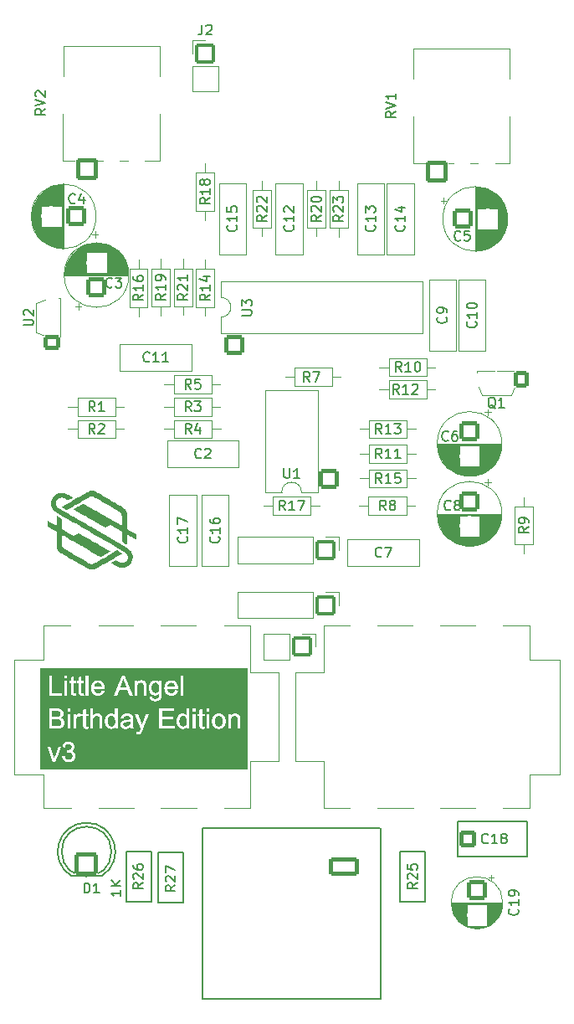
<source format=gbr>
%TF.GenerationSoftware,KiCad,Pcbnew,7.0.2-6a45011f42~172~ubuntu22.04.1*%
%TF.CreationDate,2023-05-25T17:24:48+01:00*%
%TF.ProjectId,little-angel-v2,6c697474-6c65-42d6-916e-67656c2d7632,rev?*%
%TF.SameCoordinates,Original*%
%TF.FileFunction,Legend,Top*%
%TF.FilePolarity,Positive*%
%FSLAX46Y46*%
G04 Gerber Fmt 4.6, Leading zero omitted, Abs format (unit mm)*
G04 Created by KiCad (PCBNEW 7.0.2-6a45011f42~172~ubuntu22.04.1) date 2023-05-25 17:24:48*
%MOMM*%
%LPD*%
G01*
G04 APERTURE LIST*
G04 Aperture macros list*
%AMRoundRect*
0 Rectangle with rounded corners*
0 $1 Rounding radius*
0 $2 $3 $4 $5 $6 $7 $8 $9 X,Y pos of 4 corners*
0 Add a 4 corners polygon primitive as box body*
4,1,4,$2,$3,$4,$5,$6,$7,$8,$9,$2,$3,0*
0 Add four circle primitives for the rounded corners*
1,1,$1+$1,$2,$3*
1,1,$1+$1,$4,$5*
1,1,$1+$1,$6,$7*
1,1,$1+$1,$8,$9*
0 Add four rect primitives between the rounded corners*
20,1,$1+$1,$2,$3,$4,$5,0*
20,1,$1+$1,$4,$5,$6,$7,0*
20,1,$1+$1,$6,$7,$8,$9,0*
20,1,$1+$1,$8,$9,$2,$3,0*%
G04 Aperture macros list end*
%ADD10C,0.300000*%
%ADD11C,0.150000*%
%ADD12C,0.120000*%
%ADD13R,2.600000X1.500000*%
%ADD14O,2.600000X1.500000*%
%ADD15R,2.000000X1.900000*%
%ADD16C,1.900000*%
%ADD17C,1.998980*%
%ADD18R,1.300000X1.300000*%
%ADD19C,1.300000*%
%ADD20RoundRect,0.200000X0.650000X-0.525000X0.650000X0.525000X-0.650000X0.525000X-0.650000X-0.525000X0*%
%ADD21O,1.700000X1.450000*%
%ADD22RoundRect,0.200000X0.525000X0.650000X-0.525000X0.650000X-0.525000X-0.650000X0.525000X-0.650000X0*%
%ADD23O,1.450000X1.700000*%
%ADD24RoundRect,0.200000X-0.800000X0.800000X-0.800000X-0.800000X0.800000X-0.800000X0.800000X0.800000X0*%
%ADD25C,2.000000*%
%ADD26RoundRect,0.200000X-0.800000X-0.800000X0.800000X-0.800000X0.800000X0.800000X-0.800000X0.800000X0*%
%ADD27RoundRect,0.200000X0.800000X0.800000X-0.800000X0.800000X-0.800000X-0.800000X0.800000X-0.800000X0*%
%ADD28RoundRect,0.200000X0.800000X-0.800000X0.800000X0.800000X-0.800000X0.800000X-0.800000X-0.800000X0*%
%ADD29O,2.000000X2.000000*%
%ADD30C,2.200000*%
%ADD31RoundRect,0.200000X0.900000X0.900000X-0.900000X0.900000X-0.900000X-0.900000X0.900000X-0.900000X0*%
%ADD32O,3.120000X3.640000*%
%ADD33O,1.800000X1.800000*%
%ADD34C,1.800000*%
%ADD35C,3.400000*%
%ADD36RoundRect,0.200000X-0.850000X0.850000X-0.850000X-0.850000X0.850000X-0.850000X0.850000X0.850000X0*%
%ADD37O,2.100000X2.100000*%
%ADD38RoundRect,0.200000X-0.850000X-0.850000X0.850000X-0.850000X0.850000X0.850000X-0.850000X0.850000X0*%
%ADD39RoundRect,0.200000X1.300000X0.750000X-1.300000X0.750000X-1.300000X-0.750000X1.300000X-0.750000X0*%
%ADD40O,3.000000X1.900000*%
%ADD41RoundRect,0.200000X1.000000X0.950000X-1.000000X0.950000X-1.000000X-0.950000X1.000000X-0.950000X0*%
%ADD42C,2.300000*%
%ADD43C,2.398980*%
%ADD44RoundRect,0.200000X-0.650000X-0.650000X0.650000X-0.650000X0.650000X0.650000X-0.650000X0.650000X0*%
%ADD45C,1.700000*%
G04 APERTURE END LIST*
D10*
G36*
X119475799Y-122912140D02*
G01*
X119498834Y-122912403D01*
X119521152Y-122912930D01*
X119542752Y-122913720D01*
X119563635Y-122914773D01*
X119583800Y-122916090D01*
X119612703Y-122918558D01*
X119639991Y-122921620D01*
X119665665Y-122925273D01*
X119689725Y-122929519D01*
X119712170Y-122934358D01*
X119733002Y-122939789D01*
X119752219Y-122945812D01*
X119776200Y-122955002D01*
X119798808Y-122965718D01*
X119820042Y-122977961D01*
X119839902Y-122991730D01*
X119858388Y-123007026D01*
X119875500Y-123023848D01*
X119891239Y-123042197D01*
X119905603Y-123062072D01*
X119915468Y-123077721D01*
X119927111Y-123099402D01*
X119937030Y-123122013D01*
X119945223Y-123145556D01*
X119951692Y-123170030D01*
X119956436Y-123195435D01*
X119958861Y-123215100D01*
X119960317Y-123235288D01*
X119960802Y-123256001D01*
X119960207Y-123279586D01*
X119958421Y-123302468D01*
X119955444Y-123324648D01*
X119951277Y-123346127D01*
X119945918Y-123366902D01*
X119939370Y-123386976D01*
X119931630Y-123406348D01*
X119922700Y-123425017D01*
X119915459Y-123438359D01*
X119905216Y-123455200D01*
X119891468Y-123474728D01*
X119876670Y-123492562D01*
X119860823Y-123508703D01*
X119843926Y-123523150D01*
X119825980Y-123535903D01*
X119822286Y-123538264D01*
X119802916Y-123549436D01*
X119782043Y-123559558D01*
X119759668Y-123568632D01*
X119740686Y-123575135D01*
X119720742Y-123580966D01*
X119699836Y-123586126D01*
X119677969Y-123590614D01*
X119656370Y-123593768D01*
X119634200Y-123595898D01*
X119613733Y-123597275D01*
X119590839Y-123598363D01*
X119565518Y-123599161D01*
X119544935Y-123599569D01*
X119522986Y-123599813D01*
X119499672Y-123599895D01*
X119014117Y-123599895D01*
X119014117Y-122912107D01*
X119464012Y-122912107D01*
X119475799Y-122912140D01*
G37*
G36*
X119414274Y-122068031D02*
G01*
X119440068Y-122068248D01*
X119464851Y-122068683D01*
X119488623Y-122069336D01*
X119511383Y-122070206D01*
X119533132Y-122071294D01*
X119553870Y-122072599D01*
X119583080Y-122074965D01*
X119610015Y-122077820D01*
X119634675Y-122081164D01*
X119657059Y-122084998D01*
X119677167Y-122089322D01*
X119700439Y-122095847D01*
X119721185Y-122103419D01*
X119740678Y-122112456D01*
X119758920Y-122122958D01*
X119775910Y-122134926D01*
X119791649Y-122148360D01*
X119806135Y-122163258D01*
X119819370Y-122179623D01*
X119831353Y-122197452D01*
X119842001Y-122216282D01*
X119851229Y-122235890D01*
X119859037Y-122256277D01*
X119865425Y-122277442D01*
X119870394Y-122299386D01*
X119873943Y-122322108D01*
X119876073Y-122345609D01*
X119876782Y-122369888D01*
X119876019Y-122395335D01*
X119873729Y-122419652D01*
X119869913Y-122442840D01*
X119864570Y-122464898D01*
X119857701Y-122485827D01*
X119849305Y-122505626D01*
X119839383Y-122524295D01*
X119827934Y-122541835D01*
X119815096Y-122558092D01*
X119800762Y-122573159D01*
X119784932Y-122587035D01*
X119767606Y-122599720D01*
X119748784Y-122611215D01*
X119728466Y-122621519D01*
X119706652Y-122630632D01*
X119683342Y-122638555D01*
X119663093Y-122644050D01*
X119639714Y-122648813D01*
X119620127Y-122651904D01*
X119598779Y-122654583D01*
X119575671Y-122656850D01*
X119550802Y-122658705D01*
X119524174Y-122660148D01*
X119495785Y-122661178D01*
X119475881Y-122661636D01*
X119455195Y-122661911D01*
X119433726Y-122662002D01*
X119014117Y-122662002D01*
X119014117Y-122068004D01*
X119400997Y-122068004D01*
X119414274Y-122068031D01*
G37*
G36*
X125036155Y-122568730D02*
G01*
X125055776Y-122570281D01*
X125084472Y-122574548D01*
X125112282Y-122581141D01*
X125139209Y-122590061D01*
X125165251Y-122601308D01*
X125190408Y-122614882D01*
X125214681Y-122630783D01*
X125230372Y-122642677D01*
X125245670Y-122655604D01*
X125260574Y-122669566D01*
X125275086Y-122684562D01*
X125289204Y-122700593D01*
X125302691Y-122717747D01*
X125315307Y-122736115D01*
X125327054Y-122755696D01*
X125337930Y-122776491D01*
X125347937Y-122798500D01*
X125357073Y-122821722D01*
X125365339Y-122846158D01*
X125372735Y-122871807D01*
X125379261Y-122898670D01*
X125384917Y-122926746D01*
X125389702Y-122956036D01*
X125393618Y-122986540D01*
X125396663Y-123018257D01*
X125398838Y-123051188D01*
X125400144Y-123085332D01*
X125400579Y-123120690D01*
X125400151Y-123152707D01*
X125398869Y-123183667D01*
X125396732Y-123213569D01*
X125393740Y-123242415D01*
X125389893Y-123270203D01*
X125385191Y-123296934D01*
X125379635Y-123322609D01*
X125373224Y-123347226D01*
X125365957Y-123370785D01*
X125357836Y-123393288D01*
X125348860Y-123414734D01*
X125339030Y-123435122D01*
X125328344Y-123454454D01*
X125316803Y-123472728D01*
X125304408Y-123489945D01*
X125291158Y-123506106D01*
X125284305Y-123513799D01*
X125270330Y-123528454D01*
X125255996Y-123542131D01*
X125233822Y-123560816D01*
X125210841Y-123577302D01*
X125187053Y-123591591D01*
X125162458Y-123603681D01*
X125137056Y-123613572D01*
X125110847Y-123621266D01*
X125083830Y-123626762D01*
X125056006Y-123630059D01*
X125027376Y-123631158D01*
X125017827Y-123631030D01*
X124989640Y-123629112D01*
X124962140Y-123624893D01*
X124935327Y-123618373D01*
X124909200Y-123609552D01*
X124883761Y-123598429D01*
X124859008Y-123585006D01*
X124834943Y-123569281D01*
X124819281Y-123557519D01*
X124803924Y-123544734D01*
X124788872Y-123530927D01*
X124774126Y-123516097D01*
X124759685Y-123500244D01*
X124745903Y-123483282D01*
X124733010Y-123465248D01*
X124721005Y-123446142D01*
X124709890Y-123425963D01*
X124699665Y-123404712D01*
X124690328Y-123382389D01*
X124681881Y-123358993D01*
X124674323Y-123334525D01*
X124667654Y-123308984D01*
X124661874Y-123282371D01*
X124656983Y-123254686D01*
X124652982Y-123225928D01*
X124649870Y-123196098D01*
X124647647Y-123165196D01*
X124646313Y-123133221D01*
X124645868Y-123100174D01*
X124646284Y-123066020D01*
X124647532Y-123033045D01*
X124649612Y-123001250D01*
X124652524Y-122970634D01*
X124656268Y-122941197D01*
X124660843Y-122912939D01*
X124666251Y-122885860D01*
X124672491Y-122859961D01*
X124679562Y-122835241D01*
X124687466Y-122811700D01*
X124696201Y-122789339D01*
X124705769Y-122768156D01*
X124716168Y-122748153D01*
X124727400Y-122729329D01*
X124739463Y-122711685D01*
X124752358Y-122695219D01*
X124759063Y-122687405D01*
X124772772Y-122672522D01*
X124786877Y-122658631D01*
X124808778Y-122639654D01*
X124831573Y-122622910D01*
X124855261Y-122608399D01*
X124879842Y-122596120D01*
X124905315Y-122586073D01*
X124931682Y-122578259D01*
X124958942Y-122572678D01*
X124987095Y-122569329D01*
X125016140Y-122568213D01*
X125036155Y-122568730D01*
G37*
G36*
X126938820Y-123166120D02*
G01*
X126938481Y-123195374D01*
X126937463Y-123223238D01*
X126935768Y-123249711D01*
X126933393Y-123274792D01*
X126930341Y-123298483D01*
X126926610Y-123320782D01*
X126922201Y-123341691D01*
X126917113Y-123361209D01*
X126909274Y-123385068D01*
X126900230Y-123406454D01*
X126893776Y-123419291D01*
X126883252Y-123437908D01*
X126871714Y-123455761D01*
X126859164Y-123472850D01*
X126845600Y-123489175D01*
X126831022Y-123504735D01*
X126815432Y-123519531D01*
X126798828Y-123533563D01*
X126781211Y-123546831D01*
X126762581Y-123559335D01*
X126742937Y-123571074D01*
X126729439Y-123578350D01*
X126708720Y-123588383D01*
X126687433Y-123597361D01*
X126665580Y-123605282D01*
X126643160Y-123612147D01*
X126620174Y-123617956D01*
X126596621Y-123622709D01*
X126572501Y-123626405D01*
X126547814Y-123629046D01*
X126522561Y-123630630D01*
X126496741Y-123631158D01*
X126479726Y-123630917D01*
X126455198Y-123629655D01*
X126431864Y-123627311D01*
X126409723Y-123623885D01*
X126388776Y-123619377D01*
X126369022Y-123613787D01*
X126350462Y-123607115D01*
X126327572Y-123596536D01*
X126306804Y-123584034D01*
X126288157Y-123569609D01*
X126271785Y-123553741D01*
X126257596Y-123536911D01*
X126245590Y-123519119D01*
X126235767Y-123500366D01*
X126228127Y-123480651D01*
X126222670Y-123459974D01*
X126219395Y-123438336D01*
X126218304Y-123415736D01*
X126218428Y-123408328D01*
X126220288Y-123386610D01*
X126224381Y-123365647D01*
X126230707Y-123345440D01*
X126239265Y-123325988D01*
X126250055Y-123307292D01*
X126256345Y-123298330D01*
X126270393Y-123281592D01*
X126286398Y-123266434D01*
X126304362Y-123252855D01*
X126324283Y-123240857D01*
X126342379Y-123232065D01*
X126346223Y-123230421D01*
X126368088Y-123222345D01*
X126388757Y-123216056D01*
X126412250Y-123209919D01*
X126431723Y-123205417D01*
X126452785Y-123201000D01*
X126475435Y-123196670D01*
X126499673Y-123192425D01*
X126525501Y-123188266D01*
X126552916Y-123184193D01*
X126569679Y-123181744D01*
X126602293Y-123176802D01*
X126633693Y-123171802D01*
X126663880Y-123166746D01*
X126692853Y-123161632D01*
X126720613Y-123156461D01*
X126747159Y-123151233D01*
X126772492Y-123145947D01*
X126796611Y-123140604D01*
X126819516Y-123135204D01*
X126841208Y-123129747D01*
X126861686Y-123124232D01*
X126890128Y-123115853D01*
X126915839Y-123107345D01*
X126938820Y-123098709D01*
X126938820Y-123166120D01*
G37*
G36*
X132289191Y-122568730D02*
G01*
X132308812Y-122570281D01*
X132337507Y-122574548D01*
X132365318Y-122581141D01*
X132392244Y-122590061D01*
X132418286Y-122601308D01*
X132443444Y-122614882D01*
X132467717Y-122630783D01*
X132483408Y-122642677D01*
X132498705Y-122655604D01*
X132513610Y-122669566D01*
X132528121Y-122684562D01*
X132542240Y-122700593D01*
X132555726Y-122717747D01*
X132568343Y-122736115D01*
X132580090Y-122755696D01*
X132590966Y-122776491D01*
X132600972Y-122798500D01*
X132610109Y-122821722D01*
X132618375Y-122846158D01*
X132625771Y-122871807D01*
X132632296Y-122898670D01*
X132637952Y-122926746D01*
X132642738Y-122956036D01*
X132646653Y-122986540D01*
X132649699Y-123018257D01*
X132651874Y-123051188D01*
X132653179Y-123085332D01*
X132653614Y-123120690D01*
X132653187Y-123152707D01*
X132651905Y-123183667D01*
X132649767Y-123213569D01*
X132646775Y-123242415D01*
X132642929Y-123270203D01*
X132638227Y-123296934D01*
X132632670Y-123322609D01*
X132626259Y-123347226D01*
X132618993Y-123370785D01*
X132610872Y-123393288D01*
X132601896Y-123414734D01*
X132592065Y-123435122D01*
X132581379Y-123454454D01*
X132569839Y-123472728D01*
X132557444Y-123489945D01*
X132544193Y-123506106D01*
X132537340Y-123513799D01*
X132523365Y-123528454D01*
X132509031Y-123542131D01*
X132486857Y-123560816D01*
X132463877Y-123577302D01*
X132440089Y-123591591D01*
X132415494Y-123603681D01*
X132390092Y-123613572D01*
X132363882Y-123621266D01*
X132336866Y-123626762D01*
X132309042Y-123630059D01*
X132280411Y-123631158D01*
X132270863Y-123631030D01*
X132242676Y-123629112D01*
X132215175Y-123624893D01*
X132188362Y-123618373D01*
X132162236Y-123609552D01*
X132136796Y-123598429D01*
X132112044Y-123585006D01*
X132087978Y-123569281D01*
X132072316Y-123557519D01*
X132056960Y-123544734D01*
X132041908Y-123530927D01*
X132027162Y-123516097D01*
X132012721Y-123500244D01*
X131998939Y-123483282D01*
X131986045Y-123465248D01*
X131974041Y-123446142D01*
X131962926Y-123425963D01*
X131952700Y-123404712D01*
X131943364Y-123382389D01*
X131934916Y-123358993D01*
X131927358Y-123334525D01*
X131920689Y-123308984D01*
X131914909Y-123282371D01*
X131910019Y-123254686D01*
X131906017Y-123225928D01*
X131902905Y-123196098D01*
X131900682Y-123165196D01*
X131899348Y-123133221D01*
X131898904Y-123100174D01*
X131899320Y-123066020D01*
X131900568Y-123033045D01*
X131902648Y-123001250D01*
X131905560Y-122970634D01*
X131909303Y-122941197D01*
X131913879Y-122912939D01*
X131919287Y-122885860D01*
X131925526Y-122859961D01*
X131932598Y-122835241D01*
X131940502Y-122811700D01*
X131949237Y-122789339D01*
X131958804Y-122768156D01*
X131969204Y-122748153D01*
X131980435Y-122729329D01*
X131992499Y-122711685D01*
X132005394Y-122695219D01*
X132012099Y-122687405D01*
X132025807Y-122672522D01*
X132039912Y-122658631D01*
X132061814Y-122639654D01*
X132084609Y-122622910D01*
X132108296Y-122608399D01*
X132132877Y-122596120D01*
X132158351Y-122586073D01*
X132184718Y-122578259D01*
X132211977Y-122572678D01*
X132240130Y-122569329D01*
X132269176Y-122568213D01*
X132289191Y-122568730D01*
G37*
G36*
X135910123Y-122568728D02*
G01*
X135931430Y-122570274D01*
X135952286Y-122572850D01*
X135972691Y-122576456D01*
X135992647Y-122581093D01*
X136012152Y-122586760D01*
X136031207Y-122593458D01*
X136049811Y-122601186D01*
X136067965Y-122609944D01*
X136085669Y-122619733D01*
X136102922Y-122630552D01*
X136119726Y-122642402D01*
X136136078Y-122655282D01*
X136151981Y-122669192D01*
X136167433Y-122684133D01*
X136182435Y-122700104D01*
X136196809Y-122717029D01*
X136210256Y-122734955D01*
X136222775Y-122753880D01*
X136234367Y-122773804D01*
X136245032Y-122794729D01*
X136254769Y-122816654D01*
X136263579Y-122839578D01*
X136271461Y-122863503D01*
X136278417Y-122888427D01*
X136284445Y-122914351D01*
X136289545Y-122941275D01*
X136293718Y-122969199D01*
X136296964Y-122998122D01*
X136299282Y-123028046D01*
X136300673Y-123058969D01*
X136301137Y-123090893D01*
X136300677Y-123124772D01*
X136299298Y-123157533D01*
X136296998Y-123189176D01*
X136293779Y-123219700D01*
X136289640Y-123249107D01*
X136284582Y-123277395D01*
X136278604Y-123304565D01*
X136271706Y-123330617D01*
X136263888Y-123355551D01*
X136255151Y-123379366D01*
X136245493Y-123402064D01*
X136234917Y-123423643D01*
X136223420Y-123444104D01*
X136211004Y-123463447D01*
X136197668Y-123481672D01*
X136183412Y-123498778D01*
X136168463Y-123514809D01*
X136153049Y-123529805D01*
X136137170Y-123543767D01*
X136120825Y-123556694D01*
X136104014Y-123568588D01*
X136086738Y-123579447D01*
X136068996Y-123589272D01*
X136050788Y-123598063D01*
X136032115Y-123605820D01*
X136012976Y-123612542D01*
X135993372Y-123618230D01*
X135973302Y-123622884D01*
X135952767Y-123626504D01*
X135931765Y-123629089D01*
X135910299Y-123630641D01*
X135888367Y-123631158D01*
X135866257Y-123630645D01*
X135844624Y-123629105D01*
X135823469Y-123626538D01*
X135802790Y-123622945D01*
X135782588Y-123618326D01*
X135762864Y-123612679D01*
X135743616Y-123606007D01*
X135724846Y-123598307D01*
X135706553Y-123589581D01*
X135688736Y-123579829D01*
X135671397Y-123569050D01*
X135654535Y-123557244D01*
X135638149Y-123544412D01*
X135622241Y-123530553D01*
X135606810Y-123515667D01*
X135591856Y-123499755D01*
X135577600Y-123482735D01*
X135564264Y-123464645D01*
X135551848Y-123445488D01*
X135540351Y-123425261D01*
X135529774Y-123403966D01*
X135520117Y-123381603D01*
X135511380Y-123358171D01*
X135503562Y-123333670D01*
X135496664Y-123308101D01*
X135490686Y-123281463D01*
X135485627Y-123253757D01*
X135481489Y-123224982D01*
X135478269Y-123195139D01*
X135475970Y-123164227D01*
X135474591Y-123132246D01*
X135474131Y-123099197D01*
X135474591Y-123066152D01*
X135475970Y-123034183D01*
X135478269Y-123003290D01*
X135481489Y-122973473D01*
X135485627Y-122944732D01*
X135490686Y-122917068D01*
X135496664Y-122890480D01*
X135503562Y-122864968D01*
X135511380Y-122840532D01*
X135520117Y-122817173D01*
X135529774Y-122794889D01*
X135540351Y-122773682D01*
X135551848Y-122753551D01*
X135564264Y-122734497D01*
X135577600Y-122716518D01*
X135591856Y-122699616D01*
X135606810Y-122683704D01*
X135622241Y-122668818D01*
X135638149Y-122654959D01*
X135654535Y-122642127D01*
X135671397Y-122630321D01*
X135688736Y-122619542D01*
X135706553Y-122609790D01*
X135724846Y-122601064D01*
X135743616Y-122593364D01*
X135762864Y-122586692D01*
X135782588Y-122581045D01*
X135802790Y-122576426D01*
X135823469Y-122572833D01*
X135844624Y-122570266D01*
X135866257Y-122568726D01*
X135888367Y-122568213D01*
X135910123Y-122568728D01*
G37*
G36*
X126223132Y-118757032D02*
G01*
X126229608Y-118778414D01*
X126237260Y-118802484D01*
X126246088Y-118829242D01*
X126252628Y-118848573D01*
X126259690Y-118869099D01*
X126267274Y-118890819D01*
X126275382Y-118913734D01*
X126284013Y-118937844D01*
X126293166Y-118963148D01*
X126302842Y-118989646D01*
X126313041Y-119017339D01*
X126323763Y-119046227D01*
X126335008Y-119076309D01*
X126346775Y-119107585D01*
X126549009Y-119645896D01*
X125911046Y-119645896D01*
X126124515Y-119074856D01*
X126133193Y-119051035D01*
X126141520Y-119027687D01*
X126149496Y-119004812D01*
X126157121Y-118982411D01*
X126164395Y-118960482D01*
X126171318Y-118939027D01*
X126177889Y-118918045D01*
X126184110Y-118897536D01*
X126189979Y-118877501D01*
X126195498Y-118857938D01*
X126203117Y-118829482D01*
X126209946Y-118802091D01*
X126215985Y-118775764D01*
X126221235Y-118750502D01*
X126223132Y-118757032D01*
G37*
G36*
X129495434Y-119208717D02*
G01*
X129514979Y-119210228D01*
X129543617Y-119214384D01*
X129571439Y-119220807D01*
X129598446Y-119229497D01*
X129624637Y-119240453D01*
X129650012Y-119253677D01*
X129674571Y-119269167D01*
X129690491Y-119280753D01*
X129706048Y-119293347D01*
X129721242Y-119306948D01*
X129736074Y-119321557D01*
X129750544Y-119337173D01*
X129764445Y-119353734D01*
X129777449Y-119371299D01*
X129789556Y-119389867D01*
X129800766Y-119409439D01*
X129811080Y-119430014D01*
X129820496Y-119451593D01*
X129829016Y-119474176D01*
X129836639Y-119497763D01*
X129843366Y-119522353D01*
X129849195Y-119547947D01*
X129854128Y-119574545D01*
X129858163Y-119602146D01*
X129861302Y-119630751D01*
X129863544Y-119660360D01*
X129864890Y-119690972D01*
X129865338Y-119722588D01*
X129864903Y-119755725D01*
X129863598Y-119787725D01*
X129861422Y-119818587D01*
X129858377Y-119848312D01*
X129854462Y-119876900D01*
X129849676Y-119904351D01*
X129844020Y-119930664D01*
X129837494Y-119955840D01*
X129830098Y-119979879D01*
X129821832Y-120002781D01*
X129812696Y-120024545D01*
X129802690Y-120045172D01*
X129791813Y-120064662D01*
X129780067Y-120083015D01*
X129767450Y-120100230D01*
X129753963Y-120116308D01*
X129746982Y-120123911D01*
X129732713Y-120138394D01*
X129718035Y-120151912D01*
X129702949Y-120164463D01*
X129679555Y-120181481D01*
X129655242Y-120196326D01*
X129630010Y-120208998D01*
X129603859Y-120219498D01*
X129576790Y-120227826D01*
X129548802Y-120233981D01*
X129519895Y-120237964D01*
X129500113Y-120239412D01*
X129479923Y-120239895D01*
X129469657Y-120239773D01*
X129449450Y-120238800D01*
X129429674Y-120236854D01*
X129400819Y-120232110D01*
X129372933Y-120225176D01*
X129346019Y-120216053D01*
X129320074Y-120204740D01*
X129295100Y-120191237D01*
X129271096Y-120175545D01*
X129248062Y-120157663D01*
X129233245Y-120144526D01*
X129218860Y-120130415D01*
X129204905Y-120115331D01*
X129191655Y-120099169D01*
X129179260Y-120081824D01*
X129167719Y-120063296D01*
X129157034Y-120043585D01*
X129147203Y-120022690D01*
X129138227Y-120000613D01*
X129130106Y-119977353D01*
X129122840Y-119952909D01*
X129116428Y-119927283D01*
X129110872Y-119900474D01*
X129106170Y-119872481D01*
X129102323Y-119843306D01*
X129099331Y-119812947D01*
X129097194Y-119781405D01*
X129095912Y-119748680D01*
X129095484Y-119714773D01*
X129095918Y-119683578D01*
X129097217Y-119653376D01*
X129099383Y-119624166D01*
X129102415Y-119595949D01*
X129106313Y-119568723D01*
X129111078Y-119542490D01*
X129116709Y-119517249D01*
X129123206Y-119493000D01*
X129130570Y-119469744D01*
X129138799Y-119447479D01*
X129147896Y-119426207D01*
X129157858Y-119405928D01*
X129168687Y-119386640D01*
X129180382Y-119368345D01*
X129192943Y-119351042D01*
X129206371Y-119334731D01*
X129220474Y-119319410D01*
X129234940Y-119305078D01*
X129249768Y-119291735D01*
X129272690Y-119273572D01*
X129296428Y-119257634D01*
X129320981Y-119243920D01*
X129346351Y-119232429D01*
X129372536Y-119223163D01*
X129399536Y-119216120D01*
X129427353Y-119211302D01*
X129455985Y-119208707D01*
X129475526Y-119208213D01*
X129495434Y-119208717D01*
G37*
G36*
X123690739Y-119208734D02*
G01*
X123712548Y-119210297D01*
X123733833Y-119212901D01*
X123754596Y-119216548D01*
X123774835Y-119221236D01*
X123794552Y-119226966D01*
X123813746Y-119233738D01*
X123832418Y-119241552D01*
X123850566Y-119250408D01*
X123868191Y-119260305D01*
X123885294Y-119271245D01*
X123901874Y-119283226D01*
X123917931Y-119296249D01*
X123933465Y-119310314D01*
X123948477Y-119325421D01*
X123962965Y-119341570D01*
X123971895Y-119352475D01*
X123984432Y-119369884D01*
X123995938Y-119388556D01*
X124006414Y-119408490D01*
X124015859Y-119429686D01*
X124024274Y-119452144D01*
X124031659Y-119475865D01*
X124038013Y-119500848D01*
X124043336Y-119527093D01*
X124047630Y-119554600D01*
X124050893Y-119583370D01*
X123269804Y-119583370D01*
X123270604Y-119573288D01*
X123272791Y-119553451D01*
X123275760Y-119534049D01*
X123281680Y-119505762D01*
X123289361Y-119478453D01*
X123298802Y-119452124D01*
X123310004Y-119426773D01*
X123322965Y-119402401D01*
X123337687Y-119379008D01*
X123354169Y-119356594D01*
X123372411Y-119335159D01*
X123392414Y-119314703D01*
X123406601Y-119301808D01*
X123428647Y-119284025D01*
X123451612Y-119268114D01*
X123475496Y-119254074D01*
X123500299Y-119241907D01*
X123526020Y-119231612D01*
X123552660Y-119223188D01*
X123580219Y-119216637D01*
X123608697Y-119211957D01*
X123628192Y-119209877D01*
X123648096Y-119208629D01*
X123668408Y-119208213D01*
X123690739Y-119208734D01*
G37*
G36*
X131102044Y-119208734D02*
G01*
X131123853Y-119210297D01*
X131145138Y-119212901D01*
X131165901Y-119216548D01*
X131186140Y-119221236D01*
X131205857Y-119226966D01*
X131225051Y-119233738D01*
X131243722Y-119241552D01*
X131261871Y-119250408D01*
X131279496Y-119260305D01*
X131296599Y-119271245D01*
X131313179Y-119283226D01*
X131329236Y-119296249D01*
X131344770Y-119310314D01*
X131359782Y-119325421D01*
X131374270Y-119341570D01*
X131383200Y-119352475D01*
X131395737Y-119369884D01*
X131407243Y-119388556D01*
X131417719Y-119408490D01*
X131427164Y-119429686D01*
X131435579Y-119452144D01*
X131442964Y-119475865D01*
X131449318Y-119500848D01*
X131454641Y-119527093D01*
X131458935Y-119554600D01*
X131462198Y-119583370D01*
X130681109Y-119583370D01*
X130681909Y-119573288D01*
X130684096Y-119553451D01*
X130687065Y-119534049D01*
X130692985Y-119505762D01*
X130700666Y-119478453D01*
X130710107Y-119452124D01*
X130721308Y-119426773D01*
X130734270Y-119402401D01*
X130748992Y-119379008D01*
X130765474Y-119356594D01*
X130783716Y-119335159D01*
X130803719Y-119314703D01*
X130817906Y-119301808D01*
X130839952Y-119284025D01*
X130862917Y-119268114D01*
X130886801Y-119254074D01*
X130911604Y-119241907D01*
X130937325Y-119231612D01*
X130963965Y-119223188D01*
X130991524Y-119216637D01*
X131020002Y-119211957D01*
X131039497Y-119209877D01*
X131059401Y-119208629D01*
X131079713Y-119208213D01*
X131102044Y-119208734D01*
G37*
G36*
X138790515Y-127976977D02*
G01*
X117803106Y-127976977D01*
X117803106Y-125709371D01*
X118538820Y-125709371D01*
X119105464Y-127210000D01*
X119358011Y-127210000D01*
X119575831Y-126630655D01*
X120025771Y-126630655D01*
X120029724Y-126664266D01*
X120034869Y-126697074D01*
X120041204Y-126729082D01*
X120048729Y-126760287D01*
X120057446Y-126790692D01*
X120067353Y-126820295D01*
X120078451Y-126849096D01*
X120090739Y-126877096D01*
X120104218Y-126904295D01*
X120118888Y-126930693D01*
X120134749Y-126956288D01*
X120151800Y-126981083D01*
X120170042Y-127005076D01*
X120189474Y-127028268D01*
X120210098Y-127050658D01*
X120231912Y-127072247D01*
X120254741Y-127092713D01*
X120278287Y-127111860D01*
X120302551Y-127129686D01*
X120327533Y-127146191D01*
X120353232Y-127161376D01*
X120379648Y-127175241D01*
X120406782Y-127187785D01*
X120434633Y-127199009D01*
X120463202Y-127208912D01*
X120492488Y-127217495D01*
X120522492Y-127224757D01*
X120553213Y-127230699D01*
X120584652Y-127235321D01*
X120616808Y-127238622D01*
X120649681Y-127240602D01*
X120683272Y-127241263D01*
X120720361Y-127240547D01*
X120756644Y-127238400D01*
X120792123Y-127234823D01*
X120826796Y-127229814D01*
X120860663Y-127223374D01*
X120893726Y-127215503D01*
X120925983Y-127206200D01*
X120957435Y-127195467D01*
X120988082Y-127183303D01*
X121017923Y-127169707D01*
X121046959Y-127154680D01*
X121075191Y-127138223D01*
X121102616Y-127120334D01*
X121129237Y-127101014D01*
X121155052Y-127080263D01*
X121180062Y-127058080D01*
X121203960Y-127034868D01*
X121226316Y-127011026D01*
X121247130Y-126986554D01*
X121266402Y-126961452D01*
X121284133Y-126935721D01*
X121300321Y-126909359D01*
X121314968Y-126882369D01*
X121328073Y-126854748D01*
X121339637Y-126826498D01*
X121349658Y-126797618D01*
X121358138Y-126768109D01*
X121365076Y-126737970D01*
X121370473Y-126707201D01*
X121374327Y-126675802D01*
X121376640Y-126643774D01*
X121377411Y-126611116D01*
X121377010Y-126586884D01*
X121375808Y-126563160D01*
X121373804Y-126539944D01*
X121370999Y-126517235D01*
X121367393Y-126495034D01*
X121362985Y-126473340D01*
X121357776Y-126452154D01*
X121351765Y-126431475D01*
X121344953Y-126411304D01*
X121337339Y-126391641D01*
X121328925Y-126372485D01*
X121319708Y-126353837D01*
X121309690Y-126335696D01*
X121298871Y-126318063D01*
X121287251Y-126300937D01*
X121274829Y-126284319D01*
X121268411Y-126276234D01*
X121255355Y-126260649D01*
X121242006Y-126245841D01*
X121221431Y-126225090D01*
X121200195Y-126206091D01*
X121178297Y-126188843D01*
X121155739Y-126173347D01*
X121132519Y-126159603D01*
X121108638Y-126147610D01*
X121084096Y-126137369D01*
X121058893Y-126128880D01*
X121033028Y-126122142D01*
X121045496Y-126115896D01*
X121063783Y-126105548D01*
X121081571Y-126094023D01*
X121098862Y-126081322D01*
X121115655Y-126067445D01*
X121131949Y-126052391D01*
X121147746Y-126036161D01*
X121163044Y-126018754D01*
X121177845Y-126000171D01*
X121192148Y-125980412D01*
X121205952Y-125959476D01*
X121214707Y-125944970D01*
X121226779Y-125922854D01*
X121237581Y-125900308D01*
X121247113Y-125877333D01*
X121255373Y-125853929D01*
X121262363Y-125830095D01*
X121268081Y-125805832D01*
X121272529Y-125781140D01*
X121275706Y-125756018D01*
X121277613Y-125730467D01*
X121278248Y-125704487D01*
X121277952Y-125686231D01*
X121276399Y-125659085D01*
X121273516Y-125632221D01*
X121269301Y-125605641D01*
X121263756Y-125579345D01*
X121256879Y-125553331D01*
X121248672Y-125527601D01*
X121239133Y-125502155D01*
X121228264Y-125476992D01*
X121216064Y-125452112D01*
X121202533Y-125427515D01*
X121192807Y-125411428D01*
X121177238Y-125388105D01*
X121160492Y-125365752D01*
X121142571Y-125344370D01*
X121123472Y-125323958D01*
X121103198Y-125304517D01*
X121081747Y-125286045D01*
X121059120Y-125268544D01*
X121035316Y-125252013D01*
X121018793Y-125241532D01*
X121001748Y-125231482D01*
X120984180Y-125221863D01*
X120966308Y-125212753D01*
X120948230Y-125204231D01*
X120929946Y-125196297D01*
X120911456Y-125188951D01*
X120892760Y-125182192D01*
X120873858Y-125176021D01*
X120854750Y-125170438D01*
X120835436Y-125165443D01*
X120815915Y-125161035D01*
X120796189Y-125157215D01*
X120776256Y-125153982D01*
X120756118Y-125151338D01*
X120735773Y-125149281D01*
X120715222Y-125147811D01*
X120694466Y-125146930D01*
X120673503Y-125146636D01*
X120643163Y-125147216D01*
X120613449Y-125148956D01*
X120584362Y-125151857D01*
X120555900Y-125155917D01*
X120528064Y-125161138D01*
X120500853Y-125167519D01*
X120474269Y-125175060D01*
X120448311Y-125183761D01*
X120422978Y-125193622D01*
X120398271Y-125204644D01*
X120374191Y-125216825D01*
X120350736Y-125230167D01*
X120327907Y-125244669D01*
X120305703Y-125260331D01*
X120284126Y-125277153D01*
X120263175Y-125295136D01*
X120242992Y-125314169D01*
X120223722Y-125334146D01*
X120205364Y-125355065D01*
X120187917Y-125376926D01*
X120171383Y-125399731D01*
X120155761Y-125423478D01*
X120141051Y-125448167D01*
X120127254Y-125473799D01*
X120114368Y-125500374D01*
X120102394Y-125527891D01*
X120091333Y-125556351D01*
X120081183Y-125585754D01*
X120071946Y-125616099D01*
X120063621Y-125647387D01*
X120056207Y-125679618D01*
X120049706Y-125712791D01*
X120328143Y-125762128D01*
X120331992Y-125738543D01*
X120336333Y-125715783D01*
X120341166Y-125693847D01*
X120346492Y-125672735D01*
X120352310Y-125652448D01*
X120358620Y-125632984D01*
X120365423Y-125614346D01*
X120376550Y-125587933D01*
X120388784Y-125563375D01*
X120402126Y-125540672D01*
X120416576Y-125519824D01*
X120432134Y-125500830D01*
X120448799Y-125483691D01*
X120460517Y-125473162D01*
X120478760Y-125458642D01*
X120497800Y-125445650D01*
X120517640Y-125434187D01*
X120538278Y-125424252D01*
X120559715Y-125415846D01*
X120581950Y-125408968D01*
X120604983Y-125403619D01*
X120628816Y-125399797D01*
X120653447Y-125397505D01*
X120678876Y-125396741D01*
X120696076Y-125397075D01*
X120721118Y-125398828D01*
X120745249Y-125402083D01*
X120768470Y-125406842D01*
X120790781Y-125413103D01*
X120812182Y-125420867D01*
X120832673Y-125430133D01*
X120852253Y-125440902D01*
X120870923Y-125453174D01*
X120888683Y-125466948D01*
X120905533Y-125482226D01*
X120916122Y-125493087D01*
X120930723Y-125510037D01*
X120943788Y-125527777D01*
X120955315Y-125546307D01*
X120965306Y-125565627D01*
X120973760Y-125585737D01*
X120980676Y-125606637D01*
X120986056Y-125628327D01*
X120989898Y-125650807D01*
X120992204Y-125674076D01*
X120992972Y-125698136D01*
X120992499Y-125718441D01*
X120990015Y-125747646D01*
X120985401Y-125775348D01*
X120978657Y-125801547D01*
X120969784Y-125826244D01*
X120958782Y-125849438D01*
X120945650Y-125871129D01*
X120930389Y-125891318D01*
X120912998Y-125910004D01*
X120893478Y-125927187D01*
X120871828Y-125942868D01*
X120856618Y-125952450D01*
X120833324Y-125965665D01*
X120809454Y-125977489D01*
X120785010Y-125987922D01*
X120759989Y-125996964D01*
X120734394Y-126004614D01*
X120708223Y-126010874D01*
X120681477Y-126015743D01*
X120654156Y-126019220D01*
X120626259Y-126021307D01*
X120597787Y-126022002D01*
X120584606Y-126022002D01*
X120563906Y-126022002D01*
X120544054Y-126022002D01*
X120512302Y-126304836D01*
X120527653Y-126300872D01*
X120549857Y-126295407D01*
X120571073Y-126290517D01*
X120591302Y-126286202D01*
X120616738Y-126281344D01*
X120640418Y-126277508D01*
X120662342Y-126274696D01*
X120682511Y-126272906D01*
X120705254Y-126272107D01*
X120715546Y-126272202D01*
X120735784Y-126272966D01*
X120755560Y-126274492D01*
X120784358Y-126278213D01*
X120812118Y-126283651D01*
X120838838Y-126290807D01*
X120864519Y-126299680D01*
X120889161Y-126310270D01*
X120912765Y-126322577D01*
X120935329Y-126336602D01*
X120956854Y-126352345D01*
X120977341Y-126369804D01*
X120990236Y-126382224D01*
X121008019Y-126401634D01*
X121023930Y-126421980D01*
X121037969Y-126443263D01*
X121050137Y-126465481D01*
X121060432Y-126488634D01*
X121068855Y-126512724D01*
X121075407Y-126537750D01*
X121080087Y-126563712D01*
X121082895Y-126590610D01*
X121083831Y-126618443D01*
X121082813Y-126647672D01*
X121079761Y-126676008D01*
X121074673Y-126703451D01*
X121067550Y-126730001D01*
X121058393Y-126755658D01*
X121047200Y-126780422D01*
X121033972Y-126804293D01*
X121018709Y-126827271D01*
X121001412Y-126849356D01*
X120982079Y-126870548D01*
X120968060Y-126884180D01*
X120960802Y-126890761D01*
X120938407Y-126909253D01*
X120915076Y-126925863D01*
X120890808Y-126940594D01*
X120865605Y-126953444D01*
X120839466Y-126964413D01*
X120812390Y-126973502D01*
X120784379Y-126980711D01*
X120765185Y-126984472D01*
X120745575Y-126987397D01*
X120725549Y-126989486D01*
X120705107Y-126990740D01*
X120684249Y-126991158D01*
X120666771Y-126990811D01*
X120641182Y-126988987D01*
X120616350Y-126985601D01*
X120592273Y-126980653D01*
X120568951Y-126974141D01*
X120546386Y-126966067D01*
X120524576Y-126956430D01*
X120503521Y-126945230D01*
X120483222Y-126932467D01*
X120463679Y-126918142D01*
X120444891Y-126902254D01*
X120426954Y-126884350D01*
X120409961Y-126864163D01*
X120393912Y-126841692D01*
X120378808Y-126816936D01*
X120369264Y-126799164D01*
X120360139Y-126780376D01*
X120351434Y-126760574D01*
X120343149Y-126739756D01*
X120335284Y-126717923D01*
X120327838Y-126695075D01*
X120320812Y-126671211D01*
X120314206Y-126646333D01*
X120308020Y-126620439D01*
X120302254Y-126593531D01*
X120025771Y-126630655D01*
X119575831Y-126630655D01*
X119922212Y-125709371D01*
X119634494Y-125709371D01*
X119306231Y-126616489D01*
X119299060Y-126636554D01*
X119292202Y-126655835D01*
X119282502Y-126683291D01*
X119273506Y-126708987D01*
X119265215Y-126732922D01*
X119257627Y-126755097D01*
X119250743Y-126775512D01*
X119242660Y-126799994D01*
X119235829Y-126821346D01*
X119229050Y-126843635D01*
X119225538Y-126830891D01*
X119219918Y-126811151D01*
X119213877Y-126790665D01*
X119207415Y-126769432D01*
X119200533Y-126747451D01*
X119193230Y-126724724D01*
X119185507Y-126701249D01*
X119177362Y-126677028D01*
X119168797Y-126652059D01*
X119159811Y-126626344D01*
X119150404Y-126599881D01*
X118833866Y-125709371D01*
X118538820Y-125709371D01*
X117803106Y-125709371D01*
X117803106Y-121817899D01*
X118716140Y-121817899D01*
X118716140Y-122068004D01*
X118716140Y-122912107D01*
X118716140Y-123850000D01*
X119499672Y-123850000D01*
X119523741Y-123849866D01*
X119547345Y-123849465D01*
X119570483Y-123848797D01*
X119593155Y-123847862D01*
X119615362Y-123846660D01*
X119637104Y-123845191D01*
X119658380Y-123843455D01*
X119679190Y-123841451D01*
X119699535Y-123839180D01*
X119719414Y-123836642D01*
X119748359Y-123832335D01*
X119776257Y-123827426D01*
X119803108Y-123821916D01*
X119828911Y-123815806D01*
X119845590Y-123811400D01*
X119869958Y-123804297D01*
X119893544Y-123796602D01*
X119916348Y-123788314D01*
X119938372Y-123779434D01*
X119959614Y-123769962D01*
X119980074Y-123759897D01*
X119999753Y-123749239D01*
X120018651Y-123737989D01*
X120036768Y-123726147D01*
X120054103Y-123713712D01*
X120065346Y-123705003D01*
X120081780Y-123691110D01*
X120097700Y-123676221D01*
X120113105Y-123660335D01*
X120127994Y-123643454D01*
X120142368Y-123625577D01*
X120156227Y-123606703D01*
X120169570Y-123586834D01*
X120182399Y-123565968D01*
X120194712Y-123544106D01*
X120206510Y-123521249D01*
X120213964Y-123505600D01*
X120224242Y-123481833D01*
X120233438Y-123457715D01*
X120241552Y-123433244D01*
X120248585Y-123408422D01*
X120254536Y-123383247D01*
X120259404Y-123357720D01*
X120263191Y-123331842D01*
X120265896Y-123305611D01*
X120267519Y-123279028D01*
X120268060Y-123252093D01*
X120267663Y-123229688D01*
X120266472Y-123207656D01*
X120264487Y-123185999D01*
X120261709Y-123164715D01*
X120258137Y-123143806D01*
X120253771Y-123123270D01*
X120248612Y-123103109D01*
X120242658Y-123083321D01*
X120235911Y-123063908D01*
X120228370Y-123044868D01*
X120220035Y-123026203D01*
X120210907Y-123007911D01*
X120200984Y-122989994D01*
X120190268Y-122972450D01*
X120178758Y-122955281D01*
X120166454Y-122938485D01*
X120160088Y-122930268D01*
X120147074Y-122914358D01*
X120133687Y-122899146D01*
X120119925Y-122884633D01*
X120105790Y-122870818D01*
X120091280Y-122857701D01*
X120068815Y-122839336D01*
X120045508Y-122822542D01*
X120021359Y-122807319D01*
X119996369Y-122793668D01*
X119970537Y-122781588D01*
X119943864Y-122771079D01*
X119916350Y-122762142D01*
X119929882Y-122755238D01*
X119949637Y-122743952D01*
X119968740Y-122731550D01*
X119987190Y-122718032D01*
X120004987Y-122703398D01*
X120022132Y-122687647D01*
X120038624Y-122670780D01*
X120054463Y-122652796D01*
X120069650Y-122633697D01*
X120084185Y-122613481D01*
X120098066Y-122592149D01*
X120106880Y-122577496D01*
X120119035Y-122555295D01*
X120129910Y-122532828D01*
X120139505Y-122510095D01*
X120147821Y-122487096D01*
X120154858Y-122463830D01*
X120160616Y-122440298D01*
X120165094Y-122416501D01*
X120168292Y-122392436D01*
X120170211Y-122368106D01*
X120170698Y-122349371D01*
X120563105Y-122349371D01*
X120563105Y-123850000D01*
X120841542Y-123850000D01*
X121180062Y-123850000D01*
X121458499Y-123850000D01*
X121458499Y-123061584D01*
X121458659Y-123042203D01*
X121459501Y-123013496D01*
X121461064Y-122985227D01*
X121463348Y-122957396D01*
X121466353Y-122930003D01*
X121470080Y-122903049D01*
X121474528Y-122876531D01*
X121479697Y-122850452D01*
X121485587Y-122824811D01*
X121492199Y-122799608D01*
X121499532Y-122774842D01*
X121506539Y-122754662D01*
X121514614Y-122735642D01*
X121523758Y-122717781D01*
X121536690Y-122697087D01*
X121551292Y-122678206D01*
X121567564Y-122661138D01*
X121585505Y-122645882D01*
X121593136Y-122640263D01*
X121612730Y-122627800D01*
X121633064Y-122617604D01*
X121654137Y-122609673D01*
X121675950Y-122604008D01*
X121698502Y-122600609D01*
X121721793Y-122599476D01*
X121743676Y-122600423D01*
X121766092Y-122603262D01*
X121789044Y-122607994D01*
X121812529Y-122614619D01*
X121836549Y-122623137D01*
X121854914Y-122630768D01*
X121873580Y-122639463D01*
X121892547Y-122649223D01*
X121911814Y-122660048D01*
X121978736Y-122481816D01*
X121978736Y-122599476D01*
X122160453Y-122599476D01*
X122160453Y-123420621D01*
X122160484Y-123434546D01*
X122160732Y-123461505D01*
X122161228Y-123487272D01*
X122161972Y-123511849D01*
X122162965Y-123535235D01*
X122164205Y-123557431D01*
X122165693Y-123578436D01*
X122167430Y-123598250D01*
X122170499Y-123625739D01*
X122174127Y-123650549D01*
X122178313Y-123672679D01*
X122184763Y-123698019D01*
X122192205Y-123718597D01*
X122200975Y-123736358D01*
X122211164Y-123753249D01*
X122222773Y-123769270D01*
X122235802Y-123784420D01*
X122250251Y-123798701D01*
X122266119Y-123812111D01*
X122283406Y-123824652D01*
X122302114Y-123836322D01*
X122317305Y-123844353D01*
X122339230Y-123853833D01*
X122363063Y-123861908D01*
X122382189Y-123867043D01*
X122402389Y-123871388D01*
X122423663Y-123874943D01*
X122446010Y-123877708D01*
X122469430Y-123879683D01*
X122493923Y-123880868D01*
X122519490Y-123881263D01*
X122524748Y-123881240D01*
X122546512Y-123880690D01*
X122569452Y-123879408D01*
X122593567Y-123877393D01*
X122618857Y-123874645D01*
X122638597Y-123872103D01*
X122658997Y-123869150D01*
X122680059Y-123865784D01*
X122701782Y-123862006D01*
X122724166Y-123857815D01*
X122683133Y-123629204D01*
X122673157Y-123630624D01*
X122649620Y-123633772D01*
X122628087Y-123636348D01*
X122604891Y-123638684D01*
X122584581Y-123640195D01*
X122561988Y-123640928D01*
X122546721Y-123640546D01*
X122524823Y-123638348D01*
X122503910Y-123633539D01*
X122485296Y-123625296D01*
X122472128Y-123615615D01*
X122458058Y-123599941D01*
X122448660Y-123582798D01*
X122447968Y-123581043D01*
X122443229Y-123561542D01*
X122440595Y-123540544D01*
X122439004Y-123518875D01*
X122438127Y-123498809D01*
X122437600Y-123476316D01*
X122437424Y-123451395D01*
X122437424Y-122599476D01*
X122686064Y-122599476D01*
X122686064Y-122349371D01*
X122437424Y-122349371D01*
X122437424Y-121837438D01*
X122160453Y-122001570D01*
X122160453Y-122349371D01*
X121978736Y-122349371D01*
X121978736Y-122388437D01*
X121963023Y-122380010D01*
X121936635Y-122367018D01*
X121910496Y-122355555D01*
X121884606Y-122345620D01*
X121858964Y-122337214D01*
X121833572Y-122330336D01*
X121808429Y-122324986D01*
X121783535Y-122321165D01*
X121758890Y-122318873D01*
X121734494Y-122318108D01*
X121711787Y-122318902D01*
X121689583Y-122321284D01*
X121667884Y-122325252D01*
X121646688Y-122330809D01*
X121625996Y-122337953D01*
X121605808Y-122346685D01*
X121586124Y-122357004D01*
X121566943Y-122368911D01*
X121548411Y-122382421D01*
X121530429Y-122397548D01*
X121512996Y-122414294D01*
X121496113Y-122432658D01*
X121479779Y-122452640D01*
X121467889Y-122468689D01*
X121456309Y-122485648D01*
X121445037Y-122503516D01*
X121434075Y-122522295D01*
X121434075Y-122349371D01*
X121180062Y-122349371D01*
X121180062Y-123850000D01*
X120841542Y-123850000D01*
X120841542Y-122349371D01*
X120563105Y-122349371D01*
X120170698Y-122349371D01*
X120170851Y-122343510D01*
X120170532Y-122325791D01*
X120168859Y-122299398D01*
X120165752Y-122273229D01*
X120161211Y-122247283D01*
X120155236Y-122221560D01*
X120147828Y-122196060D01*
X120138985Y-122170784D01*
X120128708Y-122145731D01*
X120116997Y-122120901D01*
X120103852Y-122096295D01*
X120089274Y-122071912D01*
X120078895Y-122055994D01*
X120062419Y-122033105D01*
X120044852Y-122011400D01*
X120026195Y-121990881D01*
X120006447Y-121971547D01*
X119985608Y-121953398D01*
X119963679Y-121936433D01*
X119940660Y-121920654D01*
X119916550Y-121906059D01*
X119891350Y-121892650D01*
X119865059Y-121880425D01*
X119846811Y-121872854D01*
X119827850Y-121865771D01*
X119808175Y-121859176D01*
X119787786Y-121853070D01*
X119766684Y-121847452D01*
X119744868Y-121842323D01*
X119722339Y-121837683D01*
X119699096Y-121833531D01*
X119675139Y-121829867D01*
X119650469Y-121826692D01*
X119625084Y-121824005D01*
X119598987Y-121821807D01*
X119572175Y-121820097D01*
X119544650Y-121818876D01*
X119516412Y-121818143D01*
X119487459Y-121817899D01*
X120563105Y-121817899D01*
X120563105Y-122130530D01*
X120841542Y-122130530D01*
X120841542Y-121817899D01*
X122892693Y-121817899D01*
X122892693Y-123850000D01*
X123171130Y-123850000D01*
X123171130Y-123034228D01*
X123171169Y-123023738D01*
X123171478Y-123003199D01*
X123172096Y-122983247D01*
X123173603Y-122954422D01*
X123175805Y-122926919D01*
X123178703Y-122900738D01*
X123182297Y-122875880D01*
X123186586Y-122852344D01*
X123191571Y-122830130D01*
X123197251Y-122809239D01*
X123203626Y-122789670D01*
X123210697Y-122771423D01*
X123215851Y-122759852D01*
X123227407Y-122737626D01*
X123240627Y-122716621D01*
X123255510Y-122696837D01*
X123272058Y-122678275D01*
X123290269Y-122660934D01*
X123310144Y-122644814D01*
X123326143Y-122633525D01*
X123343077Y-122622923D01*
X123360591Y-122613146D01*
X123378328Y-122604330D01*
X123396289Y-122596477D01*
X123420583Y-122587501D01*
X123445274Y-122580234D01*
X123470363Y-122574678D01*
X123495848Y-122570831D01*
X123521730Y-122568694D01*
X123541402Y-122568213D01*
X123558675Y-122568526D01*
X123583639Y-122570169D01*
X123607470Y-122573220D01*
X123630167Y-122577679D01*
X123651731Y-122583547D01*
X123672162Y-122590823D01*
X123691459Y-122599507D01*
X123709623Y-122609599D01*
X123726653Y-122621099D01*
X123742549Y-122634008D01*
X123757313Y-122648325D01*
X123770931Y-122664217D01*
X123783210Y-122681853D01*
X123794150Y-122701231D01*
X123803750Y-122722353D01*
X123812010Y-122745218D01*
X123818931Y-122769826D01*
X123824512Y-122796177D01*
X123828754Y-122824271D01*
X123830838Y-122843969D01*
X123832326Y-122864441D01*
X123833219Y-122885689D01*
X123833517Y-122907711D01*
X123833517Y-123850000D01*
X124112442Y-123850000D01*
X124112442Y-123101151D01*
X124360593Y-123101151D01*
X124360913Y-123129466D01*
X124361875Y-123157380D01*
X124363478Y-123184894D01*
X124365722Y-123212007D01*
X124368607Y-123238719D01*
X124372133Y-123265030D01*
X124376301Y-123290941D01*
X124381109Y-123316451D01*
X124386559Y-123341560D01*
X124392650Y-123366269D01*
X124399381Y-123390577D01*
X124406755Y-123414484D01*
X124414769Y-123437990D01*
X124423424Y-123461096D01*
X124432721Y-123483801D01*
X124442658Y-123506106D01*
X124453182Y-123527906D01*
X124464236Y-123549100D01*
X124475820Y-123569687D01*
X124487935Y-123589667D01*
X124500580Y-123609041D01*
X124513756Y-123627807D01*
X124527462Y-123645967D01*
X124541699Y-123663520D01*
X124556466Y-123680466D01*
X124571764Y-123696806D01*
X124587592Y-123712538D01*
X124603950Y-123727664D01*
X124620839Y-123742183D01*
X124638259Y-123756096D01*
X124656209Y-123769401D01*
X124674689Y-123782100D01*
X124693551Y-123794108D01*
X124712646Y-123805341D01*
X124731973Y-123815800D01*
X124751534Y-123825484D01*
X124771327Y-123834393D01*
X124791353Y-123842527D01*
X124811612Y-123849887D01*
X124832103Y-123856472D01*
X124852828Y-123862282D01*
X124873785Y-123867318D01*
X124894975Y-123871579D01*
X124916398Y-123875065D01*
X124938053Y-123877776D01*
X124959942Y-123879713D01*
X124982063Y-123880875D01*
X125004417Y-123881263D01*
X125038464Y-123880572D01*
X125071240Y-123878500D01*
X125102746Y-123875046D01*
X125132980Y-123870211D01*
X125161944Y-123863994D01*
X125189637Y-123856396D01*
X125216059Y-123847416D01*
X125241210Y-123837055D01*
X125265091Y-123825312D01*
X125287700Y-123812188D01*
X125309039Y-123797682D01*
X125329107Y-123781795D01*
X125347904Y-123764526D01*
X125365431Y-123745876D01*
X125381686Y-123725844D01*
X125396671Y-123704431D01*
X125396671Y-123850000D01*
X125657034Y-123850000D01*
X125657034Y-123450418D01*
X125923258Y-123450418D01*
X125923781Y-123473724D01*
X125925350Y-123496504D01*
X125927964Y-123518757D01*
X125931624Y-123540483D01*
X125936329Y-123561682D01*
X125942080Y-123582355D01*
X125948877Y-123602501D01*
X125956720Y-123622121D01*
X125965608Y-123641214D01*
X125975542Y-123659780D01*
X125986521Y-123677820D01*
X125998546Y-123695333D01*
X126011617Y-123712319D01*
X126025734Y-123728779D01*
X126040896Y-123744712D01*
X126057103Y-123760118D01*
X126074332Y-123774788D01*
X126092435Y-123788511D01*
X126111411Y-123801288D01*
X126131262Y-123813119D01*
X126151986Y-123824003D01*
X126173584Y-123833941D01*
X126196057Y-123842932D01*
X126219403Y-123850976D01*
X126243623Y-123858075D01*
X126268717Y-123864227D01*
X126294685Y-123869432D01*
X126321527Y-123873691D01*
X126349243Y-123877004D01*
X126377832Y-123879370D01*
X126407296Y-123880789D01*
X126437634Y-123881263D01*
X126456122Y-123881076D01*
X126483575Y-123880094D01*
X126510693Y-123878271D01*
X126537476Y-123875606D01*
X126563925Y-123872100D01*
X126590038Y-123867752D01*
X126615817Y-123862563D01*
X126641260Y-123856532D01*
X126666369Y-123849660D01*
X126691143Y-123841946D01*
X126715582Y-123833391D01*
X126731773Y-123827148D01*
X126755866Y-123817038D01*
X126779726Y-123806036D01*
X126803356Y-123794140D01*
X126826753Y-123781352D01*
X126849918Y-123767671D01*
X126872852Y-123753096D01*
X126895553Y-123737629D01*
X126918023Y-123721268D01*
X126940261Y-123704015D01*
X126962267Y-123685868D01*
X126964901Y-123704996D01*
X126968648Y-123724520D01*
X126973510Y-123744441D01*
X126979487Y-123764759D01*
X126986577Y-123785474D01*
X126994782Y-123806585D01*
X127004102Y-123828094D01*
X127014535Y-123850000D01*
X127309092Y-123850000D01*
X127305501Y-123843420D01*
X127295224Y-123823866D01*
X127285694Y-123804586D01*
X127276911Y-123785580D01*
X127268876Y-123766850D01*
X127261587Y-123748394D01*
X127253031Y-123724214D01*
X127245803Y-123700523D01*
X127239903Y-123677320D01*
X127235331Y-123654605D01*
X127233438Y-123642372D01*
X127230828Y-123620280D01*
X127228492Y-123593697D01*
X127227088Y-123573480D01*
X127225806Y-123551268D01*
X127224645Y-123527059D01*
X127223607Y-123500854D01*
X127222691Y-123472654D01*
X127221898Y-123442457D01*
X127221226Y-123410265D01*
X127220676Y-123376077D01*
X127220249Y-123339893D01*
X127219944Y-123301712D01*
X127219837Y-123281874D01*
X127219760Y-123261536D01*
X127219715Y-123240700D01*
X127219699Y-123219364D01*
X127219699Y-122887683D01*
X127219650Y-122867199D01*
X127219501Y-122847512D01*
X127219092Y-122819478D01*
X127218459Y-122793239D01*
X127217603Y-122768794D01*
X127216524Y-122746144D01*
X127215222Y-122725288D01*
X127213138Y-122700273D01*
X127210658Y-122678447D01*
X127206999Y-122655652D01*
X127205560Y-122649032D01*
X127200832Y-122629602D01*
X127193565Y-122604697D01*
X127185200Y-122580937D01*
X127175736Y-122558321D01*
X127165172Y-122536851D01*
X127153510Y-122516525D01*
X127140748Y-122497344D01*
X127126887Y-122479309D01*
X127119438Y-122470613D01*
X127103073Y-122453806D01*
X127084755Y-122437778D01*
X127064483Y-122422528D01*
X127047997Y-122411601D01*
X127030411Y-122401113D01*
X127011727Y-122391062D01*
X126991943Y-122381449D01*
X126971060Y-122372274D01*
X126949078Y-122363538D01*
X126941530Y-122360743D01*
X126918067Y-122352890D01*
X126905750Y-122349371D01*
X127417536Y-122349371D01*
X127976852Y-123853907D01*
X127970655Y-123870638D01*
X127963429Y-123890851D01*
X127956824Y-123910572D01*
X127953617Y-123919713D01*
X127944345Y-123945827D01*
X127935597Y-123969974D01*
X127927372Y-123992155D01*
X127919671Y-124012369D01*
X127910218Y-124036263D01*
X127901697Y-124056661D01*
X127892354Y-124077243D01*
X127883063Y-124094731D01*
X127879275Y-124100511D01*
X127867157Y-124116865D01*
X127853905Y-124131743D01*
X127839519Y-124145144D01*
X127824000Y-124157068D01*
X127807348Y-124167515D01*
X127792211Y-124175114D01*
X127771970Y-124182533D01*
X127749461Y-124188097D01*
X127728972Y-124191317D01*
X127706910Y-124193249D01*
X127683272Y-124193893D01*
X127675777Y-124193787D01*
X127655570Y-124192584D01*
X127633264Y-124190047D01*
X127613907Y-124187055D01*
X127593208Y-124183208D01*
X127571165Y-124178506D01*
X127547779Y-124172950D01*
X127523049Y-124166538D01*
X127554801Y-124412735D01*
X127573258Y-124418322D01*
X127597159Y-124424917D01*
X127620251Y-124430534D01*
X127642535Y-124435175D01*
X127664009Y-124438838D01*
X127684674Y-124441525D01*
X127704531Y-124443235D01*
X127728213Y-124443998D01*
X127743465Y-124443763D01*
X127765835Y-124442531D01*
X127787595Y-124440243D01*
X127808745Y-124436898D01*
X127829286Y-124432498D01*
X127849217Y-124427041D01*
X127868538Y-124420528D01*
X127887250Y-124412959D01*
X127905352Y-124404333D01*
X127922845Y-124394652D01*
X127939727Y-124383914D01*
X127950758Y-124376204D01*
X127966997Y-124363657D01*
X127982867Y-124349934D01*
X127998367Y-124335035D01*
X128013498Y-124318959D01*
X128028260Y-124301707D01*
X128042653Y-124283279D01*
X128056676Y-124263674D01*
X128070330Y-124242893D01*
X128083615Y-124220935D01*
X128096531Y-124197801D01*
X128099684Y-124191914D01*
X128109614Y-124172484D01*
X128120247Y-124150401D01*
X128131584Y-124125664D01*
X128139533Y-124107699D01*
X128147796Y-124088554D01*
X128156371Y-124068230D01*
X128165259Y-124046728D01*
X128174460Y-124024045D01*
X128183974Y-124000184D01*
X128193801Y-123975143D01*
X128203941Y-123948924D01*
X128214394Y-123921524D01*
X128225159Y-123892946D01*
X128236238Y-123863189D01*
X128798974Y-122349371D01*
X128518583Y-122349371D01*
X128203021Y-123210083D01*
X128195696Y-123230277D01*
X128188618Y-123250070D01*
X128181789Y-123269463D01*
X128175208Y-123288455D01*
X128165801Y-123316191D01*
X128156953Y-123343026D01*
X128148662Y-123368959D01*
X128140930Y-123393990D01*
X128133756Y-123418120D01*
X128127140Y-123441349D01*
X128121082Y-123463676D01*
X128115582Y-123485101D01*
X128113601Y-123477610D01*
X128107324Y-123454647D01*
X128100549Y-123430945D01*
X128093276Y-123406504D01*
X128085505Y-123381325D01*
X128077236Y-123355408D01*
X128068469Y-123328752D01*
X128059204Y-123301358D01*
X128052751Y-123282684D01*
X128046076Y-123263683D01*
X128039180Y-123244354D01*
X128032063Y-123224696D01*
X128024724Y-123204710D01*
X127717466Y-122349371D01*
X127417536Y-122349371D01*
X126905750Y-122349371D01*
X126893376Y-122345836D01*
X126867457Y-122339581D01*
X126840311Y-122334124D01*
X126811936Y-122329466D01*
X126792337Y-122326804D01*
X126772193Y-122324497D01*
X126751503Y-122322545D01*
X126730267Y-122320948D01*
X126708486Y-122319705D01*
X126686159Y-122318818D01*
X126663286Y-122318286D01*
X126639867Y-122318108D01*
X126616107Y-122318330D01*
X126592698Y-122318994D01*
X126569639Y-122320100D01*
X126546933Y-122321650D01*
X126524577Y-122323642D01*
X126502572Y-122326077D01*
X126480918Y-122328954D01*
X126459616Y-122332274D01*
X126438664Y-122336037D01*
X126418064Y-122340243D01*
X126397815Y-122344891D01*
X126377916Y-122349982D01*
X126358369Y-122355516D01*
X126339173Y-122361492D01*
X126320329Y-122367911D01*
X126301835Y-122374773D01*
X126283843Y-122381974D01*
X126257850Y-122393449D01*
X126233050Y-122405730D01*
X126209444Y-122418819D01*
X126187031Y-122432716D01*
X126165812Y-122447419D01*
X126145787Y-122462929D01*
X126126955Y-122479247D01*
X126109316Y-122496371D01*
X126092871Y-122514303D01*
X126077620Y-122533042D01*
X126068070Y-122546031D01*
X126054338Y-122566594D01*
X126041319Y-122588455D01*
X126029013Y-122611611D01*
X126017420Y-122636065D01*
X126006539Y-122661815D01*
X125996371Y-122688861D01*
X125989988Y-122707613D01*
X125983922Y-122726940D01*
X125978173Y-122746844D01*
X125972740Y-122767324D01*
X125967625Y-122788381D01*
X125962826Y-122810013D01*
X126234912Y-122847627D01*
X126240307Y-122827586D01*
X126245987Y-122808372D01*
X126255045Y-122781106D01*
X126264746Y-122755702D01*
X126275092Y-122732162D01*
X126286081Y-122710484D01*
X126297715Y-122690671D01*
X126309992Y-122672720D01*
X126322914Y-122656633D01*
X126336479Y-122642409D01*
X126355568Y-122626343D01*
X126376649Y-122612719D01*
X126394324Y-122603693D01*
X126413595Y-122595688D01*
X126434463Y-122588706D01*
X126456929Y-122582745D01*
X126480992Y-122577807D01*
X126506652Y-122573890D01*
X126533908Y-122570995D01*
X126562762Y-122569121D01*
X126582886Y-122568440D01*
X126603719Y-122568213D01*
X126626018Y-122568524D01*
X126647606Y-122569457D01*
X126668485Y-122571012D01*
X126688654Y-122573189D01*
X126717577Y-122577622D01*
X126744903Y-122583453D01*
X126770631Y-122590685D01*
X126794763Y-122599316D01*
X126817297Y-122609346D01*
X126838234Y-122620777D01*
X126857574Y-122633607D01*
X126875317Y-122647836D01*
X126879284Y-122651462D01*
X126893893Y-122667655D01*
X126906487Y-122686549D01*
X126917065Y-122708146D01*
X126925629Y-122732444D01*
X126930730Y-122752441D01*
X126934697Y-122773958D01*
X126937530Y-122796994D01*
X126939230Y-122821551D01*
X126939797Y-122847627D01*
X126939682Y-122860089D01*
X126939292Y-122880663D01*
X126938820Y-122900872D01*
X126930565Y-122903671D01*
X126903825Y-122911954D01*
X126884352Y-122917381D01*
X126863563Y-122922732D01*
X126841457Y-122928006D01*
X126818034Y-122933203D01*
X126793295Y-122938325D01*
X126767240Y-122943370D01*
X126739867Y-122948339D01*
X126711178Y-122953231D01*
X126681173Y-122958048D01*
X126649850Y-122962787D01*
X126617211Y-122967451D01*
X126583256Y-122972038D01*
X126547984Y-122976549D01*
X126511395Y-122980983D01*
X126493184Y-122983191D01*
X126466954Y-122986539D01*
X126442030Y-122989929D01*
X126418411Y-122993362D01*
X126396097Y-122996838D01*
X126375089Y-123000357D01*
X126355385Y-123003919D01*
X126331144Y-123008736D01*
X126309223Y-123013628D01*
X126289623Y-123018597D01*
X126283262Y-123020394D01*
X126264420Y-123026100D01*
X126239858Y-123034442D01*
X126215938Y-123043624D01*
X126192658Y-123053646D01*
X126170020Y-123064507D01*
X126148023Y-123076208D01*
X126126667Y-123088748D01*
X126105952Y-123102128D01*
X126086153Y-123116386D01*
X126067301Y-123131803D01*
X126049395Y-123148381D01*
X126032435Y-123166120D01*
X126016422Y-123185018D01*
X126001355Y-123205076D01*
X125987235Y-123226295D01*
X125974061Y-123248674D01*
X125970935Y-123254401D01*
X125959425Y-123277685D01*
X125949503Y-123301563D01*
X125941168Y-123326037D01*
X125934421Y-123351106D01*
X125930403Y-123370299D01*
X125927277Y-123389826D01*
X125925044Y-123409689D01*
X125924643Y-123415736D01*
X125923705Y-123429886D01*
X125923258Y-123450418D01*
X125657034Y-123450418D01*
X125657034Y-121817899D01*
X129874131Y-121817899D01*
X129874131Y-123850000D01*
X131408464Y-123850000D01*
X131408464Y-123599895D01*
X130171618Y-123599895D01*
X130171618Y-123101151D01*
X131613628Y-123101151D01*
X131613949Y-123129466D01*
X131614911Y-123157380D01*
X131616513Y-123184894D01*
X131618757Y-123212007D01*
X131621642Y-123238719D01*
X131625169Y-123265030D01*
X131629336Y-123290941D01*
X131634145Y-123316451D01*
X131639594Y-123341560D01*
X131645685Y-123366269D01*
X131652417Y-123390577D01*
X131659790Y-123414484D01*
X131667804Y-123437990D01*
X131676460Y-123461096D01*
X131685756Y-123483801D01*
X131695694Y-123506106D01*
X131706217Y-123527906D01*
X131717271Y-123549100D01*
X131728856Y-123569687D01*
X131740970Y-123589667D01*
X131753616Y-123609041D01*
X131766791Y-123627807D01*
X131780498Y-123645967D01*
X131794734Y-123663520D01*
X131809501Y-123680466D01*
X131824799Y-123696806D01*
X131840627Y-123712538D01*
X131856986Y-123727664D01*
X131873875Y-123742183D01*
X131891294Y-123756096D01*
X131909244Y-123769401D01*
X131927725Y-123782100D01*
X131946587Y-123794108D01*
X131965681Y-123805341D01*
X131985009Y-123815800D01*
X132004569Y-123825484D01*
X132024363Y-123834393D01*
X132044389Y-123842527D01*
X132064647Y-123849887D01*
X132085139Y-123856472D01*
X132105863Y-123862282D01*
X132126821Y-123867318D01*
X132148011Y-123871579D01*
X132169433Y-123875065D01*
X132191089Y-123877776D01*
X132212977Y-123879713D01*
X132235098Y-123880875D01*
X132257452Y-123881263D01*
X132291499Y-123880572D01*
X132324276Y-123878500D01*
X132355781Y-123875046D01*
X132386016Y-123870211D01*
X132414979Y-123863994D01*
X132442672Y-123856396D01*
X132469095Y-123847416D01*
X132494246Y-123837055D01*
X132518126Y-123825312D01*
X132540736Y-123812188D01*
X132562075Y-123797682D01*
X132582143Y-123781795D01*
X132600940Y-123764526D01*
X132618466Y-123745876D01*
X132634722Y-123725844D01*
X132649706Y-123704431D01*
X132649706Y-123850000D01*
X132910069Y-123850000D01*
X132910069Y-122349371D01*
X133261779Y-122349371D01*
X133261779Y-123850000D01*
X133540216Y-123850000D01*
X133540216Y-122599476D01*
X133745380Y-122599476D01*
X133927096Y-122599476D01*
X133927096Y-123420621D01*
X133927128Y-123434546D01*
X133927376Y-123461505D01*
X133927872Y-123487272D01*
X133928616Y-123511849D01*
X133929608Y-123535235D01*
X133930848Y-123557431D01*
X133932337Y-123578436D01*
X133934073Y-123598250D01*
X133937143Y-123625739D01*
X133940771Y-123650549D01*
X133944957Y-123672679D01*
X133951406Y-123698019D01*
X133958848Y-123718597D01*
X133967618Y-123736358D01*
X133977807Y-123753249D01*
X133989417Y-123769270D01*
X134002445Y-123784420D01*
X134016894Y-123798701D01*
X134032762Y-123812111D01*
X134050050Y-123824652D01*
X134068757Y-123836322D01*
X134083949Y-123844353D01*
X134105873Y-123853833D01*
X134129706Y-123861908D01*
X134148833Y-123867043D01*
X134169033Y-123871388D01*
X134190306Y-123874943D01*
X134212653Y-123877708D01*
X134236073Y-123879683D01*
X134260567Y-123880868D01*
X134286133Y-123881263D01*
X134291391Y-123881240D01*
X134313155Y-123880690D01*
X134336095Y-123879408D01*
X134360210Y-123877393D01*
X134385501Y-123874645D01*
X134405240Y-123872103D01*
X134425641Y-123869150D01*
X134446702Y-123865784D01*
X134468425Y-123862006D01*
X134490809Y-123857815D01*
X134449776Y-123629204D01*
X134439800Y-123630624D01*
X134416263Y-123633772D01*
X134394730Y-123636348D01*
X134371535Y-123638684D01*
X134351224Y-123640195D01*
X134328632Y-123640928D01*
X134313364Y-123640546D01*
X134291466Y-123638348D01*
X134270553Y-123633539D01*
X134251939Y-123625296D01*
X134238772Y-123615615D01*
X134224701Y-123599941D01*
X134215303Y-123582798D01*
X134214612Y-123581043D01*
X134209872Y-123561542D01*
X134207239Y-123540544D01*
X134205648Y-123518875D01*
X134204770Y-123498809D01*
X134204243Y-123476316D01*
X134204068Y-123451395D01*
X134204068Y-122599476D01*
X134452707Y-122599476D01*
X134452707Y-122349371D01*
X134660802Y-122349371D01*
X134660802Y-123850000D01*
X134939239Y-123850000D01*
X134939239Y-123099685D01*
X135188367Y-123099685D01*
X135188555Y-123123114D01*
X135189122Y-123146200D01*
X135190067Y-123168944D01*
X135191389Y-123191345D01*
X135193089Y-123213404D01*
X135195167Y-123235120D01*
X135197623Y-123256494D01*
X135200457Y-123277525D01*
X135203668Y-123298213D01*
X135207257Y-123318560D01*
X135211224Y-123338563D01*
X135215569Y-123358224D01*
X135220292Y-123377543D01*
X135225392Y-123396519D01*
X135236727Y-123433443D01*
X135249572Y-123468998D01*
X135263929Y-123503182D01*
X135279797Y-123535997D01*
X135297177Y-123567441D01*
X135316067Y-123597515D01*
X135336469Y-123626220D01*
X135358382Y-123653554D01*
X135381807Y-123679518D01*
X135406454Y-123703948D01*
X135432037Y-123726802D01*
X135458554Y-123748080D01*
X135486007Y-123767781D01*
X135514395Y-123785907D01*
X135543717Y-123802456D01*
X135573974Y-123817429D01*
X135605167Y-123830826D01*
X135637294Y-123842647D01*
X135670357Y-123852892D01*
X135704354Y-123861561D01*
X135739287Y-123868654D01*
X135775154Y-123874170D01*
X135811957Y-123878110D01*
X135849694Y-123880475D01*
X135888367Y-123881263D01*
X135912613Y-123880904D01*
X135936627Y-123879828D01*
X135960409Y-123878034D01*
X135983957Y-123875523D01*
X136007273Y-123872294D01*
X136030356Y-123868348D01*
X136053206Y-123863685D01*
X136075823Y-123858304D01*
X136098207Y-123852205D01*
X136105373Y-123850000D01*
X136837983Y-123850000D01*
X137116420Y-123850000D01*
X137116420Y-123035205D01*
X137116849Y-123001645D01*
X137118137Y-122969474D01*
X137120284Y-122938691D01*
X137123289Y-122909298D01*
X137127153Y-122881294D01*
X137131876Y-122854679D01*
X137137457Y-122829454D01*
X137143897Y-122805617D01*
X137151196Y-122783170D01*
X137159353Y-122762111D01*
X137168369Y-122742442D01*
X137178244Y-122724162D01*
X137188977Y-122707271D01*
X137206687Y-122684539D01*
X137226329Y-122664933D01*
X137240232Y-122653221D01*
X137261701Y-122637069D01*
X137283909Y-122622618D01*
X137306856Y-122609867D01*
X137330540Y-122598816D01*
X137354964Y-122589465D01*
X137380126Y-122581814D01*
X137406026Y-122575864D01*
X137432664Y-122571613D01*
X137460042Y-122569063D01*
X137488157Y-122568213D01*
X137511452Y-122568877D01*
X137533953Y-122570869D01*
X137555660Y-122574189D01*
X137576573Y-122578838D01*
X137596693Y-122584814D01*
X137616018Y-122592118D01*
X137634550Y-122600751D01*
X137652288Y-122610711D01*
X137664925Y-122618846D01*
X137680625Y-122630493D01*
X137698405Y-122646340D01*
X137714132Y-122663618D01*
X137727809Y-122682328D01*
X137739434Y-122702468D01*
X137749009Y-122724040D01*
X137752321Y-122733256D01*
X137758305Y-122753498D01*
X137763434Y-122776151D01*
X137767708Y-122801217D01*
X137770353Y-122821599D01*
X137772517Y-122843337D01*
X137774200Y-122866433D01*
X137775402Y-122890885D01*
X137776123Y-122916693D01*
X137776364Y-122943859D01*
X137776364Y-123850000D01*
X138054801Y-123850000D01*
X138054801Y-122932135D01*
X138054787Y-122921337D01*
X138054676Y-122900351D01*
X138054455Y-122880178D01*
X138053915Y-122851443D01*
X138053127Y-122824537D01*
X138052089Y-122799459D01*
X138050803Y-122776211D01*
X138049267Y-122754792D01*
X138047482Y-122735201D01*
X138044716Y-122711926D01*
X138040635Y-122687404D01*
X138036117Y-122667053D01*
X138030989Y-122647218D01*
X138025252Y-122627898D01*
X138018905Y-122609093D01*
X138009494Y-122584822D01*
X137998999Y-122561466D01*
X137987420Y-122539026D01*
X137974758Y-122517502D01*
X137961011Y-122496894D01*
X137949793Y-122482061D01*
X137933272Y-122463151D01*
X137914965Y-122445233D01*
X137900063Y-122432446D01*
X137884156Y-122420218D01*
X137867245Y-122408547D01*
X137849329Y-122397434D01*
X137830408Y-122386880D01*
X137810483Y-122376884D01*
X137789553Y-122367445D01*
X137775242Y-122361471D01*
X137753460Y-122353232D01*
X137731301Y-122345860D01*
X137708764Y-122339356D01*
X137685849Y-122333719D01*
X137662556Y-122328949D01*
X137638886Y-122325046D01*
X137614837Y-122322011D01*
X137590411Y-122319843D01*
X137565607Y-122318542D01*
X137540425Y-122318108D01*
X137502092Y-122318908D01*
X137465130Y-122321306D01*
X137429537Y-122325304D01*
X137395314Y-122330901D01*
X137362462Y-122338096D01*
X137330979Y-122346891D01*
X137300867Y-122357285D01*
X137272124Y-122369277D01*
X137244752Y-122382869D01*
X137218750Y-122398060D01*
X137194117Y-122414850D01*
X137170855Y-122433238D01*
X137148963Y-122453226D01*
X137128441Y-122474813D01*
X137109289Y-122497999D01*
X137091507Y-122522784D01*
X137091507Y-122349371D01*
X136837983Y-122349371D01*
X136837983Y-123850000D01*
X136105373Y-123850000D01*
X136120359Y-123845389D01*
X136142278Y-123837856D01*
X136163964Y-123829605D01*
X136185417Y-123820637D01*
X136206638Y-123810951D01*
X136227626Y-123800548D01*
X136248381Y-123789427D01*
X136268771Y-123777660D01*
X136288543Y-123765316D01*
X136307697Y-123752396D01*
X136326233Y-123738900D01*
X136344150Y-123724827D01*
X136361450Y-123710178D01*
X136378131Y-123694953D01*
X136394193Y-123679152D01*
X136409638Y-123662774D01*
X136424464Y-123645820D01*
X136438672Y-123628290D01*
X136452262Y-123610184D01*
X136465234Y-123591501D01*
X136477587Y-123572242D01*
X136489322Y-123552407D01*
X136500439Y-123531995D01*
X136510909Y-123510763D01*
X136520704Y-123488589D01*
X136529823Y-123465472D01*
X136538266Y-123441412D01*
X136546034Y-123416409D01*
X136553127Y-123390464D01*
X136559544Y-123363577D01*
X136565286Y-123335746D01*
X136570352Y-123306973D01*
X136574742Y-123277258D01*
X136578458Y-123246599D01*
X136581497Y-123214999D01*
X136583861Y-123182455D01*
X136585550Y-123148969D01*
X136586563Y-123114540D01*
X136586901Y-123079169D01*
X136586710Y-123057092D01*
X136586138Y-123035314D01*
X136585184Y-123013835D01*
X136583848Y-122992654D01*
X136582131Y-122971771D01*
X136580032Y-122951188D01*
X136577551Y-122930903D01*
X136574689Y-122910916D01*
X136571445Y-122891228D01*
X136567820Y-122871839D01*
X136559424Y-122833957D01*
X136549501Y-122797269D01*
X136538053Y-122761775D01*
X136525077Y-122727477D01*
X136510575Y-122694372D01*
X136494547Y-122662462D01*
X136476992Y-122631747D01*
X136457910Y-122602226D01*
X136437302Y-122573899D01*
X136415168Y-122546767D01*
X136391507Y-122520830D01*
X136366644Y-122496282D01*
X136340903Y-122473317D01*
X136314284Y-122451936D01*
X136286788Y-122432139D01*
X136258414Y-122413926D01*
X136229162Y-122397296D01*
X136199032Y-122382251D01*
X136168025Y-122368789D01*
X136136139Y-122356911D01*
X136103377Y-122346616D01*
X136069736Y-122337905D01*
X136035218Y-122330778D01*
X135999821Y-122325235D01*
X135963548Y-122321276D01*
X135926396Y-122318900D01*
X135888367Y-122318108D01*
X135854132Y-122318759D01*
X135820551Y-122320711D01*
X135787622Y-122323964D01*
X135755346Y-122328519D01*
X135723722Y-122334375D01*
X135692751Y-122341533D01*
X135662432Y-122349992D01*
X135632766Y-122359752D01*
X135603753Y-122370813D01*
X135575392Y-122383176D01*
X135547684Y-122396840D01*
X135520628Y-122411806D01*
X135494225Y-122428073D01*
X135468475Y-122445641D01*
X135443377Y-122464511D01*
X135418932Y-122484682D01*
X135404747Y-122497438D01*
X135377727Y-122524202D01*
X135352509Y-122552633D01*
X135329092Y-122582733D01*
X135307477Y-122614499D01*
X135287663Y-122647934D01*
X135278431Y-122665277D01*
X135269650Y-122683036D01*
X135261319Y-122701213D01*
X135253438Y-122719806D01*
X135246008Y-122738817D01*
X135239028Y-122758244D01*
X135232498Y-122778088D01*
X135226419Y-122798349D01*
X135220790Y-122819028D01*
X135215611Y-122840123D01*
X135210883Y-122861635D01*
X135206605Y-122883563D01*
X135202777Y-122905909D01*
X135199399Y-122928672D01*
X135196472Y-122951852D01*
X135193996Y-122975448D01*
X135191969Y-122999462D01*
X135190393Y-123023892D01*
X135189267Y-123048740D01*
X135188592Y-123074004D01*
X135188371Y-123099197D01*
X135188367Y-123099685D01*
X134939239Y-123099685D01*
X134939239Y-122349371D01*
X134660802Y-122349371D01*
X134452707Y-122349371D01*
X134204068Y-122349371D01*
X134204068Y-121837438D01*
X133927096Y-122001570D01*
X133927096Y-122349371D01*
X133745380Y-122349371D01*
X133745380Y-122599476D01*
X133540216Y-122599476D01*
X133540216Y-122349371D01*
X133261779Y-122349371D01*
X132910069Y-122349371D01*
X132910069Y-121817899D01*
X133261779Y-121817899D01*
X133261779Y-122130530D01*
X133540216Y-122130530D01*
X133540216Y-121817899D01*
X134660802Y-121817899D01*
X134660802Y-122130530D01*
X134939239Y-122130530D01*
X134939239Y-121817899D01*
X134660802Y-121817899D01*
X133540216Y-121817899D01*
X133261779Y-121817899D01*
X132910069Y-121817899D01*
X132633098Y-121817899D01*
X132633098Y-122497383D01*
X132628068Y-122490340D01*
X132613156Y-122472549D01*
X132598822Y-122458127D01*
X132582351Y-122443537D01*
X132563742Y-122428779D01*
X132542997Y-122413854D01*
X132526036Y-122402550D01*
X132507872Y-122391151D01*
X132488506Y-122379658D01*
X132475138Y-122372204D01*
X132454641Y-122361926D01*
X132433613Y-122352730D01*
X132412051Y-122344615D01*
X132389958Y-122337583D01*
X132367332Y-122331632D01*
X132344174Y-122326764D01*
X132320483Y-122322977D01*
X132296260Y-122320272D01*
X132271505Y-122318649D01*
X132246217Y-122318108D01*
X132223215Y-122318492D01*
X132200490Y-122319643D01*
X132178045Y-122321560D01*
X132155878Y-122324245D01*
X132133990Y-122327697D01*
X132112380Y-122331916D01*
X132091049Y-122336902D01*
X132069996Y-122342655D01*
X132049222Y-122349175D01*
X132028727Y-122356462D01*
X132008510Y-122364516D01*
X131988572Y-122373338D01*
X131968912Y-122382926D01*
X131949531Y-122393282D01*
X131930428Y-122404404D01*
X131911605Y-122416294D01*
X131893214Y-122428838D01*
X131875411Y-122442046D01*
X131858195Y-122455919D01*
X131841568Y-122470455D01*
X131825528Y-122485655D01*
X131810076Y-122501519D01*
X131795211Y-122518048D01*
X131780935Y-122535240D01*
X131767246Y-122553097D01*
X131754144Y-122571617D01*
X131741631Y-122590802D01*
X131729705Y-122610650D01*
X131718366Y-122631163D01*
X131707616Y-122652339D01*
X131697453Y-122674180D01*
X131687878Y-122696685D01*
X131678887Y-122719617D01*
X131670476Y-122742862D01*
X131662645Y-122766420D01*
X131655394Y-122790291D01*
X131648723Y-122814475D01*
X131642632Y-122838971D01*
X131637121Y-122863781D01*
X131632191Y-122888904D01*
X131627840Y-122914339D01*
X131624070Y-122940088D01*
X131620879Y-122966150D01*
X131618269Y-122992524D01*
X131616239Y-123019211D01*
X131614788Y-123046212D01*
X131613918Y-123073525D01*
X131613638Y-123100174D01*
X131613628Y-123101151D01*
X130171618Y-123101151D01*
X130171618Y-122912107D01*
X131285854Y-122912107D01*
X131285854Y-122662002D01*
X130171618Y-122662002D01*
X130171618Y-122068004D01*
X131361570Y-122068004D01*
X131361570Y-121817899D01*
X129874131Y-121817899D01*
X125657034Y-121817899D01*
X125380062Y-121817899D01*
X125380062Y-122497383D01*
X125375032Y-122490340D01*
X125360120Y-122472549D01*
X125345786Y-122458127D01*
X125329315Y-122443537D01*
X125310707Y-122428779D01*
X125289962Y-122413854D01*
X125273000Y-122402550D01*
X125254836Y-122391151D01*
X125235471Y-122379658D01*
X125222102Y-122372204D01*
X125201606Y-122361926D01*
X125180577Y-122352730D01*
X125159016Y-122344615D01*
X125136922Y-122337583D01*
X125114297Y-122331632D01*
X125091138Y-122326764D01*
X125067448Y-122322977D01*
X125043225Y-122320272D01*
X125018469Y-122318649D01*
X124993182Y-122318108D01*
X124970179Y-122318492D01*
X124947455Y-122319643D01*
X124925009Y-122321560D01*
X124902842Y-122324245D01*
X124880954Y-122327697D01*
X124859344Y-122331916D01*
X124838013Y-122336902D01*
X124816960Y-122342655D01*
X124796186Y-122349175D01*
X124775691Y-122356462D01*
X124755474Y-122364516D01*
X124735536Y-122373338D01*
X124715876Y-122382926D01*
X124696495Y-122393282D01*
X124677393Y-122404404D01*
X124658569Y-122416294D01*
X124640178Y-122428838D01*
X124622375Y-122442046D01*
X124605160Y-122455919D01*
X124588532Y-122470455D01*
X124572492Y-122485655D01*
X124557040Y-122501519D01*
X124542176Y-122518048D01*
X124527899Y-122535240D01*
X124514210Y-122553097D01*
X124501109Y-122571617D01*
X124488595Y-122590802D01*
X124476669Y-122610650D01*
X124465331Y-122631163D01*
X124454580Y-122652339D01*
X124444418Y-122674180D01*
X124434842Y-122696685D01*
X124425851Y-122719617D01*
X124417440Y-122742862D01*
X124409609Y-122766420D01*
X124402358Y-122790291D01*
X124395687Y-122814475D01*
X124389596Y-122838971D01*
X124384086Y-122863781D01*
X124379155Y-122888904D01*
X124374805Y-122914339D01*
X124371034Y-122940088D01*
X124367844Y-122966150D01*
X124365233Y-122992524D01*
X124363203Y-123019211D01*
X124361753Y-123046212D01*
X124360883Y-123073525D01*
X124360603Y-123100174D01*
X124360593Y-123101151D01*
X124112442Y-123101151D01*
X124112442Y-122904291D01*
X124112234Y-122877333D01*
X124111610Y-122851168D01*
X124110570Y-122825798D01*
X124109114Y-122801221D01*
X124107242Y-122777438D01*
X124104954Y-122754448D01*
X124102251Y-122732253D01*
X124099131Y-122710851D01*
X124095595Y-122690243D01*
X124091643Y-122670429D01*
X124084936Y-122642196D01*
X124077292Y-122615749D01*
X124068712Y-122591088D01*
X124059197Y-122568213D01*
X124052267Y-122553757D01*
X124040841Y-122532817D01*
X124028178Y-122512770D01*
X124014279Y-122493616D01*
X123999144Y-122475355D01*
X123982772Y-122457987D01*
X123965163Y-122441512D01*
X123946319Y-122425930D01*
X123926237Y-122411241D01*
X123904919Y-122397445D01*
X123882365Y-122384542D01*
X123858819Y-122372670D01*
X123834526Y-122361965D01*
X123809486Y-122352428D01*
X123783699Y-122344059D01*
X123757164Y-122336858D01*
X123729883Y-122330824D01*
X123701855Y-122325958D01*
X123673080Y-122322260D01*
X123653481Y-122320444D01*
X123633550Y-122319146D01*
X123613288Y-122318368D01*
X123592693Y-122318108D01*
X123559219Y-122318807D01*
X123526694Y-122320902D01*
X123495120Y-122324394D01*
X123464496Y-122329282D01*
X123434823Y-122335568D01*
X123406099Y-122343250D01*
X123378326Y-122352329D01*
X123351503Y-122362805D01*
X123325631Y-122374677D01*
X123300708Y-122387947D01*
X123276736Y-122402613D01*
X123253715Y-122418675D01*
X123231643Y-122436135D01*
X123210522Y-122454991D01*
X123190351Y-122475244D01*
X123171130Y-122496894D01*
X123171130Y-121817899D01*
X122892693Y-121817899D01*
X120841542Y-121817899D01*
X120563105Y-121817899D01*
X119487459Y-121817899D01*
X118716140Y-121817899D01*
X117803106Y-121817899D01*
X117803106Y-118457899D01*
X118716140Y-118457899D01*
X118716140Y-120490000D01*
X120005743Y-120490000D01*
X120005743Y-120239895D01*
X119014117Y-120239895D01*
X119014117Y-118989371D01*
X120254382Y-118989371D01*
X120254382Y-120490000D01*
X120532819Y-120490000D01*
X120532819Y-119239476D01*
X120737983Y-119239476D01*
X120919699Y-119239476D01*
X120919699Y-120060621D01*
X120919730Y-120074546D01*
X120919978Y-120101505D01*
X120920475Y-120127272D01*
X120921219Y-120151849D01*
X120922211Y-120175235D01*
X120923451Y-120197431D01*
X120924940Y-120218436D01*
X120926676Y-120238250D01*
X120929746Y-120265739D01*
X120933374Y-120290549D01*
X120937560Y-120312679D01*
X120944009Y-120338019D01*
X120951451Y-120358597D01*
X120960221Y-120376358D01*
X120970410Y-120393249D01*
X120982020Y-120409270D01*
X120995048Y-120424420D01*
X121009497Y-120438701D01*
X121025365Y-120452111D01*
X121042653Y-120464652D01*
X121061360Y-120476322D01*
X121076552Y-120484353D01*
X121098476Y-120493833D01*
X121122309Y-120501908D01*
X121141436Y-120507043D01*
X121161636Y-120511388D01*
X121182909Y-120514943D01*
X121205256Y-120517708D01*
X121228676Y-120519683D01*
X121253170Y-120520868D01*
X121278736Y-120521263D01*
X121283994Y-120521240D01*
X121305758Y-120520690D01*
X121328698Y-120519408D01*
X121352813Y-120517393D01*
X121378104Y-120514645D01*
X121397843Y-120512103D01*
X121418243Y-120509150D01*
X121439305Y-120505784D01*
X121461028Y-120502006D01*
X121483412Y-120497815D01*
X121442379Y-120269204D01*
X121432403Y-120270624D01*
X121408866Y-120273772D01*
X121387333Y-120276348D01*
X121364137Y-120278684D01*
X121343827Y-120280195D01*
X121321235Y-120280928D01*
X121305967Y-120280546D01*
X121284069Y-120278348D01*
X121263156Y-120273539D01*
X121244542Y-120265296D01*
X121231375Y-120255615D01*
X121217304Y-120239941D01*
X121207906Y-120222798D01*
X121207215Y-120221043D01*
X121202475Y-120201542D01*
X121199842Y-120180544D01*
X121198251Y-120158875D01*
X121197373Y-120138809D01*
X121196846Y-120116316D01*
X121196671Y-120091395D01*
X121196671Y-119239476D01*
X121445310Y-119239476D01*
X121515652Y-119239476D01*
X121697369Y-119239476D01*
X121697369Y-120060621D01*
X121697400Y-120074546D01*
X121697648Y-120101505D01*
X121698144Y-120127272D01*
X121698888Y-120151849D01*
X121699880Y-120175235D01*
X121701121Y-120197431D01*
X121702609Y-120218436D01*
X121704345Y-120238250D01*
X121707415Y-120265739D01*
X121711043Y-120290549D01*
X121715229Y-120312679D01*
X121721678Y-120338019D01*
X121729120Y-120358597D01*
X121737890Y-120376358D01*
X121748080Y-120393249D01*
X121759689Y-120409270D01*
X121772718Y-120424420D01*
X121787166Y-120438701D01*
X121803034Y-120452111D01*
X121820322Y-120464652D01*
X121839030Y-120476322D01*
X121854221Y-120484353D01*
X121876145Y-120493833D01*
X121899978Y-120501908D01*
X121919105Y-120507043D01*
X121939305Y-120511388D01*
X121960578Y-120514943D01*
X121982925Y-120517708D01*
X122006345Y-120519683D01*
X122030839Y-120520868D01*
X122056406Y-120521263D01*
X122061663Y-120521240D01*
X122083427Y-120520690D01*
X122106367Y-120519408D01*
X122130482Y-120517393D01*
X122155773Y-120514645D01*
X122175512Y-120512103D01*
X122195913Y-120509150D01*
X122216974Y-120505784D01*
X122238697Y-120502006D01*
X122261081Y-120497815D01*
X122220048Y-120269204D01*
X122210073Y-120270624D01*
X122186536Y-120273772D01*
X122165002Y-120276348D01*
X122141807Y-120278684D01*
X122121496Y-120280195D01*
X122098904Y-120280928D01*
X122083636Y-120280546D01*
X122061738Y-120278348D01*
X122040826Y-120273539D01*
X122022212Y-120265296D01*
X122009044Y-120255615D01*
X121994973Y-120239941D01*
X121985575Y-120222798D01*
X121984884Y-120221043D01*
X121980144Y-120201542D01*
X121977511Y-120180544D01*
X121975920Y-120158875D01*
X121975042Y-120138809D01*
X121974516Y-120116316D01*
X121974340Y-120091395D01*
X121974340Y-119239476D01*
X122222979Y-119239476D01*
X122222979Y-118989371D01*
X121974340Y-118989371D01*
X121974340Y-118477438D01*
X121697369Y-118641570D01*
X121697369Y-118989371D01*
X121515652Y-118989371D01*
X121515652Y-119239476D01*
X121445310Y-119239476D01*
X121445310Y-118989371D01*
X121196671Y-118989371D01*
X121196671Y-118477438D01*
X120919699Y-118641570D01*
X120919699Y-118989371D01*
X120737983Y-118989371D01*
X120737983Y-119239476D01*
X120532819Y-119239476D01*
X120532819Y-118989371D01*
X120254382Y-118989371D01*
X119014117Y-118989371D01*
X119014117Y-118457899D01*
X120254382Y-118457899D01*
X120254382Y-118770530D01*
X120532819Y-118770530D01*
X120532819Y-118457899D01*
X122423747Y-118457899D01*
X122423747Y-120490000D01*
X122702672Y-120490000D01*
X122702672Y-119751898D01*
X122968408Y-119751898D01*
X122968596Y-119774485D01*
X122969158Y-119796758D01*
X122970096Y-119818716D01*
X122971408Y-119840359D01*
X122973095Y-119861688D01*
X122975158Y-119882701D01*
X122977595Y-119903400D01*
X122980407Y-119923784D01*
X122983594Y-119943852D01*
X122987156Y-119963607D01*
X122991093Y-119983046D01*
X122995405Y-120002170D01*
X123005154Y-120039474D01*
X123016402Y-120075519D01*
X123029150Y-120110305D01*
X123043399Y-120143831D01*
X123059147Y-120176098D01*
X123076394Y-120207105D01*
X123095142Y-120236853D01*
X123115389Y-120265342D01*
X123137136Y-120292571D01*
X123160383Y-120318541D01*
X123184907Y-120343089D01*
X123210484Y-120366054D01*
X123237114Y-120387435D01*
X123264797Y-120407232D01*
X123293534Y-120425445D01*
X123323324Y-120442074D01*
X123354167Y-120457120D01*
X123386064Y-120470582D01*
X123419014Y-120482460D01*
X123453017Y-120492755D01*
X123488073Y-120501466D01*
X123524183Y-120508592D01*
X123561346Y-120514136D01*
X123599562Y-120518095D01*
X123619066Y-120519481D01*
X123638832Y-120520471D01*
X123658862Y-120521065D01*
X123679155Y-120521263D01*
X123711220Y-120520736D01*
X123742567Y-120519156D01*
X123773196Y-120516523D01*
X123803108Y-120512836D01*
X123832303Y-120508096D01*
X123860780Y-120502303D01*
X123888540Y-120495457D01*
X123907220Y-120490000D01*
X125284808Y-120490000D01*
X125601346Y-120490000D01*
X125822630Y-119896001D01*
X126643286Y-119896001D01*
X126878248Y-120490000D01*
X127215792Y-120490000D01*
X127347683Y-120490000D01*
X127626120Y-120490000D01*
X127626120Y-119675205D01*
X127626549Y-119641645D01*
X127627837Y-119609474D01*
X127629984Y-119578691D01*
X127632989Y-119549298D01*
X127636853Y-119521294D01*
X127641576Y-119494679D01*
X127647157Y-119469454D01*
X127653597Y-119445617D01*
X127660896Y-119423170D01*
X127669053Y-119402111D01*
X127678069Y-119382442D01*
X127687943Y-119364162D01*
X127698677Y-119347271D01*
X127716387Y-119324539D01*
X127736029Y-119304933D01*
X127749932Y-119293221D01*
X127771401Y-119277069D01*
X127793609Y-119262618D01*
X127816555Y-119249867D01*
X127840240Y-119238816D01*
X127864664Y-119229465D01*
X127889825Y-119221814D01*
X127915726Y-119215864D01*
X127942364Y-119211613D01*
X127969742Y-119209063D01*
X127997857Y-119208213D01*
X128021152Y-119208877D01*
X128043653Y-119210869D01*
X128065360Y-119214189D01*
X128086273Y-119218838D01*
X128106393Y-119224814D01*
X128125718Y-119232118D01*
X128144250Y-119240751D01*
X128161988Y-119250711D01*
X128174625Y-119258846D01*
X128190325Y-119270493D01*
X128208104Y-119286340D01*
X128223832Y-119303618D01*
X128237509Y-119322328D01*
X128249134Y-119342468D01*
X128258709Y-119364040D01*
X128262021Y-119373256D01*
X128268005Y-119393498D01*
X128273134Y-119416151D01*
X128277408Y-119441217D01*
X128280053Y-119461599D01*
X128282217Y-119483337D01*
X128283900Y-119506433D01*
X128285102Y-119530885D01*
X128285823Y-119556693D01*
X128286064Y-119583859D01*
X128286064Y-120490000D01*
X128564501Y-120490000D01*
X128564501Y-119732358D01*
X128810209Y-119732358D01*
X128810867Y-119770853D01*
X128812842Y-119808669D01*
X128816134Y-119845805D01*
X128820742Y-119882262D01*
X128826667Y-119918040D01*
X128833908Y-119953138D01*
X128842466Y-119987558D01*
X128852341Y-120021297D01*
X128863532Y-120054358D01*
X128876040Y-120086739D01*
X128889864Y-120118441D01*
X128905006Y-120149464D01*
X128921463Y-120179807D01*
X128939238Y-120209471D01*
X128958329Y-120238456D01*
X128978736Y-120266762D01*
X129000407Y-120293794D01*
X129023166Y-120319083D01*
X129047012Y-120342628D01*
X129071946Y-120364428D01*
X129097967Y-120384485D01*
X129125076Y-120402797D01*
X129153273Y-120419366D01*
X129182557Y-120434190D01*
X129212929Y-120447270D01*
X129244389Y-120458607D01*
X129276936Y-120468199D01*
X129310571Y-120476047D01*
X129345293Y-120482151D01*
X129381104Y-120486511D01*
X129418001Y-120489127D01*
X129455987Y-120490000D01*
X129486700Y-120489314D01*
X129516559Y-120487259D01*
X129545563Y-120483834D01*
X129573712Y-120479039D01*
X129601006Y-120472874D01*
X129627445Y-120465339D01*
X129653030Y-120456433D01*
X129677759Y-120446158D01*
X129701634Y-120434512D01*
X129724654Y-120421497D01*
X129746819Y-120407111D01*
X129768129Y-120391356D01*
X129788585Y-120374230D01*
X129808185Y-120355735D01*
X129826931Y-120335869D01*
X129844822Y-120314633D01*
X129844864Y-120326757D01*
X129844833Y-120350288D01*
X129844650Y-120372865D01*
X129844314Y-120394488D01*
X129843825Y-120415157D01*
X129842807Y-120444372D01*
X129841444Y-120471440D01*
X129839738Y-120496361D01*
X129837689Y-120519136D01*
X129835296Y-120539764D01*
X129831571Y-120563929D01*
X129827236Y-120584277D01*
X129823042Y-120598848D01*
X129815906Y-120619931D01*
X129807758Y-120640087D01*
X129798596Y-120659315D01*
X129788421Y-120677616D01*
X129777232Y-120694990D01*
X129765030Y-120711436D01*
X129751816Y-120726955D01*
X129737587Y-120741547D01*
X129722346Y-120755211D01*
X129706092Y-120767948D01*
X129700459Y-120772005D01*
X129682652Y-120783404D01*
X129663479Y-120793643D01*
X129642941Y-120802724D01*
X129621038Y-120810645D01*
X129597770Y-120817407D01*
X129573136Y-120823010D01*
X129547137Y-120827453D01*
X129519773Y-120830738D01*
X129491043Y-120832863D01*
X129471132Y-120833636D01*
X129450614Y-120833893D01*
X129431637Y-120833638D01*
X129404138Y-120832295D01*
X129377799Y-120829802D01*
X129352618Y-120826159D01*
X129328597Y-120821365D01*
X129305735Y-120815420D01*
X129284032Y-120808324D01*
X129263489Y-120800078D01*
X129244104Y-120790682D01*
X129225879Y-120780134D01*
X129208813Y-120768436D01*
X129201060Y-120762246D01*
X129186665Y-120748263D01*
X129173751Y-120732143D01*
X129162317Y-120713886D01*
X129152364Y-120693492D01*
X129143892Y-120670961D01*
X129136901Y-120646292D01*
X129132629Y-120626388D01*
X129129190Y-120605282D01*
X128860034Y-120565226D01*
X128859971Y-120597375D01*
X128861248Y-120628485D01*
X128863864Y-120658558D01*
X128867820Y-120687592D01*
X128873115Y-120715588D01*
X128879749Y-120742547D01*
X128887724Y-120768467D01*
X128897037Y-120793349D01*
X128907690Y-120817193D01*
X128919683Y-120840000D01*
X128933015Y-120861768D01*
X128947687Y-120882498D01*
X128963698Y-120902190D01*
X128981049Y-120920844D01*
X128999739Y-120938460D01*
X129019769Y-120955038D01*
X129040921Y-120970654D01*
X129062855Y-120985263D01*
X129085572Y-120998864D01*
X129109071Y-121011458D01*
X129133352Y-121023044D01*
X129158415Y-121033623D01*
X129184261Y-121043194D01*
X129210889Y-121051758D01*
X129238300Y-121059314D01*
X129266493Y-121065863D01*
X129295468Y-121071404D01*
X129325225Y-121075938D01*
X129355765Y-121079464D01*
X129387088Y-121081983D01*
X129419192Y-121083494D01*
X129452079Y-121083998D01*
X129479774Y-121083664D01*
X129506927Y-121082662D01*
X129533538Y-121080993D01*
X129559607Y-121078655D01*
X129585134Y-121075650D01*
X129610119Y-121071977D01*
X129634563Y-121067636D01*
X129658464Y-121062627D01*
X129681824Y-121056950D01*
X129704641Y-121050606D01*
X129726917Y-121043593D01*
X129748651Y-121035913D01*
X129769843Y-121027565D01*
X129790493Y-121018549D01*
X129810601Y-121008865D01*
X129830167Y-120998513D01*
X129849138Y-120987646D01*
X129867460Y-120976295D01*
X129885133Y-120964458D01*
X129902158Y-120952137D01*
X129918533Y-120939332D01*
X129934260Y-120926042D01*
X129949338Y-120912267D01*
X129963768Y-120898007D01*
X129977548Y-120883263D01*
X129990680Y-120868034D01*
X130003163Y-120852320D01*
X130014998Y-120836122D01*
X130026183Y-120819439D01*
X130036720Y-120802272D01*
X130046608Y-120784619D01*
X130055847Y-120766482D01*
X130060235Y-120757128D01*
X130068593Y-120737249D01*
X130076393Y-120715809D01*
X130083637Y-120692808D01*
X130090323Y-120668247D01*
X130096452Y-120642124D01*
X130102024Y-120614441D01*
X130107038Y-120585196D01*
X130111496Y-120554391D01*
X130115396Y-120522025D01*
X130118739Y-120488099D01*
X130121525Y-120452611D01*
X130123754Y-120415562D01*
X130125425Y-120376953D01*
X130126052Y-120357063D01*
X130126539Y-120336782D01*
X130126888Y-120316112D01*
X130127097Y-120295051D01*
X130127166Y-120273600D01*
X130127166Y-119751898D01*
X130379713Y-119751898D01*
X130379901Y-119774485D01*
X130380463Y-119796758D01*
X130381401Y-119818716D01*
X130382713Y-119840359D01*
X130384400Y-119861688D01*
X130386463Y-119882701D01*
X130388900Y-119903400D01*
X130391712Y-119923784D01*
X130394899Y-119943852D01*
X130398461Y-119963607D01*
X130402398Y-119983046D01*
X130406710Y-120002170D01*
X130416459Y-120039474D01*
X130427707Y-120075519D01*
X130440455Y-120110305D01*
X130454704Y-120143831D01*
X130470452Y-120176098D01*
X130487699Y-120207105D01*
X130506447Y-120236853D01*
X130526694Y-120265342D01*
X130548441Y-120292571D01*
X130571688Y-120318541D01*
X130596212Y-120343089D01*
X130621789Y-120366054D01*
X130648419Y-120387435D01*
X130676102Y-120407232D01*
X130704839Y-120425445D01*
X130734629Y-120442074D01*
X130765472Y-120457120D01*
X130797369Y-120470582D01*
X130830319Y-120482460D01*
X130864322Y-120492755D01*
X130899378Y-120501466D01*
X130935488Y-120508592D01*
X130972651Y-120514136D01*
X131010867Y-120518095D01*
X131030371Y-120519481D01*
X131050137Y-120520471D01*
X131070167Y-120521065D01*
X131090460Y-120521263D01*
X131122525Y-120520736D01*
X131153872Y-120519156D01*
X131184501Y-120516523D01*
X131214413Y-120512836D01*
X131243608Y-120508096D01*
X131272085Y-120502303D01*
X131299845Y-120495457D01*
X131326887Y-120487557D01*
X131353212Y-120478604D01*
X131378819Y-120468598D01*
X131403709Y-120457538D01*
X131427882Y-120445425D01*
X131451337Y-120432259D01*
X131474074Y-120418039D01*
X131496094Y-120402767D01*
X131517397Y-120386441D01*
X131538006Y-120369155D01*
X131557826Y-120351002D01*
X131576856Y-120331984D01*
X131595096Y-120312099D01*
X131612546Y-120291348D01*
X131629206Y-120269731D01*
X131645076Y-120247247D01*
X131660157Y-120223897D01*
X131674447Y-120199681D01*
X131687947Y-120174598D01*
X131700657Y-120148649D01*
X131712577Y-120121834D01*
X131723707Y-120094152D01*
X131734048Y-120065605D01*
X131743598Y-120036191D01*
X131752358Y-120005910D01*
X131466106Y-119970251D01*
X131458587Y-119990393D01*
X131450810Y-120009788D01*
X131442773Y-120028434D01*
X131434476Y-120046332D01*
X131421545Y-120071778D01*
X131408029Y-120095540D01*
X131393930Y-120117619D01*
X131379247Y-120138015D01*
X131363980Y-120156728D01*
X131348129Y-120173758D01*
X131331694Y-120189106D01*
X131314675Y-120202770D01*
X131302986Y-120211051D01*
X131284894Y-120222472D01*
X131266132Y-120232690D01*
X131246700Y-120241706D01*
X131226599Y-120249520D01*
X131205828Y-120256131D01*
X131184387Y-120261541D01*
X131162276Y-120265748D01*
X131139496Y-120268754D01*
X131116045Y-120270557D01*
X131091926Y-120271158D01*
X131070110Y-120270704D01*
X131048748Y-120269341D01*
X131027840Y-120267071D01*
X131007387Y-120263892D01*
X130987388Y-120259804D01*
X130967843Y-120254809D01*
X130948752Y-120248905D01*
X130930115Y-120242093D01*
X130911932Y-120234373D01*
X130894203Y-120225744D01*
X130876929Y-120216207D01*
X130860109Y-120205762D01*
X130843742Y-120194408D01*
X130827830Y-120182147D01*
X130812372Y-120168977D01*
X130797369Y-120154898D01*
X130783065Y-120139961D01*
X130769586Y-120124337D01*
X130756931Y-120108027D01*
X130745101Y-120091029D01*
X130734094Y-120073344D01*
X130723913Y-120054972D01*
X130714555Y-120035914D01*
X130706022Y-120016168D01*
X130698313Y-119995736D01*
X130691428Y-119974617D01*
X130685368Y-119952810D01*
X130680132Y-119930317D01*
X130675720Y-119907137D01*
X130672133Y-119883270D01*
X130669370Y-119858716D01*
X130667431Y-119833475D01*
X131754312Y-119833475D01*
X131754810Y-119812100D01*
X131755261Y-119790548D01*
X131755604Y-119770383D01*
X131755778Y-119750432D01*
X131755592Y-119727148D01*
X131755035Y-119704188D01*
X131754107Y-119681554D01*
X131752809Y-119659246D01*
X131751138Y-119637262D01*
X131749097Y-119615604D01*
X131746685Y-119594272D01*
X131743901Y-119573265D01*
X131740747Y-119552583D01*
X131737221Y-119532226D01*
X131733324Y-119512195D01*
X131729056Y-119492489D01*
X131724417Y-119473108D01*
X131719406Y-119454053D01*
X131708272Y-119416919D01*
X131695654Y-119381085D01*
X131681551Y-119346554D01*
X131665963Y-119313323D01*
X131648891Y-119281394D01*
X131630334Y-119250767D01*
X131610293Y-119221440D01*
X131588767Y-119193415D01*
X131565757Y-119166692D01*
X131541636Y-119141434D01*
X131516656Y-119117805D01*
X131490818Y-119095806D01*
X131464121Y-119075437D01*
X131436566Y-119056697D01*
X131408151Y-119039586D01*
X131378878Y-119024105D01*
X131348747Y-119010254D01*
X131317757Y-118998033D01*
X131285908Y-118987440D01*
X131253200Y-118978478D01*
X131219634Y-118971145D01*
X131185209Y-118965441D01*
X131149926Y-118961367D01*
X131113783Y-118958923D01*
X131076782Y-118958108D01*
X131038581Y-118958925D01*
X131001281Y-118961375D01*
X130964881Y-118965459D01*
X130929382Y-118971175D01*
X130894783Y-118978526D01*
X130861086Y-118987509D01*
X130828288Y-118998126D01*
X130796392Y-119010376D01*
X130765396Y-119024260D01*
X130735300Y-119039777D01*
X130706106Y-119056927D01*
X130677812Y-119075711D01*
X130650418Y-119096128D01*
X130623926Y-119118179D01*
X130598334Y-119141863D01*
X130573642Y-119167180D01*
X130561711Y-119180380D01*
X130538985Y-119207762D01*
X130517774Y-119236453D01*
X130498078Y-119266453D01*
X130479897Y-119297762D01*
X130463232Y-119330380D01*
X130448081Y-119364307D01*
X130434445Y-119399542D01*
X130422325Y-119436087D01*
X130416833Y-119454851D01*
X130411719Y-119473941D01*
X130406985Y-119493359D01*
X130402629Y-119513104D01*
X130398652Y-119533176D01*
X130395053Y-119553576D01*
X130391834Y-119574303D01*
X130390611Y-119583370D01*
X130388993Y-119595357D01*
X130386531Y-119616738D01*
X130384448Y-119638446D01*
X130382744Y-119660482D01*
X130381418Y-119682845D01*
X130380471Y-119705535D01*
X130379903Y-119728553D01*
X130379713Y-119751898D01*
X130127166Y-119751898D01*
X130127166Y-118989371D01*
X129867780Y-118989371D01*
X129867780Y-119137871D01*
X129849233Y-119116103D01*
X129829740Y-119095739D01*
X129809299Y-119076780D01*
X129787913Y-119059225D01*
X129765580Y-119043074D01*
X129742301Y-119028328D01*
X129718075Y-119014986D01*
X129692903Y-119003049D01*
X129666784Y-118992516D01*
X129639719Y-118983387D01*
X129611707Y-118975663D01*
X129582749Y-118969344D01*
X129552844Y-118964428D01*
X129521994Y-118960917D01*
X129490196Y-118958811D01*
X129457452Y-118958108D01*
X129432860Y-118958498D01*
X129408665Y-118959665D01*
X129384866Y-118961612D01*
X129361465Y-118964337D01*
X129338460Y-118967840D01*
X129315853Y-118972122D01*
X129293642Y-118977182D01*
X129271828Y-118983021D01*
X129250411Y-118989639D01*
X129229391Y-118997035D01*
X129208767Y-119005209D01*
X129188541Y-119014162D01*
X129168712Y-119023894D01*
X129149279Y-119034404D01*
X129130243Y-119045692D01*
X129111605Y-119057759D01*
X129093439Y-119070475D01*
X129075823Y-119083832D01*
X129058756Y-119097831D01*
X129042240Y-119112470D01*
X129026272Y-119127750D01*
X129010854Y-119143672D01*
X128995986Y-119160235D01*
X128981667Y-119177438D01*
X128967898Y-119195283D01*
X128954678Y-119213770D01*
X128942008Y-119232897D01*
X128929888Y-119252665D01*
X128918317Y-119273075D01*
X128907295Y-119294125D01*
X128896823Y-119315817D01*
X128886901Y-119338150D01*
X128877614Y-119360871D01*
X128868926Y-119383847D01*
X128860838Y-119407078D01*
X128853348Y-119430566D01*
X128846458Y-119454309D01*
X128840167Y-119478307D01*
X128834475Y-119502562D01*
X128829382Y-119527072D01*
X128824888Y-119551838D01*
X128820994Y-119576859D01*
X128817698Y-119602137D01*
X128815002Y-119627670D01*
X128812905Y-119653458D01*
X128811407Y-119679503D01*
X128810508Y-119705803D01*
X128810407Y-119714773D01*
X128810209Y-119732358D01*
X128564501Y-119732358D01*
X128564501Y-119572135D01*
X128564487Y-119561337D01*
X128564376Y-119540351D01*
X128564155Y-119520178D01*
X128563615Y-119491443D01*
X128562827Y-119464537D01*
X128561789Y-119439459D01*
X128560503Y-119416211D01*
X128558967Y-119394792D01*
X128557182Y-119375201D01*
X128554416Y-119351926D01*
X128550334Y-119327404D01*
X128545816Y-119307053D01*
X128540689Y-119287218D01*
X128534951Y-119267898D01*
X128528604Y-119249093D01*
X128519193Y-119224822D01*
X128508699Y-119201466D01*
X128497120Y-119179026D01*
X128484458Y-119157502D01*
X128470711Y-119136894D01*
X128459493Y-119122061D01*
X128442972Y-119103151D01*
X128424665Y-119085233D01*
X128409763Y-119072446D01*
X128393856Y-119060218D01*
X128376945Y-119048547D01*
X128359029Y-119037434D01*
X128340108Y-119026880D01*
X128320183Y-119016884D01*
X128299253Y-119007445D01*
X128284942Y-119001471D01*
X128263160Y-118993232D01*
X128241001Y-118985860D01*
X128218464Y-118979356D01*
X128195549Y-118973719D01*
X128172256Y-118968949D01*
X128148586Y-118965046D01*
X128124537Y-118962011D01*
X128100111Y-118959843D01*
X128075307Y-118958542D01*
X128050125Y-118958108D01*
X128011792Y-118958908D01*
X127974830Y-118961306D01*
X127939237Y-118965304D01*
X127905014Y-118970901D01*
X127872162Y-118978096D01*
X127840679Y-118986891D01*
X127810567Y-118997285D01*
X127781824Y-119009277D01*
X127754452Y-119022869D01*
X127728450Y-119038060D01*
X127703817Y-119054850D01*
X127680555Y-119073238D01*
X127658663Y-119093226D01*
X127638141Y-119114813D01*
X127618989Y-119137999D01*
X127601207Y-119162784D01*
X127601207Y-118989371D01*
X127347683Y-118989371D01*
X127347683Y-120490000D01*
X127215792Y-120490000D01*
X126378527Y-118457899D01*
X132013698Y-118457899D01*
X132013698Y-120490000D01*
X132292623Y-120490000D01*
X132292623Y-118457899D01*
X132013698Y-118457899D01*
X126378527Y-118457899D01*
X126070293Y-118457899D01*
X125611087Y-119645896D01*
X125284808Y-120490000D01*
X123907220Y-120490000D01*
X123915582Y-120487557D01*
X123941907Y-120478604D01*
X123967514Y-120468598D01*
X123992404Y-120457538D01*
X124016577Y-120445425D01*
X124040032Y-120432259D01*
X124062769Y-120418039D01*
X124084789Y-120402767D01*
X124106092Y-120386441D01*
X124126702Y-120369155D01*
X124146521Y-120351002D01*
X124165551Y-120331984D01*
X124183791Y-120312099D01*
X124201241Y-120291348D01*
X124217901Y-120269731D01*
X124233771Y-120247247D01*
X124248852Y-120223897D01*
X124263142Y-120199681D01*
X124276642Y-120174598D01*
X124289352Y-120148649D01*
X124301272Y-120121834D01*
X124312402Y-120094152D01*
X124322743Y-120065605D01*
X124332293Y-120036191D01*
X124341053Y-120005910D01*
X124054801Y-119970251D01*
X124047283Y-119990393D01*
X124039505Y-120009788D01*
X124031468Y-120028434D01*
X124023171Y-120046332D01*
X124010240Y-120071778D01*
X123996724Y-120095540D01*
X123982625Y-120117619D01*
X123967942Y-120138015D01*
X123952675Y-120156728D01*
X123936824Y-120173758D01*
X123920389Y-120189106D01*
X123903370Y-120202770D01*
X123891681Y-120211051D01*
X123873589Y-120222472D01*
X123854827Y-120232690D01*
X123835395Y-120241706D01*
X123815294Y-120249520D01*
X123794523Y-120256131D01*
X123773082Y-120261541D01*
X123750971Y-120265748D01*
X123728191Y-120268754D01*
X123704741Y-120270557D01*
X123680621Y-120271158D01*
X123658805Y-120270704D01*
X123637443Y-120269341D01*
X123616535Y-120267071D01*
X123596082Y-120263892D01*
X123576083Y-120259804D01*
X123556538Y-120254809D01*
X123537447Y-120248905D01*
X123518810Y-120242093D01*
X123500627Y-120234373D01*
X123482898Y-120225744D01*
X123465624Y-120216207D01*
X123448804Y-120205762D01*
X123432437Y-120194408D01*
X123416525Y-120182147D01*
X123401067Y-120168977D01*
X123386064Y-120154898D01*
X123371760Y-120139961D01*
X123358281Y-120124337D01*
X123345626Y-120108027D01*
X123333796Y-120091029D01*
X123322790Y-120073344D01*
X123312608Y-120054972D01*
X123303250Y-120035914D01*
X123294717Y-120016168D01*
X123287008Y-119995736D01*
X123280123Y-119974617D01*
X123274063Y-119952810D01*
X123268827Y-119930317D01*
X123264415Y-119907137D01*
X123260828Y-119883270D01*
X123258065Y-119858716D01*
X123256127Y-119833475D01*
X124343007Y-119833475D01*
X124343505Y-119812100D01*
X124343956Y-119790548D01*
X124344299Y-119770383D01*
X124344473Y-119750432D01*
X124344287Y-119727148D01*
X124343730Y-119704188D01*
X124342803Y-119681554D01*
X124341504Y-119659246D01*
X124339833Y-119637262D01*
X124337792Y-119615604D01*
X124335380Y-119594272D01*
X124332596Y-119573265D01*
X124329442Y-119552583D01*
X124325916Y-119532226D01*
X124322019Y-119512195D01*
X124317751Y-119492489D01*
X124313112Y-119473108D01*
X124308101Y-119454053D01*
X124296967Y-119416919D01*
X124284349Y-119381085D01*
X124270246Y-119346554D01*
X124254658Y-119313323D01*
X124237586Y-119281394D01*
X124219029Y-119250767D01*
X124198988Y-119221440D01*
X124177462Y-119193415D01*
X124154452Y-119166692D01*
X124130331Y-119141434D01*
X124105351Y-119117805D01*
X124079513Y-119095806D01*
X124052816Y-119075437D01*
X124025261Y-119056697D01*
X123996846Y-119039586D01*
X123967573Y-119024105D01*
X123937442Y-119010254D01*
X123906452Y-118998033D01*
X123874603Y-118987440D01*
X123841895Y-118978478D01*
X123808329Y-118971145D01*
X123773904Y-118965441D01*
X123738621Y-118961367D01*
X123702478Y-118958923D01*
X123665478Y-118958108D01*
X123627276Y-118958925D01*
X123589976Y-118961375D01*
X123553576Y-118965459D01*
X123518077Y-118971175D01*
X123483478Y-118978526D01*
X123449781Y-118987509D01*
X123416983Y-118998126D01*
X123385087Y-119010376D01*
X123354091Y-119024260D01*
X123323995Y-119039777D01*
X123294801Y-119056927D01*
X123266507Y-119075711D01*
X123239113Y-119096128D01*
X123212621Y-119118179D01*
X123187029Y-119141863D01*
X123162337Y-119167180D01*
X123150406Y-119180380D01*
X123127680Y-119207762D01*
X123106469Y-119236453D01*
X123086773Y-119266453D01*
X123068592Y-119297762D01*
X123051927Y-119330380D01*
X123036776Y-119364307D01*
X123023140Y-119399542D01*
X123011020Y-119436087D01*
X123005528Y-119454851D01*
X123000414Y-119473941D01*
X122995680Y-119493359D01*
X122991324Y-119513104D01*
X122987347Y-119533176D01*
X122983749Y-119553576D01*
X122980529Y-119574303D01*
X122979306Y-119583370D01*
X122977688Y-119595357D01*
X122975226Y-119616738D01*
X122973143Y-119638446D01*
X122971439Y-119660482D01*
X122970113Y-119682845D01*
X122969166Y-119705535D01*
X122968598Y-119728553D01*
X122968408Y-119751898D01*
X122702672Y-119751898D01*
X122702672Y-118457899D01*
X122423747Y-118457899D01*
X120532819Y-118457899D01*
X120254382Y-118457899D01*
X119014117Y-118457899D01*
X118716140Y-118457899D01*
X117803106Y-118457899D01*
X117803106Y-117722185D01*
X138790515Y-117722185D01*
X138790515Y-127976977D01*
G37*
D11*
%TO.C,U2*%
X116122619Y-83041904D02*
X116932142Y-83041904D01*
X116932142Y-83041904D02*
X117027380Y-82994285D01*
X117027380Y-82994285D02*
X117075000Y-82946666D01*
X117075000Y-82946666D02*
X117122619Y-82851428D01*
X117122619Y-82851428D02*
X117122619Y-82660952D01*
X117122619Y-82660952D02*
X117075000Y-82565714D01*
X117075000Y-82565714D02*
X117027380Y-82518095D01*
X117027380Y-82518095D02*
X116932142Y-82470476D01*
X116932142Y-82470476D02*
X116122619Y-82470476D01*
X116217857Y-82041904D02*
X116170238Y-81994285D01*
X116170238Y-81994285D02*
X116122619Y-81899047D01*
X116122619Y-81899047D02*
X116122619Y-81660952D01*
X116122619Y-81660952D02*
X116170238Y-81565714D01*
X116170238Y-81565714D02*
X116217857Y-81518095D01*
X116217857Y-81518095D02*
X116313095Y-81470476D01*
X116313095Y-81470476D02*
X116408333Y-81470476D01*
X116408333Y-81470476D02*
X116551190Y-81518095D01*
X116551190Y-81518095D02*
X117122619Y-82089523D01*
X117122619Y-82089523D02*
X117122619Y-81470476D01*
%TO.C,Q1*%
X163874761Y-91457857D02*
X163779523Y-91410238D01*
X163779523Y-91410238D02*
X163684285Y-91315000D01*
X163684285Y-91315000D02*
X163541428Y-91172142D01*
X163541428Y-91172142D02*
X163446190Y-91124523D01*
X163446190Y-91124523D02*
X163350952Y-91124523D01*
X163398571Y-91362619D02*
X163303333Y-91315000D01*
X163303333Y-91315000D02*
X163208095Y-91219761D01*
X163208095Y-91219761D02*
X163160476Y-91029285D01*
X163160476Y-91029285D02*
X163160476Y-90695952D01*
X163160476Y-90695952D02*
X163208095Y-90505476D01*
X163208095Y-90505476D02*
X163303333Y-90410238D01*
X163303333Y-90410238D02*
X163398571Y-90362619D01*
X163398571Y-90362619D02*
X163589047Y-90362619D01*
X163589047Y-90362619D02*
X163684285Y-90410238D01*
X163684285Y-90410238D02*
X163779523Y-90505476D01*
X163779523Y-90505476D02*
X163827142Y-90695952D01*
X163827142Y-90695952D02*
X163827142Y-91029285D01*
X163827142Y-91029285D02*
X163779523Y-91219761D01*
X163779523Y-91219761D02*
X163684285Y-91315000D01*
X163684285Y-91315000D02*
X163589047Y-91362619D01*
X163589047Y-91362619D02*
X163398571Y-91362619D01*
X164779523Y-91362619D02*
X164208095Y-91362619D01*
X164493809Y-91362619D02*
X164493809Y-90362619D01*
X164493809Y-90362619D02*
X164398571Y-90505476D01*
X164398571Y-90505476D02*
X164303333Y-90600714D01*
X164303333Y-90600714D02*
X164208095Y-90648333D01*
%TO.C,C19*%
X166117380Y-142092857D02*
X166165000Y-142140476D01*
X166165000Y-142140476D02*
X166212619Y-142283333D01*
X166212619Y-142283333D02*
X166212619Y-142378571D01*
X166212619Y-142378571D02*
X166165000Y-142521428D01*
X166165000Y-142521428D02*
X166069761Y-142616666D01*
X166069761Y-142616666D02*
X165974523Y-142664285D01*
X165974523Y-142664285D02*
X165784047Y-142711904D01*
X165784047Y-142711904D02*
X165641190Y-142711904D01*
X165641190Y-142711904D02*
X165450714Y-142664285D01*
X165450714Y-142664285D02*
X165355476Y-142616666D01*
X165355476Y-142616666D02*
X165260238Y-142521428D01*
X165260238Y-142521428D02*
X165212619Y-142378571D01*
X165212619Y-142378571D02*
X165212619Y-142283333D01*
X165212619Y-142283333D02*
X165260238Y-142140476D01*
X165260238Y-142140476D02*
X165307857Y-142092857D01*
X166212619Y-141140476D02*
X166212619Y-141711904D01*
X166212619Y-141426190D02*
X165212619Y-141426190D01*
X165212619Y-141426190D02*
X165355476Y-141521428D01*
X165355476Y-141521428D02*
X165450714Y-141616666D01*
X165450714Y-141616666D02*
X165498333Y-141711904D01*
X166212619Y-140664285D02*
X166212619Y-140473809D01*
X166212619Y-140473809D02*
X166165000Y-140378571D01*
X166165000Y-140378571D02*
X166117380Y-140330952D01*
X166117380Y-140330952D02*
X165974523Y-140235714D01*
X165974523Y-140235714D02*
X165784047Y-140188095D01*
X165784047Y-140188095D02*
X165403095Y-140188095D01*
X165403095Y-140188095D02*
X165307857Y-140235714D01*
X165307857Y-140235714D02*
X165260238Y-140283333D01*
X165260238Y-140283333D02*
X165212619Y-140378571D01*
X165212619Y-140378571D02*
X165212619Y-140569047D01*
X165212619Y-140569047D02*
X165260238Y-140664285D01*
X165260238Y-140664285D02*
X165307857Y-140711904D01*
X165307857Y-140711904D02*
X165403095Y-140759523D01*
X165403095Y-140759523D02*
X165641190Y-140759523D01*
X165641190Y-140759523D02*
X165736428Y-140711904D01*
X165736428Y-140711904D02*
X165784047Y-140664285D01*
X165784047Y-140664285D02*
X165831666Y-140569047D01*
X165831666Y-140569047D02*
X165831666Y-140378571D01*
X165831666Y-140378571D02*
X165784047Y-140283333D01*
X165784047Y-140283333D02*
X165736428Y-140235714D01*
X165736428Y-140235714D02*
X165641190Y-140188095D01*
%TO.C,C8*%
X159343333Y-101667380D02*
X159295714Y-101715000D01*
X159295714Y-101715000D02*
X159152857Y-101762619D01*
X159152857Y-101762619D02*
X159057619Y-101762619D01*
X159057619Y-101762619D02*
X158914762Y-101715000D01*
X158914762Y-101715000D02*
X158819524Y-101619761D01*
X158819524Y-101619761D02*
X158771905Y-101524523D01*
X158771905Y-101524523D02*
X158724286Y-101334047D01*
X158724286Y-101334047D02*
X158724286Y-101191190D01*
X158724286Y-101191190D02*
X158771905Y-101000714D01*
X158771905Y-101000714D02*
X158819524Y-100905476D01*
X158819524Y-100905476D02*
X158914762Y-100810238D01*
X158914762Y-100810238D02*
X159057619Y-100762619D01*
X159057619Y-100762619D02*
X159152857Y-100762619D01*
X159152857Y-100762619D02*
X159295714Y-100810238D01*
X159295714Y-100810238D02*
X159343333Y-100857857D01*
X159914762Y-101191190D02*
X159819524Y-101143571D01*
X159819524Y-101143571D02*
X159771905Y-101095952D01*
X159771905Y-101095952D02*
X159724286Y-101000714D01*
X159724286Y-101000714D02*
X159724286Y-100953095D01*
X159724286Y-100953095D02*
X159771905Y-100857857D01*
X159771905Y-100857857D02*
X159819524Y-100810238D01*
X159819524Y-100810238D02*
X159914762Y-100762619D01*
X159914762Y-100762619D02*
X160105238Y-100762619D01*
X160105238Y-100762619D02*
X160200476Y-100810238D01*
X160200476Y-100810238D02*
X160248095Y-100857857D01*
X160248095Y-100857857D02*
X160295714Y-100953095D01*
X160295714Y-100953095D02*
X160295714Y-101000714D01*
X160295714Y-101000714D02*
X160248095Y-101095952D01*
X160248095Y-101095952D02*
X160200476Y-101143571D01*
X160200476Y-101143571D02*
X160105238Y-101191190D01*
X160105238Y-101191190D02*
X159914762Y-101191190D01*
X159914762Y-101191190D02*
X159819524Y-101238809D01*
X159819524Y-101238809D02*
X159771905Y-101286428D01*
X159771905Y-101286428D02*
X159724286Y-101381666D01*
X159724286Y-101381666D02*
X159724286Y-101572142D01*
X159724286Y-101572142D02*
X159771905Y-101667380D01*
X159771905Y-101667380D02*
X159819524Y-101715000D01*
X159819524Y-101715000D02*
X159914762Y-101762619D01*
X159914762Y-101762619D02*
X160105238Y-101762619D01*
X160105238Y-101762619D02*
X160200476Y-101715000D01*
X160200476Y-101715000D02*
X160248095Y-101667380D01*
X160248095Y-101667380D02*
X160295714Y-101572142D01*
X160295714Y-101572142D02*
X160295714Y-101381666D01*
X160295714Y-101381666D02*
X160248095Y-101286428D01*
X160248095Y-101286428D02*
X160200476Y-101238809D01*
X160200476Y-101238809D02*
X160105238Y-101191190D01*
%TO.C,C6*%
X159093333Y-94667380D02*
X159045714Y-94715000D01*
X159045714Y-94715000D02*
X158902857Y-94762619D01*
X158902857Y-94762619D02*
X158807619Y-94762619D01*
X158807619Y-94762619D02*
X158664762Y-94715000D01*
X158664762Y-94715000D02*
X158569524Y-94619761D01*
X158569524Y-94619761D02*
X158521905Y-94524523D01*
X158521905Y-94524523D02*
X158474286Y-94334047D01*
X158474286Y-94334047D02*
X158474286Y-94191190D01*
X158474286Y-94191190D02*
X158521905Y-94000714D01*
X158521905Y-94000714D02*
X158569524Y-93905476D01*
X158569524Y-93905476D02*
X158664762Y-93810238D01*
X158664762Y-93810238D02*
X158807619Y-93762619D01*
X158807619Y-93762619D02*
X158902857Y-93762619D01*
X158902857Y-93762619D02*
X159045714Y-93810238D01*
X159045714Y-93810238D02*
X159093333Y-93857857D01*
X159950476Y-93762619D02*
X159760000Y-93762619D01*
X159760000Y-93762619D02*
X159664762Y-93810238D01*
X159664762Y-93810238D02*
X159617143Y-93857857D01*
X159617143Y-93857857D02*
X159521905Y-94000714D01*
X159521905Y-94000714D02*
X159474286Y-94191190D01*
X159474286Y-94191190D02*
X159474286Y-94572142D01*
X159474286Y-94572142D02*
X159521905Y-94667380D01*
X159521905Y-94667380D02*
X159569524Y-94715000D01*
X159569524Y-94715000D02*
X159664762Y-94762619D01*
X159664762Y-94762619D02*
X159855238Y-94762619D01*
X159855238Y-94762619D02*
X159950476Y-94715000D01*
X159950476Y-94715000D02*
X159998095Y-94667380D01*
X159998095Y-94667380D02*
X160045714Y-94572142D01*
X160045714Y-94572142D02*
X160045714Y-94334047D01*
X160045714Y-94334047D02*
X159998095Y-94238809D01*
X159998095Y-94238809D02*
X159950476Y-94191190D01*
X159950476Y-94191190D02*
X159855238Y-94143571D01*
X159855238Y-94143571D02*
X159664762Y-94143571D01*
X159664762Y-94143571D02*
X159569524Y-94191190D01*
X159569524Y-94191190D02*
X159521905Y-94238809D01*
X159521905Y-94238809D02*
X159474286Y-94334047D01*
%TO.C,C5*%
X160343333Y-74417380D02*
X160295714Y-74465000D01*
X160295714Y-74465000D02*
X160152857Y-74512619D01*
X160152857Y-74512619D02*
X160057619Y-74512619D01*
X160057619Y-74512619D02*
X159914762Y-74465000D01*
X159914762Y-74465000D02*
X159819524Y-74369761D01*
X159819524Y-74369761D02*
X159771905Y-74274523D01*
X159771905Y-74274523D02*
X159724286Y-74084047D01*
X159724286Y-74084047D02*
X159724286Y-73941190D01*
X159724286Y-73941190D02*
X159771905Y-73750714D01*
X159771905Y-73750714D02*
X159819524Y-73655476D01*
X159819524Y-73655476D02*
X159914762Y-73560238D01*
X159914762Y-73560238D02*
X160057619Y-73512619D01*
X160057619Y-73512619D02*
X160152857Y-73512619D01*
X160152857Y-73512619D02*
X160295714Y-73560238D01*
X160295714Y-73560238D02*
X160343333Y-73607857D01*
X161248095Y-73512619D02*
X160771905Y-73512619D01*
X160771905Y-73512619D02*
X160724286Y-73988809D01*
X160724286Y-73988809D02*
X160771905Y-73941190D01*
X160771905Y-73941190D02*
X160867143Y-73893571D01*
X160867143Y-73893571D02*
X161105238Y-73893571D01*
X161105238Y-73893571D02*
X161200476Y-73941190D01*
X161200476Y-73941190D02*
X161248095Y-73988809D01*
X161248095Y-73988809D02*
X161295714Y-74084047D01*
X161295714Y-74084047D02*
X161295714Y-74322142D01*
X161295714Y-74322142D02*
X161248095Y-74417380D01*
X161248095Y-74417380D02*
X161200476Y-74465000D01*
X161200476Y-74465000D02*
X161105238Y-74512619D01*
X161105238Y-74512619D02*
X160867143Y-74512619D01*
X160867143Y-74512619D02*
X160771905Y-74465000D01*
X160771905Y-74465000D02*
X160724286Y-74417380D01*
%TO.C,C4*%
X121343333Y-70667380D02*
X121295714Y-70715000D01*
X121295714Y-70715000D02*
X121152857Y-70762619D01*
X121152857Y-70762619D02*
X121057619Y-70762619D01*
X121057619Y-70762619D02*
X120914762Y-70715000D01*
X120914762Y-70715000D02*
X120819524Y-70619761D01*
X120819524Y-70619761D02*
X120771905Y-70524523D01*
X120771905Y-70524523D02*
X120724286Y-70334047D01*
X120724286Y-70334047D02*
X120724286Y-70191190D01*
X120724286Y-70191190D02*
X120771905Y-70000714D01*
X120771905Y-70000714D02*
X120819524Y-69905476D01*
X120819524Y-69905476D02*
X120914762Y-69810238D01*
X120914762Y-69810238D02*
X121057619Y-69762619D01*
X121057619Y-69762619D02*
X121152857Y-69762619D01*
X121152857Y-69762619D02*
X121295714Y-69810238D01*
X121295714Y-69810238D02*
X121343333Y-69857857D01*
X122200476Y-70095952D02*
X122200476Y-70762619D01*
X121962381Y-69715000D02*
X121724286Y-70429285D01*
X121724286Y-70429285D02*
X122343333Y-70429285D01*
%TO.C,C3*%
X125093333Y-79167380D02*
X125045714Y-79215000D01*
X125045714Y-79215000D02*
X124902857Y-79262619D01*
X124902857Y-79262619D02*
X124807619Y-79262619D01*
X124807619Y-79262619D02*
X124664762Y-79215000D01*
X124664762Y-79215000D02*
X124569524Y-79119761D01*
X124569524Y-79119761D02*
X124521905Y-79024523D01*
X124521905Y-79024523D02*
X124474286Y-78834047D01*
X124474286Y-78834047D02*
X124474286Y-78691190D01*
X124474286Y-78691190D02*
X124521905Y-78500714D01*
X124521905Y-78500714D02*
X124569524Y-78405476D01*
X124569524Y-78405476D02*
X124664762Y-78310238D01*
X124664762Y-78310238D02*
X124807619Y-78262619D01*
X124807619Y-78262619D02*
X124902857Y-78262619D01*
X124902857Y-78262619D02*
X125045714Y-78310238D01*
X125045714Y-78310238D02*
X125093333Y-78357857D01*
X125426667Y-78262619D02*
X126045714Y-78262619D01*
X126045714Y-78262619D02*
X125712381Y-78643571D01*
X125712381Y-78643571D02*
X125855238Y-78643571D01*
X125855238Y-78643571D02*
X125950476Y-78691190D01*
X125950476Y-78691190D02*
X125998095Y-78738809D01*
X125998095Y-78738809D02*
X126045714Y-78834047D01*
X126045714Y-78834047D02*
X126045714Y-79072142D01*
X126045714Y-79072142D02*
X125998095Y-79167380D01*
X125998095Y-79167380D02*
X125950476Y-79215000D01*
X125950476Y-79215000D02*
X125855238Y-79262619D01*
X125855238Y-79262619D02*
X125569524Y-79262619D01*
X125569524Y-79262619D02*
X125474286Y-79215000D01*
X125474286Y-79215000D02*
X125426667Y-79167380D01*
%TO.C,U3*%
X138222619Y-82061904D02*
X139032142Y-82061904D01*
X139032142Y-82061904D02*
X139127380Y-82014285D01*
X139127380Y-82014285D02*
X139175000Y-81966666D01*
X139175000Y-81966666D02*
X139222619Y-81871428D01*
X139222619Y-81871428D02*
X139222619Y-81680952D01*
X139222619Y-81680952D02*
X139175000Y-81585714D01*
X139175000Y-81585714D02*
X139127380Y-81538095D01*
X139127380Y-81538095D02*
X139032142Y-81490476D01*
X139032142Y-81490476D02*
X138222619Y-81490476D01*
X138222619Y-81109523D02*
X138222619Y-80490476D01*
X138222619Y-80490476D02*
X138603571Y-80823809D01*
X138603571Y-80823809D02*
X138603571Y-80680952D01*
X138603571Y-80680952D02*
X138651190Y-80585714D01*
X138651190Y-80585714D02*
X138698809Y-80538095D01*
X138698809Y-80538095D02*
X138794047Y-80490476D01*
X138794047Y-80490476D02*
X139032142Y-80490476D01*
X139032142Y-80490476D02*
X139127380Y-80538095D01*
X139127380Y-80538095D02*
X139175000Y-80585714D01*
X139175000Y-80585714D02*
X139222619Y-80680952D01*
X139222619Y-80680952D02*
X139222619Y-80966666D01*
X139222619Y-80966666D02*
X139175000Y-81061904D01*
X139175000Y-81061904D02*
X139127380Y-81109523D01*
%TO.C,U1*%
X142488095Y-97512619D02*
X142488095Y-98322142D01*
X142488095Y-98322142D02*
X142535714Y-98417380D01*
X142535714Y-98417380D02*
X142583333Y-98465000D01*
X142583333Y-98465000D02*
X142678571Y-98512619D01*
X142678571Y-98512619D02*
X142869047Y-98512619D01*
X142869047Y-98512619D02*
X142964285Y-98465000D01*
X142964285Y-98465000D02*
X143011904Y-98417380D01*
X143011904Y-98417380D02*
X143059523Y-98322142D01*
X143059523Y-98322142D02*
X143059523Y-97512619D01*
X144059523Y-98512619D02*
X143488095Y-98512619D01*
X143773809Y-98512619D02*
X143773809Y-97512619D01*
X143773809Y-97512619D02*
X143678571Y-97655476D01*
X143678571Y-97655476D02*
X143583333Y-97750714D01*
X143583333Y-97750714D02*
X143488095Y-97798333D01*
%TO.C,RV2*%
X118332619Y-61160238D02*
X117856428Y-61493571D01*
X118332619Y-61731666D02*
X117332619Y-61731666D01*
X117332619Y-61731666D02*
X117332619Y-61350714D01*
X117332619Y-61350714D02*
X117380238Y-61255476D01*
X117380238Y-61255476D02*
X117427857Y-61207857D01*
X117427857Y-61207857D02*
X117523095Y-61160238D01*
X117523095Y-61160238D02*
X117665952Y-61160238D01*
X117665952Y-61160238D02*
X117761190Y-61207857D01*
X117761190Y-61207857D02*
X117808809Y-61255476D01*
X117808809Y-61255476D02*
X117856428Y-61350714D01*
X117856428Y-61350714D02*
X117856428Y-61731666D01*
X117332619Y-60874523D02*
X118332619Y-60541190D01*
X118332619Y-60541190D02*
X117332619Y-60207857D01*
X117427857Y-59922142D02*
X117380238Y-59874523D01*
X117380238Y-59874523D02*
X117332619Y-59779285D01*
X117332619Y-59779285D02*
X117332619Y-59541190D01*
X117332619Y-59541190D02*
X117380238Y-59445952D01*
X117380238Y-59445952D02*
X117427857Y-59398333D01*
X117427857Y-59398333D02*
X117523095Y-59350714D01*
X117523095Y-59350714D02*
X117618333Y-59350714D01*
X117618333Y-59350714D02*
X117761190Y-59398333D01*
X117761190Y-59398333D02*
X118332619Y-59969761D01*
X118332619Y-59969761D02*
X118332619Y-59350714D01*
%TO.C,RV1*%
X153782619Y-61435238D02*
X153306428Y-61768571D01*
X153782619Y-62006666D02*
X152782619Y-62006666D01*
X152782619Y-62006666D02*
X152782619Y-61625714D01*
X152782619Y-61625714D02*
X152830238Y-61530476D01*
X152830238Y-61530476D02*
X152877857Y-61482857D01*
X152877857Y-61482857D02*
X152973095Y-61435238D01*
X152973095Y-61435238D02*
X153115952Y-61435238D01*
X153115952Y-61435238D02*
X153211190Y-61482857D01*
X153211190Y-61482857D02*
X153258809Y-61530476D01*
X153258809Y-61530476D02*
X153306428Y-61625714D01*
X153306428Y-61625714D02*
X153306428Y-62006666D01*
X152782619Y-61149523D02*
X153782619Y-60816190D01*
X153782619Y-60816190D02*
X152782619Y-60482857D01*
X153782619Y-59625714D02*
X153782619Y-60197142D01*
X153782619Y-59911428D02*
X152782619Y-59911428D01*
X152782619Y-59911428D02*
X152925476Y-60006666D01*
X152925476Y-60006666D02*
X153020714Y-60101904D01*
X153020714Y-60101904D02*
X153068333Y-60197142D01*
%TO.C,R23*%
X148472619Y-71942857D02*
X147996428Y-72276190D01*
X148472619Y-72514285D02*
X147472619Y-72514285D01*
X147472619Y-72514285D02*
X147472619Y-72133333D01*
X147472619Y-72133333D02*
X147520238Y-72038095D01*
X147520238Y-72038095D02*
X147567857Y-71990476D01*
X147567857Y-71990476D02*
X147663095Y-71942857D01*
X147663095Y-71942857D02*
X147805952Y-71942857D01*
X147805952Y-71942857D02*
X147901190Y-71990476D01*
X147901190Y-71990476D02*
X147948809Y-72038095D01*
X147948809Y-72038095D02*
X147996428Y-72133333D01*
X147996428Y-72133333D02*
X147996428Y-72514285D01*
X147567857Y-71561904D02*
X147520238Y-71514285D01*
X147520238Y-71514285D02*
X147472619Y-71419047D01*
X147472619Y-71419047D02*
X147472619Y-71180952D01*
X147472619Y-71180952D02*
X147520238Y-71085714D01*
X147520238Y-71085714D02*
X147567857Y-71038095D01*
X147567857Y-71038095D02*
X147663095Y-70990476D01*
X147663095Y-70990476D02*
X147758333Y-70990476D01*
X147758333Y-70990476D02*
X147901190Y-71038095D01*
X147901190Y-71038095D02*
X148472619Y-71609523D01*
X148472619Y-71609523D02*
X148472619Y-70990476D01*
X147472619Y-70657142D02*
X147472619Y-70038095D01*
X147472619Y-70038095D02*
X147853571Y-70371428D01*
X147853571Y-70371428D02*
X147853571Y-70228571D01*
X147853571Y-70228571D02*
X147901190Y-70133333D01*
X147901190Y-70133333D02*
X147948809Y-70085714D01*
X147948809Y-70085714D02*
X148044047Y-70038095D01*
X148044047Y-70038095D02*
X148282142Y-70038095D01*
X148282142Y-70038095D02*
X148377380Y-70085714D01*
X148377380Y-70085714D02*
X148425000Y-70133333D01*
X148425000Y-70133333D02*
X148472619Y-70228571D01*
X148472619Y-70228571D02*
X148472619Y-70514285D01*
X148472619Y-70514285D02*
X148425000Y-70609523D01*
X148425000Y-70609523D02*
X148377380Y-70657142D01*
%TO.C,R22*%
X140722619Y-71932857D02*
X140246428Y-72266190D01*
X140722619Y-72504285D02*
X139722619Y-72504285D01*
X139722619Y-72504285D02*
X139722619Y-72123333D01*
X139722619Y-72123333D02*
X139770238Y-72028095D01*
X139770238Y-72028095D02*
X139817857Y-71980476D01*
X139817857Y-71980476D02*
X139913095Y-71932857D01*
X139913095Y-71932857D02*
X140055952Y-71932857D01*
X140055952Y-71932857D02*
X140151190Y-71980476D01*
X140151190Y-71980476D02*
X140198809Y-72028095D01*
X140198809Y-72028095D02*
X140246428Y-72123333D01*
X140246428Y-72123333D02*
X140246428Y-72504285D01*
X139817857Y-71551904D02*
X139770238Y-71504285D01*
X139770238Y-71504285D02*
X139722619Y-71409047D01*
X139722619Y-71409047D02*
X139722619Y-71170952D01*
X139722619Y-71170952D02*
X139770238Y-71075714D01*
X139770238Y-71075714D02*
X139817857Y-71028095D01*
X139817857Y-71028095D02*
X139913095Y-70980476D01*
X139913095Y-70980476D02*
X140008333Y-70980476D01*
X140008333Y-70980476D02*
X140151190Y-71028095D01*
X140151190Y-71028095D02*
X140722619Y-71599523D01*
X140722619Y-71599523D02*
X140722619Y-70980476D01*
X139817857Y-70599523D02*
X139770238Y-70551904D01*
X139770238Y-70551904D02*
X139722619Y-70456666D01*
X139722619Y-70456666D02*
X139722619Y-70218571D01*
X139722619Y-70218571D02*
X139770238Y-70123333D01*
X139770238Y-70123333D02*
X139817857Y-70075714D01*
X139817857Y-70075714D02*
X139913095Y-70028095D01*
X139913095Y-70028095D02*
X140008333Y-70028095D01*
X140008333Y-70028095D02*
X140151190Y-70075714D01*
X140151190Y-70075714D02*
X140722619Y-70647142D01*
X140722619Y-70647142D02*
X140722619Y-70028095D01*
%TO.C,R21*%
X132722619Y-79882857D02*
X132246428Y-80216190D01*
X132722619Y-80454285D02*
X131722619Y-80454285D01*
X131722619Y-80454285D02*
X131722619Y-80073333D01*
X131722619Y-80073333D02*
X131770238Y-79978095D01*
X131770238Y-79978095D02*
X131817857Y-79930476D01*
X131817857Y-79930476D02*
X131913095Y-79882857D01*
X131913095Y-79882857D02*
X132055952Y-79882857D01*
X132055952Y-79882857D02*
X132151190Y-79930476D01*
X132151190Y-79930476D02*
X132198809Y-79978095D01*
X132198809Y-79978095D02*
X132246428Y-80073333D01*
X132246428Y-80073333D02*
X132246428Y-80454285D01*
X131817857Y-79501904D02*
X131770238Y-79454285D01*
X131770238Y-79454285D02*
X131722619Y-79359047D01*
X131722619Y-79359047D02*
X131722619Y-79120952D01*
X131722619Y-79120952D02*
X131770238Y-79025714D01*
X131770238Y-79025714D02*
X131817857Y-78978095D01*
X131817857Y-78978095D02*
X131913095Y-78930476D01*
X131913095Y-78930476D02*
X132008333Y-78930476D01*
X132008333Y-78930476D02*
X132151190Y-78978095D01*
X132151190Y-78978095D02*
X132722619Y-79549523D01*
X132722619Y-79549523D02*
X132722619Y-78930476D01*
X132722619Y-77978095D02*
X132722619Y-78549523D01*
X132722619Y-78263809D02*
X131722619Y-78263809D01*
X131722619Y-78263809D02*
X131865476Y-78359047D01*
X131865476Y-78359047D02*
X131960714Y-78454285D01*
X131960714Y-78454285D02*
X132008333Y-78549523D01*
%TO.C,R20*%
X146222619Y-71942857D02*
X145746428Y-72276190D01*
X146222619Y-72514285D02*
X145222619Y-72514285D01*
X145222619Y-72514285D02*
X145222619Y-72133333D01*
X145222619Y-72133333D02*
X145270238Y-72038095D01*
X145270238Y-72038095D02*
X145317857Y-71990476D01*
X145317857Y-71990476D02*
X145413095Y-71942857D01*
X145413095Y-71942857D02*
X145555952Y-71942857D01*
X145555952Y-71942857D02*
X145651190Y-71990476D01*
X145651190Y-71990476D02*
X145698809Y-72038095D01*
X145698809Y-72038095D02*
X145746428Y-72133333D01*
X145746428Y-72133333D02*
X145746428Y-72514285D01*
X145317857Y-71561904D02*
X145270238Y-71514285D01*
X145270238Y-71514285D02*
X145222619Y-71419047D01*
X145222619Y-71419047D02*
X145222619Y-71180952D01*
X145222619Y-71180952D02*
X145270238Y-71085714D01*
X145270238Y-71085714D02*
X145317857Y-71038095D01*
X145317857Y-71038095D02*
X145413095Y-70990476D01*
X145413095Y-70990476D02*
X145508333Y-70990476D01*
X145508333Y-70990476D02*
X145651190Y-71038095D01*
X145651190Y-71038095D02*
X146222619Y-71609523D01*
X146222619Y-71609523D02*
X146222619Y-70990476D01*
X145222619Y-70371428D02*
X145222619Y-70276190D01*
X145222619Y-70276190D02*
X145270238Y-70180952D01*
X145270238Y-70180952D02*
X145317857Y-70133333D01*
X145317857Y-70133333D02*
X145413095Y-70085714D01*
X145413095Y-70085714D02*
X145603571Y-70038095D01*
X145603571Y-70038095D02*
X145841666Y-70038095D01*
X145841666Y-70038095D02*
X146032142Y-70085714D01*
X146032142Y-70085714D02*
X146127380Y-70133333D01*
X146127380Y-70133333D02*
X146175000Y-70180952D01*
X146175000Y-70180952D02*
X146222619Y-70276190D01*
X146222619Y-70276190D02*
X146222619Y-70371428D01*
X146222619Y-70371428D02*
X146175000Y-70466666D01*
X146175000Y-70466666D02*
X146127380Y-70514285D01*
X146127380Y-70514285D02*
X146032142Y-70561904D01*
X146032142Y-70561904D02*
X145841666Y-70609523D01*
X145841666Y-70609523D02*
X145603571Y-70609523D01*
X145603571Y-70609523D02*
X145413095Y-70561904D01*
X145413095Y-70561904D02*
X145317857Y-70514285D01*
X145317857Y-70514285D02*
X145270238Y-70466666D01*
X145270238Y-70466666D02*
X145222619Y-70371428D01*
%TO.C,R19*%
X130472619Y-79882857D02*
X129996428Y-80216190D01*
X130472619Y-80454285D02*
X129472619Y-80454285D01*
X129472619Y-80454285D02*
X129472619Y-80073333D01*
X129472619Y-80073333D02*
X129520238Y-79978095D01*
X129520238Y-79978095D02*
X129567857Y-79930476D01*
X129567857Y-79930476D02*
X129663095Y-79882857D01*
X129663095Y-79882857D02*
X129805952Y-79882857D01*
X129805952Y-79882857D02*
X129901190Y-79930476D01*
X129901190Y-79930476D02*
X129948809Y-79978095D01*
X129948809Y-79978095D02*
X129996428Y-80073333D01*
X129996428Y-80073333D02*
X129996428Y-80454285D01*
X130472619Y-78930476D02*
X130472619Y-79501904D01*
X130472619Y-79216190D02*
X129472619Y-79216190D01*
X129472619Y-79216190D02*
X129615476Y-79311428D01*
X129615476Y-79311428D02*
X129710714Y-79406666D01*
X129710714Y-79406666D02*
X129758333Y-79501904D01*
X130472619Y-78454285D02*
X130472619Y-78263809D01*
X130472619Y-78263809D02*
X130425000Y-78168571D01*
X130425000Y-78168571D02*
X130377380Y-78120952D01*
X130377380Y-78120952D02*
X130234523Y-78025714D01*
X130234523Y-78025714D02*
X130044047Y-77978095D01*
X130044047Y-77978095D02*
X129663095Y-77978095D01*
X129663095Y-77978095D02*
X129567857Y-78025714D01*
X129567857Y-78025714D02*
X129520238Y-78073333D01*
X129520238Y-78073333D02*
X129472619Y-78168571D01*
X129472619Y-78168571D02*
X129472619Y-78359047D01*
X129472619Y-78359047D02*
X129520238Y-78454285D01*
X129520238Y-78454285D02*
X129567857Y-78501904D01*
X129567857Y-78501904D02*
X129663095Y-78549523D01*
X129663095Y-78549523D02*
X129901190Y-78549523D01*
X129901190Y-78549523D02*
X129996428Y-78501904D01*
X129996428Y-78501904D02*
X130044047Y-78454285D01*
X130044047Y-78454285D02*
X130091666Y-78359047D01*
X130091666Y-78359047D02*
X130091666Y-78168571D01*
X130091666Y-78168571D02*
X130044047Y-78073333D01*
X130044047Y-78073333D02*
X129996428Y-78025714D01*
X129996428Y-78025714D02*
X129901190Y-77978095D01*
%TO.C,R18*%
X134972619Y-70192857D02*
X134496428Y-70526190D01*
X134972619Y-70764285D02*
X133972619Y-70764285D01*
X133972619Y-70764285D02*
X133972619Y-70383333D01*
X133972619Y-70383333D02*
X134020238Y-70288095D01*
X134020238Y-70288095D02*
X134067857Y-70240476D01*
X134067857Y-70240476D02*
X134163095Y-70192857D01*
X134163095Y-70192857D02*
X134305952Y-70192857D01*
X134305952Y-70192857D02*
X134401190Y-70240476D01*
X134401190Y-70240476D02*
X134448809Y-70288095D01*
X134448809Y-70288095D02*
X134496428Y-70383333D01*
X134496428Y-70383333D02*
X134496428Y-70764285D01*
X134972619Y-69240476D02*
X134972619Y-69811904D01*
X134972619Y-69526190D02*
X133972619Y-69526190D01*
X133972619Y-69526190D02*
X134115476Y-69621428D01*
X134115476Y-69621428D02*
X134210714Y-69716666D01*
X134210714Y-69716666D02*
X134258333Y-69811904D01*
X134401190Y-68669047D02*
X134353571Y-68764285D01*
X134353571Y-68764285D02*
X134305952Y-68811904D01*
X134305952Y-68811904D02*
X134210714Y-68859523D01*
X134210714Y-68859523D02*
X134163095Y-68859523D01*
X134163095Y-68859523D02*
X134067857Y-68811904D01*
X134067857Y-68811904D02*
X134020238Y-68764285D01*
X134020238Y-68764285D02*
X133972619Y-68669047D01*
X133972619Y-68669047D02*
X133972619Y-68478571D01*
X133972619Y-68478571D02*
X134020238Y-68383333D01*
X134020238Y-68383333D02*
X134067857Y-68335714D01*
X134067857Y-68335714D02*
X134163095Y-68288095D01*
X134163095Y-68288095D02*
X134210714Y-68288095D01*
X134210714Y-68288095D02*
X134305952Y-68335714D01*
X134305952Y-68335714D02*
X134353571Y-68383333D01*
X134353571Y-68383333D02*
X134401190Y-68478571D01*
X134401190Y-68478571D02*
X134401190Y-68669047D01*
X134401190Y-68669047D02*
X134448809Y-68764285D01*
X134448809Y-68764285D02*
X134496428Y-68811904D01*
X134496428Y-68811904D02*
X134591666Y-68859523D01*
X134591666Y-68859523D02*
X134782142Y-68859523D01*
X134782142Y-68859523D02*
X134877380Y-68811904D01*
X134877380Y-68811904D02*
X134925000Y-68764285D01*
X134925000Y-68764285D02*
X134972619Y-68669047D01*
X134972619Y-68669047D02*
X134972619Y-68478571D01*
X134972619Y-68478571D02*
X134925000Y-68383333D01*
X134925000Y-68383333D02*
X134877380Y-68335714D01*
X134877380Y-68335714D02*
X134782142Y-68288095D01*
X134782142Y-68288095D02*
X134591666Y-68288095D01*
X134591666Y-68288095D02*
X134496428Y-68335714D01*
X134496428Y-68335714D02*
X134448809Y-68383333D01*
X134448809Y-68383333D02*
X134401190Y-68478571D01*
%TO.C,R17*%
X142617142Y-101762619D02*
X142283809Y-101286428D01*
X142045714Y-101762619D02*
X142045714Y-100762619D01*
X142045714Y-100762619D02*
X142426666Y-100762619D01*
X142426666Y-100762619D02*
X142521904Y-100810238D01*
X142521904Y-100810238D02*
X142569523Y-100857857D01*
X142569523Y-100857857D02*
X142617142Y-100953095D01*
X142617142Y-100953095D02*
X142617142Y-101095952D01*
X142617142Y-101095952D02*
X142569523Y-101191190D01*
X142569523Y-101191190D02*
X142521904Y-101238809D01*
X142521904Y-101238809D02*
X142426666Y-101286428D01*
X142426666Y-101286428D02*
X142045714Y-101286428D01*
X143569523Y-101762619D02*
X142998095Y-101762619D01*
X143283809Y-101762619D02*
X143283809Y-100762619D01*
X143283809Y-100762619D02*
X143188571Y-100905476D01*
X143188571Y-100905476D02*
X143093333Y-101000714D01*
X143093333Y-101000714D02*
X142998095Y-101048333D01*
X143902857Y-100762619D02*
X144569523Y-100762619D01*
X144569523Y-100762619D02*
X144140952Y-101762619D01*
%TO.C,R16*%
X128222619Y-79942857D02*
X127746428Y-80276190D01*
X128222619Y-80514285D02*
X127222619Y-80514285D01*
X127222619Y-80514285D02*
X127222619Y-80133333D01*
X127222619Y-80133333D02*
X127270238Y-80038095D01*
X127270238Y-80038095D02*
X127317857Y-79990476D01*
X127317857Y-79990476D02*
X127413095Y-79942857D01*
X127413095Y-79942857D02*
X127555952Y-79942857D01*
X127555952Y-79942857D02*
X127651190Y-79990476D01*
X127651190Y-79990476D02*
X127698809Y-80038095D01*
X127698809Y-80038095D02*
X127746428Y-80133333D01*
X127746428Y-80133333D02*
X127746428Y-80514285D01*
X128222619Y-78990476D02*
X128222619Y-79561904D01*
X128222619Y-79276190D02*
X127222619Y-79276190D01*
X127222619Y-79276190D02*
X127365476Y-79371428D01*
X127365476Y-79371428D02*
X127460714Y-79466666D01*
X127460714Y-79466666D02*
X127508333Y-79561904D01*
X127222619Y-78133333D02*
X127222619Y-78323809D01*
X127222619Y-78323809D02*
X127270238Y-78419047D01*
X127270238Y-78419047D02*
X127317857Y-78466666D01*
X127317857Y-78466666D02*
X127460714Y-78561904D01*
X127460714Y-78561904D02*
X127651190Y-78609523D01*
X127651190Y-78609523D02*
X128032142Y-78609523D01*
X128032142Y-78609523D02*
X128127380Y-78561904D01*
X128127380Y-78561904D02*
X128175000Y-78514285D01*
X128175000Y-78514285D02*
X128222619Y-78419047D01*
X128222619Y-78419047D02*
X128222619Y-78228571D01*
X128222619Y-78228571D02*
X128175000Y-78133333D01*
X128175000Y-78133333D02*
X128127380Y-78085714D01*
X128127380Y-78085714D02*
X128032142Y-78038095D01*
X128032142Y-78038095D02*
X127794047Y-78038095D01*
X127794047Y-78038095D02*
X127698809Y-78085714D01*
X127698809Y-78085714D02*
X127651190Y-78133333D01*
X127651190Y-78133333D02*
X127603571Y-78228571D01*
X127603571Y-78228571D02*
X127603571Y-78419047D01*
X127603571Y-78419047D02*
X127651190Y-78514285D01*
X127651190Y-78514285D02*
X127698809Y-78561904D01*
X127698809Y-78561904D02*
X127794047Y-78609523D01*
%TO.C,R15*%
X152367142Y-99012619D02*
X152033809Y-98536428D01*
X151795714Y-99012619D02*
X151795714Y-98012619D01*
X151795714Y-98012619D02*
X152176666Y-98012619D01*
X152176666Y-98012619D02*
X152271904Y-98060238D01*
X152271904Y-98060238D02*
X152319523Y-98107857D01*
X152319523Y-98107857D02*
X152367142Y-98203095D01*
X152367142Y-98203095D02*
X152367142Y-98345952D01*
X152367142Y-98345952D02*
X152319523Y-98441190D01*
X152319523Y-98441190D02*
X152271904Y-98488809D01*
X152271904Y-98488809D02*
X152176666Y-98536428D01*
X152176666Y-98536428D02*
X151795714Y-98536428D01*
X153319523Y-99012619D02*
X152748095Y-99012619D01*
X153033809Y-99012619D02*
X153033809Y-98012619D01*
X153033809Y-98012619D02*
X152938571Y-98155476D01*
X152938571Y-98155476D02*
X152843333Y-98250714D01*
X152843333Y-98250714D02*
X152748095Y-98298333D01*
X154224285Y-98012619D02*
X153748095Y-98012619D01*
X153748095Y-98012619D02*
X153700476Y-98488809D01*
X153700476Y-98488809D02*
X153748095Y-98441190D01*
X153748095Y-98441190D02*
X153843333Y-98393571D01*
X153843333Y-98393571D02*
X154081428Y-98393571D01*
X154081428Y-98393571D02*
X154176666Y-98441190D01*
X154176666Y-98441190D02*
X154224285Y-98488809D01*
X154224285Y-98488809D02*
X154271904Y-98584047D01*
X154271904Y-98584047D02*
X154271904Y-98822142D01*
X154271904Y-98822142D02*
X154224285Y-98917380D01*
X154224285Y-98917380D02*
X154176666Y-98965000D01*
X154176666Y-98965000D02*
X154081428Y-99012619D01*
X154081428Y-99012619D02*
X153843333Y-99012619D01*
X153843333Y-99012619D02*
X153748095Y-98965000D01*
X153748095Y-98965000D02*
X153700476Y-98917380D01*
%TO.C,R14*%
X134972619Y-79942857D02*
X134496428Y-80276190D01*
X134972619Y-80514285D02*
X133972619Y-80514285D01*
X133972619Y-80514285D02*
X133972619Y-80133333D01*
X133972619Y-80133333D02*
X134020238Y-80038095D01*
X134020238Y-80038095D02*
X134067857Y-79990476D01*
X134067857Y-79990476D02*
X134163095Y-79942857D01*
X134163095Y-79942857D02*
X134305952Y-79942857D01*
X134305952Y-79942857D02*
X134401190Y-79990476D01*
X134401190Y-79990476D02*
X134448809Y-80038095D01*
X134448809Y-80038095D02*
X134496428Y-80133333D01*
X134496428Y-80133333D02*
X134496428Y-80514285D01*
X134972619Y-78990476D02*
X134972619Y-79561904D01*
X134972619Y-79276190D02*
X133972619Y-79276190D01*
X133972619Y-79276190D02*
X134115476Y-79371428D01*
X134115476Y-79371428D02*
X134210714Y-79466666D01*
X134210714Y-79466666D02*
X134258333Y-79561904D01*
X134305952Y-78133333D02*
X134972619Y-78133333D01*
X133925000Y-78371428D02*
X134639285Y-78609523D01*
X134639285Y-78609523D02*
X134639285Y-77990476D01*
%TO.C,R13*%
X152367142Y-94012619D02*
X152033809Y-93536428D01*
X151795714Y-94012619D02*
X151795714Y-93012619D01*
X151795714Y-93012619D02*
X152176666Y-93012619D01*
X152176666Y-93012619D02*
X152271904Y-93060238D01*
X152271904Y-93060238D02*
X152319523Y-93107857D01*
X152319523Y-93107857D02*
X152367142Y-93203095D01*
X152367142Y-93203095D02*
X152367142Y-93345952D01*
X152367142Y-93345952D02*
X152319523Y-93441190D01*
X152319523Y-93441190D02*
X152271904Y-93488809D01*
X152271904Y-93488809D02*
X152176666Y-93536428D01*
X152176666Y-93536428D02*
X151795714Y-93536428D01*
X153319523Y-94012619D02*
X152748095Y-94012619D01*
X153033809Y-94012619D02*
X153033809Y-93012619D01*
X153033809Y-93012619D02*
X152938571Y-93155476D01*
X152938571Y-93155476D02*
X152843333Y-93250714D01*
X152843333Y-93250714D02*
X152748095Y-93298333D01*
X153652857Y-93012619D02*
X154271904Y-93012619D01*
X154271904Y-93012619D02*
X153938571Y-93393571D01*
X153938571Y-93393571D02*
X154081428Y-93393571D01*
X154081428Y-93393571D02*
X154176666Y-93441190D01*
X154176666Y-93441190D02*
X154224285Y-93488809D01*
X154224285Y-93488809D02*
X154271904Y-93584047D01*
X154271904Y-93584047D02*
X154271904Y-93822142D01*
X154271904Y-93822142D02*
X154224285Y-93917380D01*
X154224285Y-93917380D02*
X154176666Y-93965000D01*
X154176666Y-93965000D02*
X154081428Y-94012619D01*
X154081428Y-94012619D02*
X153795714Y-94012619D01*
X153795714Y-94012619D02*
X153700476Y-93965000D01*
X153700476Y-93965000D02*
X153652857Y-93917380D01*
%TO.C,R12*%
X154117142Y-90012619D02*
X153783809Y-89536428D01*
X153545714Y-90012619D02*
X153545714Y-89012619D01*
X153545714Y-89012619D02*
X153926666Y-89012619D01*
X153926666Y-89012619D02*
X154021904Y-89060238D01*
X154021904Y-89060238D02*
X154069523Y-89107857D01*
X154069523Y-89107857D02*
X154117142Y-89203095D01*
X154117142Y-89203095D02*
X154117142Y-89345952D01*
X154117142Y-89345952D02*
X154069523Y-89441190D01*
X154069523Y-89441190D02*
X154021904Y-89488809D01*
X154021904Y-89488809D02*
X153926666Y-89536428D01*
X153926666Y-89536428D02*
X153545714Y-89536428D01*
X155069523Y-90012619D02*
X154498095Y-90012619D01*
X154783809Y-90012619D02*
X154783809Y-89012619D01*
X154783809Y-89012619D02*
X154688571Y-89155476D01*
X154688571Y-89155476D02*
X154593333Y-89250714D01*
X154593333Y-89250714D02*
X154498095Y-89298333D01*
X155450476Y-89107857D02*
X155498095Y-89060238D01*
X155498095Y-89060238D02*
X155593333Y-89012619D01*
X155593333Y-89012619D02*
X155831428Y-89012619D01*
X155831428Y-89012619D02*
X155926666Y-89060238D01*
X155926666Y-89060238D02*
X155974285Y-89107857D01*
X155974285Y-89107857D02*
X156021904Y-89203095D01*
X156021904Y-89203095D02*
X156021904Y-89298333D01*
X156021904Y-89298333D02*
X155974285Y-89441190D01*
X155974285Y-89441190D02*
X155402857Y-90012619D01*
X155402857Y-90012619D02*
X156021904Y-90012619D01*
%TO.C,R11*%
X152367142Y-96512619D02*
X152033809Y-96036428D01*
X151795714Y-96512619D02*
X151795714Y-95512619D01*
X151795714Y-95512619D02*
X152176666Y-95512619D01*
X152176666Y-95512619D02*
X152271904Y-95560238D01*
X152271904Y-95560238D02*
X152319523Y-95607857D01*
X152319523Y-95607857D02*
X152367142Y-95703095D01*
X152367142Y-95703095D02*
X152367142Y-95845952D01*
X152367142Y-95845952D02*
X152319523Y-95941190D01*
X152319523Y-95941190D02*
X152271904Y-95988809D01*
X152271904Y-95988809D02*
X152176666Y-96036428D01*
X152176666Y-96036428D02*
X151795714Y-96036428D01*
X153319523Y-96512619D02*
X152748095Y-96512619D01*
X153033809Y-96512619D02*
X153033809Y-95512619D01*
X153033809Y-95512619D02*
X152938571Y-95655476D01*
X152938571Y-95655476D02*
X152843333Y-95750714D01*
X152843333Y-95750714D02*
X152748095Y-95798333D01*
X154271904Y-96512619D02*
X153700476Y-96512619D01*
X153986190Y-96512619D02*
X153986190Y-95512619D01*
X153986190Y-95512619D02*
X153890952Y-95655476D01*
X153890952Y-95655476D02*
X153795714Y-95750714D01*
X153795714Y-95750714D02*
X153700476Y-95798333D01*
%TO.C,R10*%
X154367142Y-87762619D02*
X154033809Y-87286428D01*
X153795714Y-87762619D02*
X153795714Y-86762619D01*
X153795714Y-86762619D02*
X154176666Y-86762619D01*
X154176666Y-86762619D02*
X154271904Y-86810238D01*
X154271904Y-86810238D02*
X154319523Y-86857857D01*
X154319523Y-86857857D02*
X154367142Y-86953095D01*
X154367142Y-86953095D02*
X154367142Y-87095952D01*
X154367142Y-87095952D02*
X154319523Y-87191190D01*
X154319523Y-87191190D02*
X154271904Y-87238809D01*
X154271904Y-87238809D02*
X154176666Y-87286428D01*
X154176666Y-87286428D02*
X153795714Y-87286428D01*
X155319523Y-87762619D02*
X154748095Y-87762619D01*
X155033809Y-87762619D02*
X155033809Y-86762619D01*
X155033809Y-86762619D02*
X154938571Y-86905476D01*
X154938571Y-86905476D02*
X154843333Y-87000714D01*
X154843333Y-87000714D02*
X154748095Y-87048333D01*
X155938571Y-86762619D02*
X156033809Y-86762619D01*
X156033809Y-86762619D02*
X156129047Y-86810238D01*
X156129047Y-86810238D02*
X156176666Y-86857857D01*
X156176666Y-86857857D02*
X156224285Y-86953095D01*
X156224285Y-86953095D02*
X156271904Y-87143571D01*
X156271904Y-87143571D02*
X156271904Y-87381666D01*
X156271904Y-87381666D02*
X156224285Y-87572142D01*
X156224285Y-87572142D02*
X156176666Y-87667380D01*
X156176666Y-87667380D02*
X156129047Y-87715000D01*
X156129047Y-87715000D02*
X156033809Y-87762619D01*
X156033809Y-87762619D02*
X155938571Y-87762619D01*
X155938571Y-87762619D02*
X155843333Y-87715000D01*
X155843333Y-87715000D02*
X155795714Y-87667380D01*
X155795714Y-87667380D02*
X155748095Y-87572142D01*
X155748095Y-87572142D02*
X155700476Y-87381666D01*
X155700476Y-87381666D02*
X155700476Y-87143571D01*
X155700476Y-87143571D02*
X155748095Y-86953095D01*
X155748095Y-86953095D02*
X155795714Y-86857857D01*
X155795714Y-86857857D02*
X155843333Y-86810238D01*
X155843333Y-86810238D02*
X155938571Y-86762619D01*
%TO.C,R9*%
X167222619Y-103466666D02*
X166746428Y-103799999D01*
X167222619Y-104038094D02*
X166222619Y-104038094D01*
X166222619Y-104038094D02*
X166222619Y-103657142D01*
X166222619Y-103657142D02*
X166270238Y-103561904D01*
X166270238Y-103561904D02*
X166317857Y-103514285D01*
X166317857Y-103514285D02*
X166413095Y-103466666D01*
X166413095Y-103466666D02*
X166555952Y-103466666D01*
X166555952Y-103466666D02*
X166651190Y-103514285D01*
X166651190Y-103514285D02*
X166698809Y-103561904D01*
X166698809Y-103561904D02*
X166746428Y-103657142D01*
X166746428Y-103657142D02*
X166746428Y-104038094D01*
X167222619Y-102990475D02*
X167222619Y-102799999D01*
X167222619Y-102799999D02*
X167175000Y-102704761D01*
X167175000Y-102704761D02*
X167127380Y-102657142D01*
X167127380Y-102657142D02*
X166984523Y-102561904D01*
X166984523Y-102561904D02*
X166794047Y-102514285D01*
X166794047Y-102514285D02*
X166413095Y-102514285D01*
X166413095Y-102514285D02*
X166317857Y-102561904D01*
X166317857Y-102561904D02*
X166270238Y-102609523D01*
X166270238Y-102609523D02*
X166222619Y-102704761D01*
X166222619Y-102704761D02*
X166222619Y-102895237D01*
X166222619Y-102895237D02*
X166270238Y-102990475D01*
X166270238Y-102990475D02*
X166317857Y-103038094D01*
X166317857Y-103038094D02*
X166413095Y-103085713D01*
X166413095Y-103085713D02*
X166651190Y-103085713D01*
X166651190Y-103085713D02*
X166746428Y-103038094D01*
X166746428Y-103038094D02*
X166794047Y-102990475D01*
X166794047Y-102990475D02*
X166841666Y-102895237D01*
X166841666Y-102895237D02*
X166841666Y-102704761D01*
X166841666Y-102704761D02*
X166794047Y-102609523D01*
X166794047Y-102609523D02*
X166746428Y-102561904D01*
X166746428Y-102561904D02*
X166651190Y-102514285D01*
%TO.C,R8*%
X152783333Y-101762619D02*
X152450000Y-101286428D01*
X152211905Y-101762619D02*
X152211905Y-100762619D01*
X152211905Y-100762619D02*
X152592857Y-100762619D01*
X152592857Y-100762619D02*
X152688095Y-100810238D01*
X152688095Y-100810238D02*
X152735714Y-100857857D01*
X152735714Y-100857857D02*
X152783333Y-100953095D01*
X152783333Y-100953095D02*
X152783333Y-101095952D01*
X152783333Y-101095952D02*
X152735714Y-101191190D01*
X152735714Y-101191190D02*
X152688095Y-101238809D01*
X152688095Y-101238809D02*
X152592857Y-101286428D01*
X152592857Y-101286428D02*
X152211905Y-101286428D01*
X153354762Y-101191190D02*
X153259524Y-101143571D01*
X153259524Y-101143571D02*
X153211905Y-101095952D01*
X153211905Y-101095952D02*
X153164286Y-101000714D01*
X153164286Y-101000714D02*
X153164286Y-100953095D01*
X153164286Y-100953095D02*
X153211905Y-100857857D01*
X153211905Y-100857857D02*
X153259524Y-100810238D01*
X153259524Y-100810238D02*
X153354762Y-100762619D01*
X153354762Y-100762619D02*
X153545238Y-100762619D01*
X153545238Y-100762619D02*
X153640476Y-100810238D01*
X153640476Y-100810238D02*
X153688095Y-100857857D01*
X153688095Y-100857857D02*
X153735714Y-100953095D01*
X153735714Y-100953095D02*
X153735714Y-101000714D01*
X153735714Y-101000714D02*
X153688095Y-101095952D01*
X153688095Y-101095952D02*
X153640476Y-101143571D01*
X153640476Y-101143571D02*
X153545238Y-101191190D01*
X153545238Y-101191190D02*
X153354762Y-101191190D01*
X153354762Y-101191190D02*
X153259524Y-101238809D01*
X153259524Y-101238809D02*
X153211905Y-101286428D01*
X153211905Y-101286428D02*
X153164286Y-101381666D01*
X153164286Y-101381666D02*
X153164286Y-101572142D01*
X153164286Y-101572142D02*
X153211905Y-101667380D01*
X153211905Y-101667380D02*
X153259524Y-101715000D01*
X153259524Y-101715000D02*
X153354762Y-101762619D01*
X153354762Y-101762619D02*
X153545238Y-101762619D01*
X153545238Y-101762619D02*
X153640476Y-101715000D01*
X153640476Y-101715000D02*
X153688095Y-101667380D01*
X153688095Y-101667380D02*
X153735714Y-101572142D01*
X153735714Y-101572142D02*
X153735714Y-101381666D01*
X153735714Y-101381666D02*
X153688095Y-101286428D01*
X153688095Y-101286428D02*
X153640476Y-101238809D01*
X153640476Y-101238809D02*
X153545238Y-101191190D01*
%TO.C,R7*%
X145093333Y-88762619D02*
X144760000Y-88286428D01*
X144521905Y-88762619D02*
X144521905Y-87762619D01*
X144521905Y-87762619D02*
X144902857Y-87762619D01*
X144902857Y-87762619D02*
X144998095Y-87810238D01*
X144998095Y-87810238D02*
X145045714Y-87857857D01*
X145045714Y-87857857D02*
X145093333Y-87953095D01*
X145093333Y-87953095D02*
X145093333Y-88095952D01*
X145093333Y-88095952D02*
X145045714Y-88191190D01*
X145045714Y-88191190D02*
X144998095Y-88238809D01*
X144998095Y-88238809D02*
X144902857Y-88286428D01*
X144902857Y-88286428D02*
X144521905Y-88286428D01*
X145426667Y-87762619D02*
X146093333Y-87762619D01*
X146093333Y-87762619D02*
X145664762Y-88762619D01*
%TO.C,R5*%
X133083333Y-89512619D02*
X132750000Y-89036428D01*
X132511905Y-89512619D02*
X132511905Y-88512619D01*
X132511905Y-88512619D02*
X132892857Y-88512619D01*
X132892857Y-88512619D02*
X132988095Y-88560238D01*
X132988095Y-88560238D02*
X133035714Y-88607857D01*
X133035714Y-88607857D02*
X133083333Y-88703095D01*
X133083333Y-88703095D02*
X133083333Y-88845952D01*
X133083333Y-88845952D02*
X133035714Y-88941190D01*
X133035714Y-88941190D02*
X132988095Y-88988809D01*
X132988095Y-88988809D02*
X132892857Y-89036428D01*
X132892857Y-89036428D02*
X132511905Y-89036428D01*
X133988095Y-88512619D02*
X133511905Y-88512619D01*
X133511905Y-88512619D02*
X133464286Y-88988809D01*
X133464286Y-88988809D02*
X133511905Y-88941190D01*
X133511905Y-88941190D02*
X133607143Y-88893571D01*
X133607143Y-88893571D02*
X133845238Y-88893571D01*
X133845238Y-88893571D02*
X133940476Y-88941190D01*
X133940476Y-88941190D02*
X133988095Y-88988809D01*
X133988095Y-88988809D02*
X134035714Y-89084047D01*
X134035714Y-89084047D02*
X134035714Y-89322142D01*
X134035714Y-89322142D02*
X133988095Y-89417380D01*
X133988095Y-89417380D02*
X133940476Y-89465000D01*
X133940476Y-89465000D02*
X133845238Y-89512619D01*
X133845238Y-89512619D02*
X133607143Y-89512619D01*
X133607143Y-89512619D02*
X133511905Y-89465000D01*
X133511905Y-89465000D02*
X133464286Y-89417380D01*
%TO.C,R4*%
X133093333Y-94012619D02*
X132760000Y-93536428D01*
X132521905Y-94012619D02*
X132521905Y-93012619D01*
X132521905Y-93012619D02*
X132902857Y-93012619D01*
X132902857Y-93012619D02*
X132998095Y-93060238D01*
X132998095Y-93060238D02*
X133045714Y-93107857D01*
X133045714Y-93107857D02*
X133093333Y-93203095D01*
X133093333Y-93203095D02*
X133093333Y-93345952D01*
X133093333Y-93345952D02*
X133045714Y-93441190D01*
X133045714Y-93441190D02*
X132998095Y-93488809D01*
X132998095Y-93488809D02*
X132902857Y-93536428D01*
X132902857Y-93536428D02*
X132521905Y-93536428D01*
X133950476Y-93345952D02*
X133950476Y-94012619D01*
X133712381Y-92965000D02*
X133474286Y-93679285D01*
X133474286Y-93679285D02*
X134093333Y-93679285D01*
%TO.C,R3*%
X133093333Y-91762619D02*
X132760000Y-91286428D01*
X132521905Y-91762619D02*
X132521905Y-90762619D01*
X132521905Y-90762619D02*
X132902857Y-90762619D01*
X132902857Y-90762619D02*
X132998095Y-90810238D01*
X132998095Y-90810238D02*
X133045714Y-90857857D01*
X133045714Y-90857857D02*
X133093333Y-90953095D01*
X133093333Y-90953095D02*
X133093333Y-91095952D01*
X133093333Y-91095952D02*
X133045714Y-91191190D01*
X133045714Y-91191190D02*
X132998095Y-91238809D01*
X132998095Y-91238809D02*
X132902857Y-91286428D01*
X132902857Y-91286428D02*
X132521905Y-91286428D01*
X133426667Y-90762619D02*
X134045714Y-90762619D01*
X134045714Y-90762619D02*
X133712381Y-91143571D01*
X133712381Y-91143571D02*
X133855238Y-91143571D01*
X133855238Y-91143571D02*
X133950476Y-91191190D01*
X133950476Y-91191190D02*
X133998095Y-91238809D01*
X133998095Y-91238809D02*
X134045714Y-91334047D01*
X134045714Y-91334047D02*
X134045714Y-91572142D01*
X134045714Y-91572142D02*
X133998095Y-91667380D01*
X133998095Y-91667380D02*
X133950476Y-91715000D01*
X133950476Y-91715000D02*
X133855238Y-91762619D01*
X133855238Y-91762619D02*
X133569524Y-91762619D01*
X133569524Y-91762619D02*
X133474286Y-91715000D01*
X133474286Y-91715000D02*
X133426667Y-91667380D01*
%TO.C,R2*%
X123343333Y-94012619D02*
X123010000Y-93536428D01*
X122771905Y-94012619D02*
X122771905Y-93012619D01*
X122771905Y-93012619D02*
X123152857Y-93012619D01*
X123152857Y-93012619D02*
X123248095Y-93060238D01*
X123248095Y-93060238D02*
X123295714Y-93107857D01*
X123295714Y-93107857D02*
X123343333Y-93203095D01*
X123343333Y-93203095D02*
X123343333Y-93345952D01*
X123343333Y-93345952D02*
X123295714Y-93441190D01*
X123295714Y-93441190D02*
X123248095Y-93488809D01*
X123248095Y-93488809D02*
X123152857Y-93536428D01*
X123152857Y-93536428D02*
X122771905Y-93536428D01*
X123724286Y-93107857D02*
X123771905Y-93060238D01*
X123771905Y-93060238D02*
X123867143Y-93012619D01*
X123867143Y-93012619D02*
X124105238Y-93012619D01*
X124105238Y-93012619D02*
X124200476Y-93060238D01*
X124200476Y-93060238D02*
X124248095Y-93107857D01*
X124248095Y-93107857D02*
X124295714Y-93203095D01*
X124295714Y-93203095D02*
X124295714Y-93298333D01*
X124295714Y-93298333D02*
X124248095Y-93441190D01*
X124248095Y-93441190D02*
X123676667Y-94012619D01*
X123676667Y-94012619D02*
X124295714Y-94012619D01*
%TO.C,R1*%
X123343333Y-91762619D02*
X123010000Y-91286428D01*
X122771905Y-91762619D02*
X122771905Y-90762619D01*
X122771905Y-90762619D02*
X123152857Y-90762619D01*
X123152857Y-90762619D02*
X123248095Y-90810238D01*
X123248095Y-90810238D02*
X123295714Y-90857857D01*
X123295714Y-90857857D02*
X123343333Y-90953095D01*
X123343333Y-90953095D02*
X123343333Y-91095952D01*
X123343333Y-91095952D02*
X123295714Y-91191190D01*
X123295714Y-91191190D02*
X123248095Y-91238809D01*
X123248095Y-91238809D02*
X123152857Y-91286428D01*
X123152857Y-91286428D02*
X122771905Y-91286428D01*
X124295714Y-91762619D02*
X123724286Y-91762619D01*
X124010000Y-91762619D02*
X124010000Y-90762619D01*
X124010000Y-90762619D02*
X123914762Y-90905476D01*
X123914762Y-90905476D02*
X123819524Y-91000714D01*
X123819524Y-91000714D02*
X123724286Y-91048333D01*
%TO.C,C17*%
X132627380Y-104442857D02*
X132675000Y-104490476D01*
X132675000Y-104490476D02*
X132722619Y-104633333D01*
X132722619Y-104633333D02*
X132722619Y-104728571D01*
X132722619Y-104728571D02*
X132675000Y-104871428D01*
X132675000Y-104871428D02*
X132579761Y-104966666D01*
X132579761Y-104966666D02*
X132484523Y-105014285D01*
X132484523Y-105014285D02*
X132294047Y-105061904D01*
X132294047Y-105061904D02*
X132151190Y-105061904D01*
X132151190Y-105061904D02*
X131960714Y-105014285D01*
X131960714Y-105014285D02*
X131865476Y-104966666D01*
X131865476Y-104966666D02*
X131770238Y-104871428D01*
X131770238Y-104871428D02*
X131722619Y-104728571D01*
X131722619Y-104728571D02*
X131722619Y-104633333D01*
X131722619Y-104633333D02*
X131770238Y-104490476D01*
X131770238Y-104490476D02*
X131817857Y-104442857D01*
X132722619Y-103490476D02*
X132722619Y-104061904D01*
X132722619Y-103776190D02*
X131722619Y-103776190D01*
X131722619Y-103776190D02*
X131865476Y-103871428D01*
X131865476Y-103871428D02*
X131960714Y-103966666D01*
X131960714Y-103966666D02*
X132008333Y-104061904D01*
X131722619Y-103157142D02*
X131722619Y-102490476D01*
X131722619Y-102490476D02*
X132722619Y-102919047D01*
%TO.C,C16*%
X135877380Y-104442857D02*
X135925000Y-104490476D01*
X135925000Y-104490476D02*
X135972619Y-104633333D01*
X135972619Y-104633333D02*
X135972619Y-104728571D01*
X135972619Y-104728571D02*
X135925000Y-104871428D01*
X135925000Y-104871428D02*
X135829761Y-104966666D01*
X135829761Y-104966666D02*
X135734523Y-105014285D01*
X135734523Y-105014285D02*
X135544047Y-105061904D01*
X135544047Y-105061904D02*
X135401190Y-105061904D01*
X135401190Y-105061904D02*
X135210714Y-105014285D01*
X135210714Y-105014285D02*
X135115476Y-104966666D01*
X135115476Y-104966666D02*
X135020238Y-104871428D01*
X135020238Y-104871428D02*
X134972619Y-104728571D01*
X134972619Y-104728571D02*
X134972619Y-104633333D01*
X134972619Y-104633333D02*
X135020238Y-104490476D01*
X135020238Y-104490476D02*
X135067857Y-104442857D01*
X135972619Y-103490476D02*
X135972619Y-104061904D01*
X135972619Y-103776190D02*
X134972619Y-103776190D01*
X134972619Y-103776190D02*
X135115476Y-103871428D01*
X135115476Y-103871428D02*
X135210714Y-103966666D01*
X135210714Y-103966666D02*
X135258333Y-104061904D01*
X134972619Y-102633333D02*
X134972619Y-102823809D01*
X134972619Y-102823809D02*
X135020238Y-102919047D01*
X135020238Y-102919047D02*
X135067857Y-102966666D01*
X135067857Y-102966666D02*
X135210714Y-103061904D01*
X135210714Y-103061904D02*
X135401190Y-103109523D01*
X135401190Y-103109523D02*
X135782142Y-103109523D01*
X135782142Y-103109523D02*
X135877380Y-103061904D01*
X135877380Y-103061904D02*
X135925000Y-103014285D01*
X135925000Y-103014285D02*
X135972619Y-102919047D01*
X135972619Y-102919047D02*
X135972619Y-102728571D01*
X135972619Y-102728571D02*
X135925000Y-102633333D01*
X135925000Y-102633333D02*
X135877380Y-102585714D01*
X135877380Y-102585714D02*
X135782142Y-102538095D01*
X135782142Y-102538095D02*
X135544047Y-102538095D01*
X135544047Y-102538095D02*
X135448809Y-102585714D01*
X135448809Y-102585714D02*
X135401190Y-102633333D01*
X135401190Y-102633333D02*
X135353571Y-102728571D01*
X135353571Y-102728571D02*
X135353571Y-102919047D01*
X135353571Y-102919047D02*
X135401190Y-103014285D01*
X135401190Y-103014285D02*
X135448809Y-103061904D01*
X135448809Y-103061904D02*
X135544047Y-103109523D01*
%TO.C,C15*%
X137627380Y-72942857D02*
X137675000Y-72990476D01*
X137675000Y-72990476D02*
X137722619Y-73133333D01*
X137722619Y-73133333D02*
X137722619Y-73228571D01*
X137722619Y-73228571D02*
X137675000Y-73371428D01*
X137675000Y-73371428D02*
X137579761Y-73466666D01*
X137579761Y-73466666D02*
X137484523Y-73514285D01*
X137484523Y-73514285D02*
X137294047Y-73561904D01*
X137294047Y-73561904D02*
X137151190Y-73561904D01*
X137151190Y-73561904D02*
X136960714Y-73514285D01*
X136960714Y-73514285D02*
X136865476Y-73466666D01*
X136865476Y-73466666D02*
X136770238Y-73371428D01*
X136770238Y-73371428D02*
X136722619Y-73228571D01*
X136722619Y-73228571D02*
X136722619Y-73133333D01*
X136722619Y-73133333D02*
X136770238Y-72990476D01*
X136770238Y-72990476D02*
X136817857Y-72942857D01*
X137722619Y-71990476D02*
X137722619Y-72561904D01*
X137722619Y-72276190D02*
X136722619Y-72276190D01*
X136722619Y-72276190D02*
X136865476Y-72371428D01*
X136865476Y-72371428D02*
X136960714Y-72466666D01*
X136960714Y-72466666D02*
X137008333Y-72561904D01*
X136722619Y-71085714D02*
X136722619Y-71561904D01*
X136722619Y-71561904D02*
X137198809Y-71609523D01*
X137198809Y-71609523D02*
X137151190Y-71561904D01*
X137151190Y-71561904D02*
X137103571Y-71466666D01*
X137103571Y-71466666D02*
X137103571Y-71228571D01*
X137103571Y-71228571D02*
X137151190Y-71133333D01*
X137151190Y-71133333D02*
X137198809Y-71085714D01*
X137198809Y-71085714D02*
X137294047Y-71038095D01*
X137294047Y-71038095D02*
X137532142Y-71038095D01*
X137532142Y-71038095D02*
X137627380Y-71085714D01*
X137627380Y-71085714D02*
X137675000Y-71133333D01*
X137675000Y-71133333D02*
X137722619Y-71228571D01*
X137722619Y-71228571D02*
X137722619Y-71466666D01*
X137722619Y-71466666D02*
X137675000Y-71561904D01*
X137675000Y-71561904D02*
X137627380Y-71609523D01*
%TO.C,C14*%
X154627380Y-72942857D02*
X154675000Y-72990476D01*
X154675000Y-72990476D02*
X154722619Y-73133333D01*
X154722619Y-73133333D02*
X154722619Y-73228571D01*
X154722619Y-73228571D02*
X154675000Y-73371428D01*
X154675000Y-73371428D02*
X154579761Y-73466666D01*
X154579761Y-73466666D02*
X154484523Y-73514285D01*
X154484523Y-73514285D02*
X154294047Y-73561904D01*
X154294047Y-73561904D02*
X154151190Y-73561904D01*
X154151190Y-73561904D02*
X153960714Y-73514285D01*
X153960714Y-73514285D02*
X153865476Y-73466666D01*
X153865476Y-73466666D02*
X153770238Y-73371428D01*
X153770238Y-73371428D02*
X153722619Y-73228571D01*
X153722619Y-73228571D02*
X153722619Y-73133333D01*
X153722619Y-73133333D02*
X153770238Y-72990476D01*
X153770238Y-72990476D02*
X153817857Y-72942857D01*
X154722619Y-71990476D02*
X154722619Y-72561904D01*
X154722619Y-72276190D02*
X153722619Y-72276190D01*
X153722619Y-72276190D02*
X153865476Y-72371428D01*
X153865476Y-72371428D02*
X153960714Y-72466666D01*
X153960714Y-72466666D02*
X154008333Y-72561904D01*
X154055952Y-71133333D02*
X154722619Y-71133333D01*
X153675000Y-71371428D02*
X154389285Y-71609523D01*
X154389285Y-71609523D02*
X154389285Y-70990476D01*
%TO.C,C13*%
X151627380Y-72942857D02*
X151675000Y-72990476D01*
X151675000Y-72990476D02*
X151722619Y-73133333D01*
X151722619Y-73133333D02*
X151722619Y-73228571D01*
X151722619Y-73228571D02*
X151675000Y-73371428D01*
X151675000Y-73371428D02*
X151579761Y-73466666D01*
X151579761Y-73466666D02*
X151484523Y-73514285D01*
X151484523Y-73514285D02*
X151294047Y-73561904D01*
X151294047Y-73561904D02*
X151151190Y-73561904D01*
X151151190Y-73561904D02*
X150960714Y-73514285D01*
X150960714Y-73514285D02*
X150865476Y-73466666D01*
X150865476Y-73466666D02*
X150770238Y-73371428D01*
X150770238Y-73371428D02*
X150722619Y-73228571D01*
X150722619Y-73228571D02*
X150722619Y-73133333D01*
X150722619Y-73133333D02*
X150770238Y-72990476D01*
X150770238Y-72990476D02*
X150817857Y-72942857D01*
X151722619Y-71990476D02*
X151722619Y-72561904D01*
X151722619Y-72276190D02*
X150722619Y-72276190D01*
X150722619Y-72276190D02*
X150865476Y-72371428D01*
X150865476Y-72371428D02*
X150960714Y-72466666D01*
X150960714Y-72466666D02*
X151008333Y-72561904D01*
X150722619Y-71657142D02*
X150722619Y-71038095D01*
X150722619Y-71038095D02*
X151103571Y-71371428D01*
X151103571Y-71371428D02*
X151103571Y-71228571D01*
X151103571Y-71228571D02*
X151151190Y-71133333D01*
X151151190Y-71133333D02*
X151198809Y-71085714D01*
X151198809Y-71085714D02*
X151294047Y-71038095D01*
X151294047Y-71038095D02*
X151532142Y-71038095D01*
X151532142Y-71038095D02*
X151627380Y-71085714D01*
X151627380Y-71085714D02*
X151675000Y-71133333D01*
X151675000Y-71133333D02*
X151722619Y-71228571D01*
X151722619Y-71228571D02*
X151722619Y-71514285D01*
X151722619Y-71514285D02*
X151675000Y-71609523D01*
X151675000Y-71609523D02*
X151627380Y-71657142D01*
%TO.C,C12*%
X143377380Y-72942857D02*
X143425000Y-72990476D01*
X143425000Y-72990476D02*
X143472619Y-73133333D01*
X143472619Y-73133333D02*
X143472619Y-73228571D01*
X143472619Y-73228571D02*
X143425000Y-73371428D01*
X143425000Y-73371428D02*
X143329761Y-73466666D01*
X143329761Y-73466666D02*
X143234523Y-73514285D01*
X143234523Y-73514285D02*
X143044047Y-73561904D01*
X143044047Y-73561904D02*
X142901190Y-73561904D01*
X142901190Y-73561904D02*
X142710714Y-73514285D01*
X142710714Y-73514285D02*
X142615476Y-73466666D01*
X142615476Y-73466666D02*
X142520238Y-73371428D01*
X142520238Y-73371428D02*
X142472619Y-73228571D01*
X142472619Y-73228571D02*
X142472619Y-73133333D01*
X142472619Y-73133333D02*
X142520238Y-72990476D01*
X142520238Y-72990476D02*
X142567857Y-72942857D01*
X143472619Y-71990476D02*
X143472619Y-72561904D01*
X143472619Y-72276190D02*
X142472619Y-72276190D01*
X142472619Y-72276190D02*
X142615476Y-72371428D01*
X142615476Y-72371428D02*
X142710714Y-72466666D01*
X142710714Y-72466666D02*
X142758333Y-72561904D01*
X142567857Y-71609523D02*
X142520238Y-71561904D01*
X142520238Y-71561904D02*
X142472619Y-71466666D01*
X142472619Y-71466666D02*
X142472619Y-71228571D01*
X142472619Y-71228571D02*
X142520238Y-71133333D01*
X142520238Y-71133333D02*
X142567857Y-71085714D01*
X142567857Y-71085714D02*
X142663095Y-71038095D01*
X142663095Y-71038095D02*
X142758333Y-71038095D01*
X142758333Y-71038095D02*
X142901190Y-71085714D01*
X142901190Y-71085714D02*
X143472619Y-71657142D01*
X143472619Y-71657142D02*
X143472619Y-71038095D01*
%TO.C,C11*%
X128867142Y-86667380D02*
X128819523Y-86715000D01*
X128819523Y-86715000D02*
X128676666Y-86762619D01*
X128676666Y-86762619D02*
X128581428Y-86762619D01*
X128581428Y-86762619D02*
X128438571Y-86715000D01*
X128438571Y-86715000D02*
X128343333Y-86619761D01*
X128343333Y-86619761D02*
X128295714Y-86524523D01*
X128295714Y-86524523D02*
X128248095Y-86334047D01*
X128248095Y-86334047D02*
X128248095Y-86191190D01*
X128248095Y-86191190D02*
X128295714Y-86000714D01*
X128295714Y-86000714D02*
X128343333Y-85905476D01*
X128343333Y-85905476D02*
X128438571Y-85810238D01*
X128438571Y-85810238D02*
X128581428Y-85762619D01*
X128581428Y-85762619D02*
X128676666Y-85762619D01*
X128676666Y-85762619D02*
X128819523Y-85810238D01*
X128819523Y-85810238D02*
X128867142Y-85857857D01*
X129819523Y-86762619D02*
X129248095Y-86762619D01*
X129533809Y-86762619D02*
X129533809Y-85762619D01*
X129533809Y-85762619D02*
X129438571Y-85905476D01*
X129438571Y-85905476D02*
X129343333Y-86000714D01*
X129343333Y-86000714D02*
X129248095Y-86048333D01*
X130771904Y-86762619D02*
X130200476Y-86762619D01*
X130486190Y-86762619D02*
X130486190Y-85762619D01*
X130486190Y-85762619D02*
X130390952Y-85905476D01*
X130390952Y-85905476D02*
X130295714Y-86000714D01*
X130295714Y-86000714D02*
X130200476Y-86048333D01*
%TO.C,C10*%
X161877380Y-82692857D02*
X161925000Y-82740476D01*
X161925000Y-82740476D02*
X161972619Y-82883333D01*
X161972619Y-82883333D02*
X161972619Y-82978571D01*
X161972619Y-82978571D02*
X161925000Y-83121428D01*
X161925000Y-83121428D02*
X161829761Y-83216666D01*
X161829761Y-83216666D02*
X161734523Y-83264285D01*
X161734523Y-83264285D02*
X161544047Y-83311904D01*
X161544047Y-83311904D02*
X161401190Y-83311904D01*
X161401190Y-83311904D02*
X161210714Y-83264285D01*
X161210714Y-83264285D02*
X161115476Y-83216666D01*
X161115476Y-83216666D02*
X161020238Y-83121428D01*
X161020238Y-83121428D02*
X160972619Y-82978571D01*
X160972619Y-82978571D02*
X160972619Y-82883333D01*
X160972619Y-82883333D02*
X161020238Y-82740476D01*
X161020238Y-82740476D02*
X161067857Y-82692857D01*
X161972619Y-81740476D02*
X161972619Y-82311904D01*
X161972619Y-82026190D02*
X160972619Y-82026190D01*
X160972619Y-82026190D02*
X161115476Y-82121428D01*
X161115476Y-82121428D02*
X161210714Y-82216666D01*
X161210714Y-82216666D02*
X161258333Y-82311904D01*
X160972619Y-81121428D02*
X160972619Y-81026190D01*
X160972619Y-81026190D02*
X161020238Y-80930952D01*
X161020238Y-80930952D02*
X161067857Y-80883333D01*
X161067857Y-80883333D02*
X161163095Y-80835714D01*
X161163095Y-80835714D02*
X161353571Y-80788095D01*
X161353571Y-80788095D02*
X161591666Y-80788095D01*
X161591666Y-80788095D02*
X161782142Y-80835714D01*
X161782142Y-80835714D02*
X161877380Y-80883333D01*
X161877380Y-80883333D02*
X161925000Y-80930952D01*
X161925000Y-80930952D02*
X161972619Y-81026190D01*
X161972619Y-81026190D02*
X161972619Y-81121428D01*
X161972619Y-81121428D02*
X161925000Y-81216666D01*
X161925000Y-81216666D02*
X161877380Y-81264285D01*
X161877380Y-81264285D02*
X161782142Y-81311904D01*
X161782142Y-81311904D02*
X161591666Y-81359523D01*
X161591666Y-81359523D02*
X161353571Y-81359523D01*
X161353571Y-81359523D02*
X161163095Y-81311904D01*
X161163095Y-81311904D02*
X161067857Y-81264285D01*
X161067857Y-81264285D02*
X161020238Y-81216666D01*
X161020238Y-81216666D02*
X160972619Y-81121428D01*
%TO.C,C9*%
X158877380Y-82216666D02*
X158925000Y-82264285D01*
X158925000Y-82264285D02*
X158972619Y-82407142D01*
X158972619Y-82407142D02*
X158972619Y-82502380D01*
X158972619Y-82502380D02*
X158925000Y-82645237D01*
X158925000Y-82645237D02*
X158829761Y-82740475D01*
X158829761Y-82740475D02*
X158734523Y-82788094D01*
X158734523Y-82788094D02*
X158544047Y-82835713D01*
X158544047Y-82835713D02*
X158401190Y-82835713D01*
X158401190Y-82835713D02*
X158210714Y-82788094D01*
X158210714Y-82788094D02*
X158115476Y-82740475D01*
X158115476Y-82740475D02*
X158020238Y-82645237D01*
X158020238Y-82645237D02*
X157972619Y-82502380D01*
X157972619Y-82502380D02*
X157972619Y-82407142D01*
X157972619Y-82407142D02*
X158020238Y-82264285D01*
X158020238Y-82264285D02*
X158067857Y-82216666D01*
X158972619Y-81740475D02*
X158972619Y-81549999D01*
X158972619Y-81549999D02*
X158925000Y-81454761D01*
X158925000Y-81454761D02*
X158877380Y-81407142D01*
X158877380Y-81407142D02*
X158734523Y-81311904D01*
X158734523Y-81311904D02*
X158544047Y-81264285D01*
X158544047Y-81264285D02*
X158163095Y-81264285D01*
X158163095Y-81264285D02*
X158067857Y-81311904D01*
X158067857Y-81311904D02*
X158020238Y-81359523D01*
X158020238Y-81359523D02*
X157972619Y-81454761D01*
X157972619Y-81454761D02*
X157972619Y-81645237D01*
X157972619Y-81645237D02*
X158020238Y-81740475D01*
X158020238Y-81740475D02*
X158067857Y-81788094D01*
X158067857Y-81788094D02*
X158163095Y-81835713D01*
X158163095Y-81835713D02*
X158401190Y-81835713D01*
X158401190Y-81835713D02*
X158496428Y-81788094D01*
X158496428Y-81788094D02*
X158544047Y-81740475D01*
X158544047Y-81740475D02*
X158591666Y-81645237D01*
X158591666Y-81645237D02*
X158591666Y-81454761D01*
X158591666Y-81454761D02*
X158544047Y-81359523D01*
X158544047Y-81359523D02*
X158496428Y-81311904D01*
X158496428Y-81311904D02*
X158401190Y-81264285D01*
%TO.C,C7*%
X152343333Y-106417380D02*
X152295714Y-106465000D01*
X152295714Y-106465000D02*
X152152857Y-106512619D01*
X152152857Y-106512619D02*
X152057619Y-106512619D01*
X152057619Y-106512619D02*
X151914762Y-106465000D01*
X151914762Y-106465000D02*
X151819524Y-106369761D01*
X151819524Y-106369761D02*
X151771905Y-106274523D01*
X151771905Y-106274523D02*
X151724286Y-106084047D01*
X151724286Y-106084047D02*
X151724286Y-105941190D01*
X151724286Y-105941190D02*
X151771905Y-105750714D01*
X151771905Y-105750714D02*
X151819524Y-105655476D01*
X151819524Y-105655476D02*
X151914762Y-105560238D01*
X151914762Y-105560238D02*
X152057619Y-105512619D01*
X152057619Y-105512619D02*
X152152857Y-105512619D01*
X152152857Y-105512619D02*
X152295714Y-105560238D01*
X152295714Y-105560238D02*
X152343333Y-105607857D01*
X152676667Y-105512619D02*
X153343333Y-105512619D01*
X153343333Y-105512619D02*
X152914762Y-106512619D01*
%TO.C,C2*%
X134093333Y-96417380D02*
X134045714Y-96465000D01*
X134045714Y-96465000D02*
X133902857Y-96512619D01*
X133902857Y-96512619D02*
X133807619Y-96512619D01*
X133807619Y-96512619D02*
X133664762Y-96465000D01*
X133664762Y-96465000D02*
X133569524Y-96369761D01*
X133569524Y-96369761D02*
X133521905Y-96274523D01*
X133521905Y-96274523D02*
X133474286Y-96084047D01*
X133474286Y-96084047D02*
X133474286Y-95941190D01*
X133474286Y-95941190D02*
X133521905Y-95750714D01*
X133521905Y-95750714D02*
X133569524Y-95655476D01*
X133569524Y-95655476D02*
X133664762Y-95560238D01*
X133664762Y-95560238D02*
X133807619Y-95512619D01*
X133807619Y-95512619D02*
X133902857Y-95512619D01*
X133902857Y-95512619D02*
X134045714Y-95560238D01*
X134045714Y-95560238D02*
X134093333Y-95607857D01*
X134474286Y-95607857D02*
X134521905Y-95560238D01*
X134521905Y-95560238D02*
X134617143Y-95512619D01*
X134617143Y-95512619D02*
X134855238Y-95512619D01*
X134855238Y-95512619D02*
X134950476Y-95560238D01*
X134950476Y-95560238D02*
X134998095Y-95607857D01*
X134998095Y-95607857D02*
X135045714Y-95703095D01*
X135045714Y-95703095D02*
X135045714Y-95798333D01*
X135045714Y-95798333D02*
X134998095Y-95941190D01*
X134998095Y-95941190D02*
X134426667Y-96512619D01*
X134426667Y-96512619D02*
X135045714Y-96512619D01*
%TO.C,J2*%
X134176666Y-52682619D02*
X134176666Y-53396904D01*
X134176666Y-53396904D02*
X134129047Y-53539761D01*
X134129047Y-53539761D02*
X134033809Y-53635000D01*
X134033809Y-53635000D02*
X133890952Y-53682619D01*
X133890952Y-53682619D02*
X133795714Y-53682619D01*
X134605238Y-52777857D02*
X134652857Y-52730238D01*
X134652857Y-52730238D02*
X134748095Y-52682619D01*
X134748095Y-52682619D02*
X134986190Y-52682619D01*
X134986190Y-52682619D02*
X135081428Y-52730238D01*
X135081428Y-52730238D02*
X135129047Y-52777857D01*
X135129047Y-52777857D02*
X135176666Y-52873095D01*
X135176666Y-52873095D02*
X135176666Y-52968333D01*
X135176666Y-52968333D02*
X135129047Y-53111190D01*
X135129047Y-53111190D02*
X134557619Y-53682619D01*
X134557619Y-53682619D02*
X135176666Y-53682619D01*
%TO.C,D1*%
X122261905Y-140462619D02*
X122261905Y-139462619D01*
X122261905Y-139462619D02*
X122500000Y-139462619D01*
X122500000Y-139462619D02*
X122642857Y-139510238D01*
X122642857Y-139510238D02*
X122738095Y-139605476D01*
X122738095Y-139605476D02*
X122785714Y-139700714D01*
X122785714Y-139700714D02*
X122833333Y-139891190D01*
X122833333Y-139891190D02*
X122833333Y-140034047D01*
X122833333Y-140034047D02*
X122785714Y-140224523D01*
X122785714Y-140224523D02*
X122738095Y-140319761D01*
X122738095Y-140319761D02*
X122642857Y-140415000D01*
X122642857Y-140415000D02*
X122500000Y-140462619D01*
X122500000Y-140462619D02*
X122261905Y-140462619D01*
X123785714Y-140462619D02*
X123214286Y-140462619D01*
X123500000Y-140462619D02*
X123500000Y-139462619D01*
X123500000Y-139462619D02*
X123404762Y-139605476D01*
X123404762Y-139605476D02*
X123309524Y-139700714D01*
X123309524Y-139700714D02*
X123214286Y-139748333D01*
%TO.C,R25*%
X155972619Y-139442857D02*
X155496428Y-139776190D01*
X155972619Y-140014285D02*
X154972619Y-140014285D01*
X154972619Y-140014285D02*
X154972619Y-139633333D01*
X154972619Y-139633333D02*
X155020238Y-139538095D01*
X155020238Y-139538095D02*
X155067857Y-139490476D01*
X155067857Y-139490476D02*
X155163095Y-139442857D01*
X155163095Y-139442857D02*
X155305952Y-139442857D01*
X155305952Y-139442857D02*
X155401190Y-139490476D01*
X155401190Y-139490476D02*
X155448809Y-139538095D01*
X155448809Y-139538095D02*
X155496428Y-139633333D01*
X155496428Y-139633333D02*
X155496428Y-140014285D01*
X155067857Y-139061904D02*
X155020238Y-139014285D01*
X155020238Y-139014285D02*
X154972619Y-138919047D01*
X154972619Y-138919047D02*
X154972619Y-138680952D01*
X154972619Y-138680952D02*
X155020238Y-138585714D01*
X155020238Y-138585714D02*
X155067857Y-138538095D01*
X155067857Y-138538095D02*
X155163095Y-138490476D01*
X155163095Y-138490476D02*
X155258333Y-138490476D01*
X155258333Y-138490476D02*
X155401190Y-138538095D01*
X155401190Y-138538095D02*
X155972619Y-139109523D01*
X155972619Y-139109523D02*
X155972619Y-138490476D01*
X154972619Y-137585714D02*
X154972619Y-138061904D01*
X154972619Y-138061904D02*
X155448809Y-138109523D01*
X155448809Y-138109523D02*
X155401190Y-138061904D01*
X155401190Y-138061904D02*
X155353571Y-137966666D01*
X155353571Y-137966666D02*
X155353571Y-137728571D01*
X155353571Y-137728571D02*
X155401190Y-137633333D01*
X155401190Y-137633333D02*
X155448809Y-137585714D01*
X155448809Y-137585714D02*
X155544047Y-137538095D01*
X155544047Y-137538095D02*
X155782142Y-137538095D01*
X155782142Y-137538095D02*
X155877380Y-137585714D01*
X155877380Y-137585714D02*
X155925000Y-137633333D01*
X155925000Y-137633333D02*
X155972619Y-137728571D01*
X155972619Y-137728571D02*
X155972619Y-137966666D01*
X155972619Y-137966666D02*
X155925000Y-138061904D01*
X155925000Y-138061904D02*
X155877380Y-138109523D01*
%TO.C,R26*%
X128222619Y-139442857D02*
X127746428Y-139776190D01*
X128222619Y-140014285D02*
X127222619Y-140014285D01*
X127222619Y-140014285D02*
X127222619Y-139633333D01*
X127222619Y-139633333D02*
X127270238Y-139538095D01*
X127270238Y-139538095D02*
X127317857Y-139490476D01*
X127317857Y-139490476D02*
X127413095Y-139442857D01*
X127413095Y-139442857D02*
X127555952Y-139442857D01*
X127555952Y-139442857D02*
X127651190Y-139490476D01*
X127651190Y-139490476D02*
X127698809Y-139538095D01*
X127698809Y-139538095D02*
X127746428Y-139633333D01*
X127746428Y-139633333D02*
X127746428Y-140014285D01*
X127317857Y-139061904D02*
X127270238Y-139014285D01*
X127270238Y-139014285D02*
X127222619Y-138919047D01*
X127222619Y-138919047D02*
X127222619Y-138680952D01*
X127222619Y-138680952D02*
X127270238Y-138585714D01*
X127270238Y-138585714D02*
X127317857Y-138538095D01*
X127317857Y-138538095D02*
X127413095Y-138490476D01*
X127413095Y-138490476D02*
X127508333Y-138490476D01*
X127508333Y-138490476D02*
X127651190Y-138538095D01*
X127651190Y-138538095D02*
X128222619Y-139109523D01*
X128222619Y-139109523D02*
X128222619Y-138490476D01*
X127222619Y-137633333D02*
X127222619Y-137823809D01*
X127222619Y-137823809D02*
X127270238Y-137919047D01*
X127270238Y-137919047D02*
X127317857Y-137966666D01*
X127317857Y-137966666D02*
X127460714Y-138061904D01*
X127460714Y-138061904D02*
X127651190Y-138109523D01*
X127651190Y-138109523D02*
X128032142Y-138109523D01*
X128032142Y-138109523D02*
X128127380Y-138061904D01*
X128127380Y-138061904D02*
X128175000Y-138014285D01*
X128175000Y-138014285D02*
X128222619Y-137919047D01*
X128222619Y-137919047D02*
X128222619Y-137728571D01*
X128222619Y-137728571D02*
X128175000Y-137633333D01*
X128175000Y-137633333D02*
X128127380Y-137585714D01*
X128127380Y-137585714D02*
X128032142Y-137538095D01*
X128032142Y-137538095D02*
X127794047Y-137538095D01*
X127794047Y-137538095D02*
X127698809Y-137585714D01*
X127698809Y-137585714D02*
X127651190Y-137633333D01*
X127651190Y-137633333D02*
X127603571Y-137728571D01*
X127603571Y-137728571D02*
X127603571Y-137919047D01*
X127603571Y-137919047D02*
X127651190Y-138014285D01*
X127651190Y-138014285D02*
X127698809Y-138061904D01*
X127698809Y-138061904D02*
X127794047Y-138109523D01*
X125972619Y-140194285D02*
X125972619Y-140765713D01*
X125972619Y-140479999D02*
X124972619Y-140479999D01*
X124972619Y-140479999D02*
X125115476Y-140575237D01*
X125115476Y-140575237D02*
X125210714Y-140670475D01*
X125210714Y-140670475D02*
X125258333Y-140765713D01*
X125972619Y-139765713D02*
X124972619Y-139765713D01*
X125972619Y-139194285D02*
X125401190Y-139622856D01*
X124972619Y-139194285D02*
X125544047Y-139765713D01*
%TO.C,R27*%
X131472619Y-139692857D02*
X130996428Y-140026190D01*
X131472619Y-140264285D02*
X130472619Y-140264285D01*
X130472619Y-140264285D02*
X130472619Y-139883333D01*
X130472619Y-139883333D02*
X130520238Y-139788095D01*
X130520238Y-139788095D02*
X130567857Y-139740476D01*
X130567857Y-139740476D02*
X130663095Y-139692857D01*
X130663095Y-139692857D02*
X130805952Y-139692857D01*
X130805952Y-139692857D02*
X130901190Y-139740476D01*
X130901190Y-139740476D02*
X130948809Y-139788095D01*
X130948809Y-139788095D02*
X130996428Y-139883333D01*
X130996428Y-139883333D02*
X130996428Y-140264285D01*
X130567857Y-139311904D02*
X130520238Y-139264285D01*
X130520238Y-139264285D02*
X130472619Y-139169047D01*
X130472619Y-139169047D02*
X130472619Y-138930952D01*
X130472619Y-138930952D02*
X130520238Y-138835714D01*
X130520238Y-138835714D02*
X130567857Y-138788095D01*
X130567857Y-138788095D02*
X130663095Y-138740476D01*
X130663095Y-138740476D02*
X130758333Y-138740476D01*
X130758333Y-138740476D02*
X130901190Y-138788095D01*
X130901190Y-138788095D02*
X131472619Y-139359523D01*
X131472619Y-139359523D02*
X131472619Y-138740476D01*
X130472619Y-138407142D02*
X130472619Y-137740476D01*
X130472619Y-137740476D02*
X131472619Y-138169047D01*
%TO.C,C18*%
X163117142Y-135367380D02*
X163069523Y-135415000D01*
X163069523Y-135415000D02*
X162926666Y-135462619D01*
X162926666Y-135462619D02*
X162831428Y-135462619D01*
X162831428Y-135462619D02*
X162688571Y-135415000D01*
X162688571Y-135415000D02*
X162593333Y-135319761D01*
X162593333Y-135319761D02*
X162545714Y-135224523D01*
X162545714Y-135224523D02*
X162498095Y-135034047D01*
X162498095Y-135034047D02*
X162498095Y-134891190D01*
X162498095Y-134891190D02*
X162545714Y-134700714D01*
X162545714Y-134700714D02*
X162593333Y-134605476D01*
X162593333Y-134605476D02*
X162688571Y-134510238D01*
X162688571Y-134510238D02*
X162831428Y-134462619D01*
X162831428Y-134462619D02*
X162926666Y-134462619D01*
X162926666Y-134462619D02*
X163069523Y-134510238D01*
X163069523Y-134510238D02*
X163117142Y-134557857D01*
X164069523Y-135462619D02*
X163498095Y-135462619D01*
X163783809Y-135462619D02*
X163783809Y-134462619D01*
X163783809Y-134462619D02*
X163688571Y-134605476D01*
X163688571Y-134605476D02*
X163593333Y-134700714D01*
X163593333Y-134700714D02*
X163498095Y-134748333D01*
X164640952Y-134891190D02*
X164545714Y-134843571D01*
X164545714Y-134843571D02*
X164498095Y-134795952D01*
X164498095Y-134795952D02*
X164450476Y-134700714D01*
X164450476Y-134700714D02*
X164450476Y-134653095D01*
X164450476Y-134653095D02*
X164498095Y-134557857D01*
X164498095Y-134557857D02*
X164545714Y-134510238D01*
X164545714Y-134510238D02*
X164640952Y-134462619D01*
X164640952Y-134462619D02*
X164831428Y-134462619D01*
X164831428Y-134462619D02*
X164926666Y-134510238D01*
X164926666Y-134510238D02*
X164974285Y-134557857D01*
X164974285Y-134557857D02*
X165021904Y-134653095D01*
X165021904Y-134653095D02*
X165021904Y-134700714D01*
X165021904Y-134700714D02*
X164974285Y-134795952D01*
X164974285Y-134795952D02*
X164926666Y-134843571D01*
X164926666Y-134843571D02*
X164831428Y-134891190D01*
X164831428Y-134891190D02*
X164640952Y-134891190D01*
X164640952Y-134891190D02*
X164545714Y-134938809D01*
X164545714Y-134938809D02*
X164498095Y-134986428D01*
X164498095Y-134986428D02*
X164450476Y-135081666D01*
X164450476Y-135081666D02*
X164450476Y-135272142D01*
X164450476Y-135272142D02*
X164498095Y-135367380D01*
X164498095Y-135367380D02*
X164545714Y-135415000D01*
X164545714Y-135415000D02*
X164640952Y-135462619D01*
X164640952Y-135462619D02*
X164831428Y-135462619D01*
X164831428Y-135462619D02*
X164926666Y-135415000D01*
X164926666Y-135415000D02*
X164974285Y-135367380D01*
X164974285Y-135367380D02*
X165021904Y-135272142D01*
X165021904Y-135272142D02*
X165021904Y-135081666D01*
X165021904Y-135081666D02*
X164974285Y-134986428D01*
X164974285Y-134986428D02*
X164926666Y-134938809D01*
X164926666Y-134938809D02*
X164831428Y-134891190D01*
%TO.C,G\u002A\u002A\u002A*%
G36*
X119746649Y-102475475D02*
G01*
X120007741Y-102625185D01*
X120012483Y-103146574D01*
X120017225Y-103667962D01*
X120591769Y-104001096D01*
X120720048Y-104075394D01*
X120839425Y-104144383D01*
X120946555Y-104206139D01*
X121038092Y-104258742D01*
X121110688Y-104300268D01*
X121160999Y-104328795D01*
X121185677Y-104342401D01*
X121187257Y-104343169D01*
X121208514Y-104338039D01*
X121253831Y-104318116D01*
X121317758Y-104286091D01*
X121394842Y-104244651D01*
X121450612Y-104213258D01*
X121532487Y-104166641D01*
X121603591Y-104126687D01*
X121658772Y-104096249D01*
X121692879Y-104078177D01*
X121701393Y-104074409D01*
X121717093Y-104082770D01*
X121760132Y-104106950D01*
X121828156Y-104145591D01*
X121918814Y-104197338D01*
X122029752Y-104260834D01*
X122158617Y-104334723D01*
X122303057Y-104417647D01*
X122460718Y-104508251D01*
X122629248Y-104605178D01*
X122806293Y-104707072D01*
X122989502Y-104812575D01*
X123176520Y-104920332D01*
X123364996Y-105028987D01*
X123552576Y-105137182D01*
X123736907Y-105243561D01*
X123915637Y-105346767D01*
X124086412Y-105445445D01*
X124246880Y-105538238D01*
X124394689Y-105623788D01*
X124527484Y-105700741D01*
X124642913Y-105767739D01*
X124738624Y-105823425D01*
X124812263Y-105866444D01*
X124861477Y-105895439D01*
X124883915Y-105909053D01*
X124884988Y-105909817D01*
X124876639Y-105922622D01*
X124843487Y-105948268D01*
X124790785Y-105983064D01*
X124723783Y-106023320D01*
X124722058Y-106024314D01*
X124648878Y-106066473D01*
X124554618Y-106120831D01*
X124447893Y-106182416D01*
X124337318Y-106246258D01*
X124242788Y-106300866D01*
X124150223Y-106353792D01*
X124067070Y-106400269D01*
X123998117Y-106437708D01*
X123948156Y-106463517D01*
X123921976Y-106475105D01*
X123919938Y-106475489D01*
X123902801Y-106467071D01*
X123857748Y-106442491D01*
X123786553Y-106402764D01*
X123690992Y-106348902D01*
X123572839Y-106281920D01*
X123433871Y-106202830D01*
X123275862Y-106112646D01*
X123100586Y-106012381D01*
X122909821Y-105903049D01*
X122705339Y-105785663D01*
X122488918Y-105661236D01*
X122262331Y-105530782D01*
X122027354Y-105395314D01*
X121983976Y-105370287D01*
X121747412Y-105233827D01*
X121518778Y-105102032D01*
X121299860Y-104975928D01*
X121092449Y-104856542D01*
X120898333Y-104744900D01*
X120719301Y-104642029D01*
X120557142Y-104548956D01*
X120413643Y-104466707D01*
X120290595Y-104396308D01*
X120189785Y-104338787D01*
X120113003Y-104295170D01*
X120062038Y-104266482D01*
X120038677Y-104253752D01*
X120037574Y-104253247D01*
X120029043Y-104251416D01*
X120022287Y-104255392D01*
X120017145Y-104268564D01*
X120013457Y-104294319D01*
X120011063Y-104336047D01*
X120009802Y-104397134D01*
X120009514Y-104480970D01*
X120010039Y-104590943D01*
X120011216Y-104730440D01*
X120011848Y-104796768D01*
X120017225Y-105352126D01*
X120062157Y-105447938D01*
X120097802Y-105512226D01*
X120140643Y-105573522D01*
X120166344Y-105603005D01*
X120187703Y-105618235D01*
X120236157Y-105649030D01*
X120309070Y-105693850D01*
X120403804Y-105751155D01*
X120517723Y-105819404D01*
X120648191Y-105897056D01*
X120792572Y-105982570D01*
X120948228Y-106074406D01*
X121112524Y-106171023D01*
X121282822Y-106270881D01*
X121456487Y-106372438D01*
X121630882Y-106474155D01*
X121803370Y-106574491D01*
X121971316Y-106671904D01*
X122132082Y-106764855D01*
X122283032Y-106851802D01*
X122421529Y-106931206D01*
X122544938Y-107001525D01*
X122650621Y-107061218D01*
X122735942Y-107108746D01*
X122798265Y-107142567D01*
X122822228Y-107154991D01*
X122934046Y-107194075D01*
X123054741Y-107207026D01*
X123170839Y-107192427D01*
X123172931Y-107191869D01*
X123207874Y-107177849D01*
X123268896Y-107148226D01*
X123352551Y-107104854D01*
X123455391Y-107049586D01*
X123573969Y-106984276D01*
X123704838Y-106910777D01*
X123844550Y-106830943D01*
X123850379Y-106827584D01*
X124012578Y-106734064D01*
X124193456Y-106629771D01*
X124384232Y-106519769D01*
X124576124Y-106409119D01*
X124760353Y-106302885D01*
X124928137Y-106206131D01*
X125004762Y-106161944D01*
X125567450Y-105837450D01*
X125832277Y-105989202D01*
X125917399Y-106038461D01*
X125991083Y-106082020D01*
X126048597Y-106117009D01*
X126085215Y-106140556D01*
X126096398Y-106149578D01*
X126081872Y-106159705D01*
X126040702Y-106185008D01*
X125976022Y-106223644D01*
X125890968Y-106273768D01*
X125788675Y-106333536D01*
X125672278Y-106401105D01*
X125544912Y-106474629D01*
X125491840Y-106505154D01*
X125342668Y-106590914D01*
X125170838Y-106689784D01*
X124983391Y-106797711D01*
X124787364Y-106910638D01*
X124589798Y-107024510D01*
X124397731Y-107135271D01*
X124218202Y-107238867D01*
X124159089Y-107272995D01*
X124011314Y-107357966D01*
X123869707Y-107438704D01*
X123737606Y-107513354D01*
X123618348Y-107580061D01*
X123515270Y-107636971D01*
X123431709Y-107682227D01*
X123371001Y-107713976D01*
X123336485Y-107730362D01*
X123335861Y-107730608D01*
X123228794Y-107759937D01*
X123104200Y-107774636D01*
X122975229Y-107774462D01*
X122855036Y-107759174D01*
X122787043Y-107740734D01*
X122755402Y-107726269D01*
X122696193Y-107695719D01*
X122611494Y-107650249D01*
X122503385Y-107591021D01*
X122373947Y-107519202D01*
X122225258Y-107435956D01*
X122059398Y-107342446D01*
X121878447Y-107239837D01*
X121684484Y-107129294D01*
X121479589Y-107011980D01*
X121265841Y-106889061D01*
X121262257Y-106886996D01*
X121011872Y-106742628D01*
X120789446Y-106614150D01*
X120593187Y-106500377D01*
X120421304Y-106400125D01*
X120272006Y-106312208D01*
X120143502Y-106235443D01*
X120034000Y-106168645D01*
X119941711Y-106110628D01*
X119864841Y-106060208D01*
X119801601Y-106016202D01*
X119750199Y-105977423D01*
X119708844Y-105942687D01*
X119675746Y-105910811D01*
X119649111Y-105880608D01*
X119627151Y-105850895D01*
X119608073Y-105820487D01*
X119590087Y-105788198D01*
X119584197Y-105777139D01*
X119560128Y-105731092D01*
X119539962Y-105689387D01*
X119523352Y-105648581D01*
X119509953Y-105605230D01*
X119499422Y-105555892D01*
X119491412Y-105497123D01*
X119485578Y-105425482D01*
X119481576Y-105337524D01*
X119479061Y-105229807D01*
X119477687Y-105098888D01*
X119477109Y-104941324D01*
X119476984Y-104753672D01*
X119476982Y-104707235D01*
X119476982Y-103922790D01*
X119037866Y-103669511D01*
X118926472Y-103604779D01*
X118824991Y-103544886D01*
X118737180Y-103492123D01*
X118666796Y-103448780D01*
X118617596Y-103417150D01*
X118593339Y-103399523D01*
X118591497Y-103397332D01*
X118589288Y-103374387D01*
X118587966Y-103323539D01*
X118587588Y-103251178D01*
X118588210Y-103163691D01*
X118588986Y-103112146D01*
X118593728Y-102845859D01*
X119031067Y-103099157D01*
X119468407Y-103352455D01*
X119476982Y-102839110D01*
X119485557Y-102325765D01*
X119746649Y-102475475D01*
G37*
G36*
X120230592Y-100025094D02*
G01*
X120326375Y-100052201D01*
X120373393Y-100071359D01*
X120442353Y-100103829D01*
X120527430Y-100146449D01*
X120622803Y-100196062D01*
X120722650Y-100249508D01*
X120821147Y-100303627D01*
X120912471Y-100355259D01*
X120990801Y-100401246D01*
X121050314Y-100438427D01*
X121085187Y-100463643D01*
X121086062Y-100464427D01*
X121089466Y-100475669D01*
X121076960Y-100492418D01*
X121045221Y-100517160D01*
X120990929Y-100552380D01*
X120910760Y-100600566D01*
X120880255Y-100618455D01*
X120800048Y-100664629D01*
X120729557Y-100703946D01*
X120674379Y-100733381D01*
X120640112Y-100749910D01*
X120632337Y-100752404D01*
X120610934Y-100744388D01*
X120566216Y-100722099D01*
X120504360Y-100688781D01*
X120431540Y-100647677D01*
X120417955Y-100639824D01*
X120306814Y-100578150D01*
X120215273Y-100534868D01*
X120135625Y-100507614D01*
X120060163Y-100494021D01*
X119981180Y-100491726D01*
X119942000Y-100493780D01*
X119807895Y-100519152D01*
X119689012Y-100572457D01*
X119588023Y-100649705D01*
X119507598Y-100746906D01*
X119450409Y-100860071D01*
X119419126Y-100985211D01*
X119416421Y-101118336D01*
X119440835Y-101242360D01*
X119447280Y-101265647D01*
X119452394Y-101286737D01*
X119457275Y-101306316D01*
X119463024Y-101325074D01*
X119470738Y-101343696D01*
X119481517Y-101362871D01*
X119496459Y-101383286D01*
X119516663Y-101405629D01*
X119543227Y-101430587D01*
X119577252Y-101458848D01*
X119619835Y-101491100D01*
X119672075Y-101528029D01*
X119735072Y-101570323D01*
X119809923Y-101618670D01*
X119897728Y-101673758D01*
X119999586Y-101736273D01*
X120116596Y-101806904D01*
X120249855Y-101886338D01*
X120400464Y-101975262D01*
X120569520Y-102074365D01*
X120758124Y-102184333D01*
X120967373Y-102305853D01*
X121198366Y-102439615D01*
X121452202Y-102586304D01*
X121729981Y-102746610D01*
X122032800Y-102921218D01*
X122361759Y-103110817D01*
X122717957Y-103316094D01*
X123102491Y-103537737D01*
X123190081Y-103588233D01*
X126723100Y-105625110D01*
X126861227Y-105763027D01*
X126940436Y-105846885D01*
X126999287Y-105921691D01*
X127045642Y-105997897D01*
X127061701Y-106029574D01*
X127129916Y-106207415D01*
X127166408Y-106391389D01*
X127170846Y-106576871D01*
X127142901Y-106759240D01*
X127119523Y-106839503D01*
X127072948Y-106961308D01*
X127019746Y-107063219D01*
X126952473Y-107157144D01*
X126863681Y-107254989D01*
X126852809Y-107265972D01*
X126708281Y-107389057D01*
X126549937Y-107481263D01*
X126374995Y-107544189D01*
X126363622Y-107547142D01*
X126268509Y-107563432D01*
X126154231Y-107571073D01*
X126033529Y-107570211D01*
X125919140Y-107560990D01*
X125823805Y-107543557D01*
X125814119Y-107540882D01*
X125751440Y-107521198D01*
X125696250Y-107501254D01*
X125668339Y-107489134D01*
X125624021Y-107465517D01*
X125561085Y-107430730D01*
X125484544Y-107387670D01*
X125399410Y-107339232D01*
X125310697Y-107288312D01*
X125223416Y-107237809D01*
X125142579Y-107190617D01*
X125073199Y-107149634D01*
X125020289Y-107117756D01*
X124988860Y-107097879D01*
X124982316Y-107092707D01*
X124996332Y-107081113D01*
X125034270Y-107056592D01*
X125089964Y-107022690D01*
X125157248Y-106982951D01*
X125229958Y-106940922D01*
X125301928Y-106900148D01*
X125366991Y-106864174D01*
X125418984Y-106836546D01*
X125451740Y-106820808D01*
X125459165Y-106818501D01*
X125480932Y-106826781D01*
X125524312Y-106848948D01*
X125581656Y-106880987D01*
X125611183Y-106898270D01*
X125727315Y-106965299D01*
X125821664Y-107014691D01*
X125900313Y-107048805D01*
X125969348Y-107070002D01*
X126034854Y-107080642D01*
X126087870Y-107083134D01*
X126205221Y-107076544D01*
X126304008Y-107052747D01*
X126397160Y-107008123D01*
X126430205Y-106987327D01*
X126535692Y-106898349D01*
X126612682Y-106790825D01*
X126660339Y-106666492D01*
X126677825Y-106527089D01*
X126676676Y-106475283D01*
X126653894Y-106332656D01*
X126603061Y-106209558D01*
X126523949Y-106105460D01*
X126513838Y-106095461D01*
X126487722Y-106076012D01*
X126434319Y-106041083D01*
X126356142Y-105992182D01*
X126255703Y-105930816D01*
X126135513Y-105858493D01*
X125998084Y-105776721D01*
X125845930Y-105687009D01*
X125681561Y-105590863D01*
X125507491Y-105489793D01*
X125436807Y-105448957D01*
X124912515Y-105146472D01*
X124417220Y-104860678D01*
X123950191Y-104591151D01*
X123510699Y-104337468D01*
X123098014Y-104099206D01*
X122711405Y-103875940D01*
X122350143Y-103667249D01*
X122013497Y-103472707D01*
X121700738Y-103291892D01*
X121411135Y-103124381D01*
X121143959Y-102969750D01*
X120898479Y-102827575D01*
X120673966Y-102697433D01*
X120469689Y-102578901D01*
X120284918Y-102471555D01*
X120118924Y-102374972D01*
X119970976Y-102288729D01*
X119840344Y-102212401D01*
X119726299Y-102145566D01*
X119628110Y-102087801D01*
X119545047Y-102038681D01*
X119476381Y-101997783D01*
X119421381Y-101964685D01*
X119379316Y-101938962D01*
X119349459Y-101920191D01*
X119331077Y-101907948D01*
X119328422Y-101906031D01*
X119197852Y-101788553D01*
X119090016Y-101648095D01*
X119007065Y-101489115D01*
X118951150Y-101316073D01*
X118924424Y-101133428D01*
X118922364Y-101064483D01*
X118938230Y-100875412D01*
X118985583Y-100698811D01*
X119064992Y-100533295D01*
X119177025Y-100377477D01*
X119226783Y-100322085D01*
X119364481Y-100201121D01*
X119520037Y-100107267D01*
X119688940Y-100041629D01*
X119866675Y-100005316D01*
X120048730Y-99999435D01*
X120230592Y-100025094D01*
G37*
G36*
X123243119Y-99815031D02*
G01*
X123370162Y-99857452D01*
X123395982Y-99870772D01*
X123449310Y-99899996D01*
X123527952Y-99943875D01*
X123629712Y-100001162D01*
X123752394Y-100070607D01*
X123893802Y-100150964D01*
X124051742Y-100240982D01*
X124224016Y-100339416D01*
X124408430Y-100445015D01*
X124602788Y-100556533D01*
X124804894Y-100672720D01*
X124853661Y-100700788D01*
X125103031Y-100844367D01*
X125324482Y-100972039D01*
X125519812Y-101085028D01*
X125690815Y-101184564D01*
X125839289Y-101271871D01*
X125967029Y-101348176D01*
X126075833Y-101414707D01*
X126167497Y-101472689D01*
X126243816Y-101523349D01*
X126306588Y-101567914D01*
X126357608Y-101607610D01*
X126398674Y-101643663D01*
X126431581Y-101677301D01*
X126458126Y-101709750D01*
X126480105Y-101742236D01*
X126499315Y-101775987D01*
X126517552Y-101812227D01*
X126535004Y-101848800D01*
X126555864Y-101895483D01*
X126573408Y-101942539D01*
X126587919Y-101993321D01*
X126599678Y-102051181D01*
X126608968Y-102119473D01*
X126616070Y-102201547D01*
X126621266Y-102300759D01*
X126624838Y-102420459D01*
X126627069Y-102564002D01*
X126628240Y-102734739D01*
X126628633Y-102936023D01*
X126628641Y-102962106D01*
X126628771Y-103659189D01*
X127070399Y-103913963D01*
X127512026Y-104168737D01*
X127516748Y-104449435D01*
X127518185Y-104553944D01*
X127518186Y-104628690D01*
X127516386Y-104678197D01*
X127512419Y-104706986D01*
X127505920Y-104719581D01*
X127496524Y-104720504D01*
X127494908Y-104719941D01*
X127473474Y-104708930D01*
X127426521Y-104683058D01*
X127358199Y-104644670D01*
X127272662Y-104596114D01*
X127174061Y-104539735D01*
X127066548Y-104477880D01*
X127065178Y-104477089D01*
X126957667Y-104415221D01*
X126859097Y-104358829D01*
X126773602Y-104310252D01*
X126705318Y-104271829D01*
X126658379Y-104245900D01*
X126636919Y-104234803D01*
X126636816Y-104234762D01*
X126629531Y-104235683D01*
X126623771Y-104246923D01*
X126619364Y-104271873D01*
X126616138Y-104313923D01*
X126613923Y-104376463D01*
X126612546Y-104462883D01*
X126611836Y-104576573D01*
X126611622Y-104720923D01*
X126611621Y-104732871D01*
X126611204Y-104860828D01*
X126610026Y-104976899D01*
X126608193Y-105076871D01*
X126605812Y-105156536D01*
X126602989Y-105211682D01*
X126599833Y-105238100D01*
X126598758Y-105239797D01*
X126580381Y-105231293D01*
X126537543Y-105208264D01*
X126475363Y-105173558D01*
X126398956Y-105130025D01*
X126332924Y-105091857D01*
X126079953Y-104944768D01*
X126079953Y-104426293D01*
X126079953Y-103907819D01*
X125480793Y-103562480D01*
X124881633Y-103217141D01*
X124644702Y-103354155D01*
X124562936Y-103400775D01*
X124490903Y-103440597D01*
X124434092Y-103470681D01*
X124397998Y-103488090D01*
X124388499Y-103491230D01*
X124371765Y-103482871D01*
X124327709Y-103458687D01*
X124258692Y-103420037D01*
X124167077Y-103368280D01*
X124055226Y-103304776D01*
X123925504Y-103230884D01*
X123780271Y-103147963D01*
X123621891Y-103057373D01*
X123452727Y-102960473D01*
X123275140Y-102858622D01*
X123091495Y-102753180D01*
X122904153Y-102645506D01*
X122715477Y-102536959D01*
X122527830Y-102428899D01*
X122343575Y-102322685D01*
X122165074Y-102219676D01*
X121994690Y-102121232D01*
X121834785Y-102028712D01*
X121687723Y-101943476D01*
X121555865Y-101866882D01*
X121441575Y-101800290D01*
X121347216Y-101745059D01*
X121275149Y-101702549D01*
X121227738Y-101674119D01*
X121207346Y-101661129D01*
X121206880Y-101660728D01*
X121218536Y-101650095D01*
X121255732Y-101624906D01*
X121314248Y-101587663D01*
X121389867Y-101540871D01*
X121478370Y-101487032D01*
X121575539Y-101428651D01*
X121677155Y-101368230D01*
X121779001Y-101308275D01*
X121876858Y-101251287D01*
X121966508Y-101199772D01*
X122043731Y-101156232D01*
X122104312Y-101123171D01*
X122144029Y-101103093D01*
X122152495Y-101099492D01*
X122170745Y-101106640D01*
X122217349Y-101130345D01*
X122291032Y-101169886D01*
X122390516Y-101224542D01*
X122514525Y-101293592D01*
X122661782Y-101376314D01*
X122831010Y-101471989D01*
X123020932Y-101579895D01*
X123230272Y-101699310D01*
X123457753Y-101829515D01*
X123702098Y-101969787D01*
X123962031Y-102119407D01*
X124124811Y-102213290D01*
X126071378Y-103336769D01*
X126075916Y-102800905D01*
X126077063Y-102632192D01*
X126076909Y-102493794D01*
X126074763Y-102381733D01*
X126069937Y-102292028D01*
X126061741Y-102220699D01*
X126049486Y-102163767D01*
X126032483Y-102117251D01*
X126010041Y-102077172D01*
X125981472Y-102039550D01*
X125946087Y-102000405D01*
X125935295Y-101989080D01*
X125916195Y-101970793D01*
X125890794Y-101949775D01*
X125857191Y-101924874D01*
X125813485Y-101894939D01*
X125757776Y-101858819D01*
X125688162Y-101815362D01*
X125602745Y-101763417D01*
X125499623Y-101701833D01*
X125376895Y-101629458D01*
X125232660Y-101545140D01*
X125065019Y-101447729D01*
X124872071Y-101336073D01*
X124651915Y-101209021D01*
X124563618Y-101158131D01*
X124369270Y-101046323D01*
X124182298Y-100939094D01*
X124004990Y-100837737D01*
X123839637Y-100743546D01*
X123688527Y-100657814D01*
X123553949Y-100581834D01*
X123438193Y-100516900D01*
X123343548Y-100464305D01*
X123272302Y-100425342D01*
X123226746Y-100401304D01*
X123210854Y-100393863D01*
X123108073Y-100372307D01*
X122995505Y-100372642D01*
X122888457Y-100394164D01*
X122845961Y-100410667D01*
X122810451Y-100428837D01*
X122749454Y-100461882D01*
X122667150Y-100507461D01*
X122567719Y-100563232D01*
X122455342Y-100626856D01*
X122334199Y-100695989D01*
X122245691Y-100746829D01*
X122104617Y-100828084D01*
X121941796Y-100921863D01*
X121765206Y-101023570D01*
X121582827Y-101128610D01*
X121402636Y-101232389D01*
X121232610Y-101330311D01*
X121132527Y-101387950D01*
X121001600Y-101462977D01*
X120879669Y-101532126D01*
X120769980Y-101593611D01*
X120675776Y-101645646D01*
X120600301Y-101686445D01*
X120546800Y-101714222D01*
X120518516Y-101727191D01*
X120515107Y-101727883D01*
X120493217Y-101717323D01*
X120449339Y-101693439D01*
X120389207Y-101659578D01*
X120318557Y-101619088D01*
X120243124Y-101575317D01*
X120168643Y-101531611D01*
X120100850Y-101491317D01*
X120045479Y-101457784D01*
X120008266Y-101434358D01*
X119994946Y-101424387D01*
X119994985Y-101424321D01*
X120010423Y-101415020D01*
X120052556Y-101390324D01*
X120118371Y-101351983D01*
X120204855Y-101301746D01*
X120308993Y-101241362D01*
X120427772Y-101172580D01*
X120558179Y-101097150D01*
X120660372Y-101038094D01*
X120831903Y-100938991D01*
X121024594Y-100827642D01*
X121229913Y-100708977D01*
X121439330Y-100587929D01*
X121644314Y-100469427D01*
X121836333Y-100358403D01*
X121989541Y-100269803D01*
X122131746Y-100188050D01*
X122268352Y-100110453D01*
X122395764Y-100038988D01*
X122510386Y-99975630D01*
X122608624Y-99922355D01*
X122686883Y-99881139D01*
X122741568Y-99853957D01*
X122763329Y-99844543D01*
X122922384Y-99803348D01*
X123084371Y-99793554D01*
X123243119Y-99815031D01*
G37*
D12*
%TO.C,U2*%
X119860000Y-84200000D02*
X119860000Y-80350000D01*
X119860000Y-80350000D02*
X119710000Y-80320000D01*
X118310000Y-80470000D02*
X117410000Y-80800000D01*
X117410000Y-80800000D02*
X117410000Y-83750000D01*
X117410000Y-83750000D02*
X118310000Y-84120000D01*
%TO.C,Q1*%
X165890000Y-87700000D02*
X162040000Y-87700000D01*
X162040000Y-87700000D02*
X162010000Y-87850000D01*
X162160000Y-89250000D02*
X162490000Y-90150000D01*
X162490000Y-90150000D02*
X165440000Y-90150000D01*
X165440000Y-90150000D02*
X165810000Y-89250000D01*
%TO.C,C19*%
X160960000Y-142531000D02*
X159652000Y-142531000D01*
X163699000Y-143411000D02*
X163040000Y-143411000D01*
X163319000Y-143691000D02*
X163040000Y-143691000D01*
X163383000Y-143651000D02*
X163040000Y-143651000D01*
X160960000Y-141930000D02*
X159464000Y-141930000D01*
X164247000Y-142731000D02*
X163040000Y-142731000D01*
X164580000Y-141450000D02*
X159420000Y-141450000D01*
X160960000Y-142611000D02*
X159690000Y-142611000D01*
X160960000Y-143291000D02*
X160174000Y-143291000D01*
X160960000Y-142891000D02*
X159851000Y-142891000D01*
X160960000Y-142171000D02*
X159520000Y-142171000D01*
X160960000Y-142931000D02*
X159878000Y-142931000D01*
X163443000Y-143611000D02*
X163040000Y-143611000D01*
X164579000Y-141530000D02*
X159421000Y-141530000D01*
X164035000Y-143051000D02*
X163040000Y-143051000D01*
X162518000Y-144011000D02*
X161482000Y-144011000D01*
X164455000Y-142251000D02*
X163040000Y-142251000D01*
X164224000Y-142771000D02*
X163040000Y-142771000D01*
X160960000Y-142571000D02*
X159671000Y-142571000D01*
X160960000Y-143371000D02*
X160257000Y-143371000D01*
X160960000Y-143091000D02*
X159996000Y-143091000D01*
X160960000Y-143691000D02*
X160681000Y-143691000D01*
X160960000Y-143731000D02*
X160749000Y-143731000D01*
X160960000Y-143251000D02*
X160136000Y-143251000D01*
X160960000Y-142010000D02*
X159480000Y-142010000D01*
X164536000Y-141930000D02*
X163040000Y-141930000D01*
X164480000Y-142171000D02*
X163040000Y-142171000D01*
X164414000Y-142371000D02*
X163040000Y-142371000D01*
X160960000Y-142130000D02*
X159509000Y-142130000D01*
X162677000Y-143971000D02*
X161323000Y-143971000D01*
X164175000Y-142851000D02*
X163040000Y-142851000D01*
X160960000Y-142211000D02*
X159532000Y-142211000D01*
X163785000Y-143331000D02*
X163040000Y-143331000D01*
X160960000Y-143611000D02*
X160557000Y-143611000D01*
X163937000Y-143171000D02*
X163040000Y-143171000D01*
X164149000Y-142891000D02*
X163040000Y-142891000D01*
X164329000Y-142571000D02*
X163040000Y-142571000D01*
X160960000Y-141810000D02*
X159444000Y-141810000D01*
X160960000Y-143651000D02*
X160617000Y-143651000D01*
X164511000Y-142050000D02*
X163040000Y-142050000D01*
X163098000Y-143811000D02*
X160902000Y-143811000D01*
X163743000Y-143371000D02*
X163040000Y-143371000D01*
X160960000Y-141690000D02*
X159431000Y-141690000D01*
X160960000Y-141970000D02*
X159472000Y-141970000D01*
X164543000Y-141890000D02*
X163040000Y-141890000D01*
X164576000Y-141610000D02*
X159424000Y-141610000D01*
X164095000Y-142971000D02*
X163040000Y-142971000D01*
X160960000Y-142691000D02*
X159732000Y-142691000D01*
X164382000Y-142451000D02*
X163040000Y-142451000D01*
X160960000Y-142090000D02*
X159499000Y-142090000D01*
X164528000Y-141970000D02*
X163040000Y-141970000D01*
X164580000Y-141490000D02*
X159420000Y-141490000D01*
X164365000Y-142491000D02*
X163040000Y-142491000D01*
X160960000Y-143451000D02*
X160347000Y-143451000D01*
X164501000Y-142090000D02*
X163040000Y-142090000D01*
X164561000Y-141770000D02*
X163040000Y-141770000D01*
X164200000Y-142811000D02*
X163040000Y-142811000D01*
X160960000Y-143051000D02*
X159965000Y-143051000D01*
X163826000Y-143291000D02*
X163040000Y-143291000D01*
X160960000Y-141850000D02*
X159450000Y-141850000D01*
X164442000Y-142291000D02*
X163040000Y-142291000D01*
X164520000Y-142010000D02*
X163040000Y-142010000D01*
X164550000Y-141850000D02*
X163040000Y-141850000D01*
X160960000Y-142851000D02*
X159825000Y-142851000D01*
X160960000Y-142411000D02*
X159602000Y-142411000D01*
X164578000Y-141570000D02*
X159422000Y-141570000D01*
X164573000Y-141650000D02*
X159427000Y-141650000D01*
X164569000Y-141690000D02*
X163040000Y-141690000D01*
X160960000Y-142050000D02*
X159489000Y-142050000D01*
X160960000Y-143331000D02*
X160215000Y-143331000D01*
X164290000Y-142651000D02*
X163040000Y-142651000D01*
X164065000Y-143011000D02*
X163040000Y-143011000D01*
X160960000Y-142491000D02*
X159635000Y-142491000D01*
X163653000Y-143451000D02*
X163040000Y-143451000D01*
X164556000Y-141810000D02*
X163040000Y-141810000D01*
X160960000Y-143171000D02*
X160063000Y-143171000D01*
X160960000Y-142291000D02*
X159558000Y-142291000D01*
X160960000Y-143011000D02*
X159935000Y-143011000D01*
X160960000Y-142731000D02*
X159753000Y-142731000D01*
X160960000Y-143211000D02*
X160099000Y-143211000D01*
X160960000Y-142251000D02*
X159545000Y-142251000D01*
X160960000Y-142771000D02*
X159776000Y-142771000D01*
X164398000Y-142411000D02*
X163040000Y-142411000D01*
X163475000Y-138645225D02*
X163475000Y-139145225D01*
X160960000Y-143491000D02*
X160395000Y-143491000D01*
X162805000Y-143931000D02*
X161195000Y-143931000D01*
X163251000Y-143731000D02*
X163040000Y-143731000D01*
X160960000Y-142331000D02*
X159572000Y-142331000D01*
X160960000Y-141730000D02*
X159435000Y-141730000D01*
X162284000Y-144051000D02*
X161716000Y-144051000D01*
X164428000Y-142331000D02*
X163040000Y-142331000D01*
X163011000Y-143851000D02*
X160989000Y-143851000D01*
X160960000Y-142451000D02*
X159618000Y-142451000D01*
X164004000Y-143091000D02*
X163040000Y-143091000D01*
X163500000Y-143571000D02*
X163040000Y-143571000D01*
X163178000Y-143771000D02*
X160822000Y-143771000D01*
X164122000Y-142931000D02*
X163040000Y-142931000D01*
X160960000Y-142811000D02*
X159800000Y-142811000D01*
X160960000Y-142371000D02*
X159586000Y-142371000D01*
X163725000Y-138895225D02*
X163225000Y-138895225D01*
X164348000Y-142531000D02*
X163040000Y-142531000D01*
X163971000Y-143131000D02*
X163040000Y-143131000D01*
X164491000Y-142130000D02*
X163040000Y-142130000D01*
X160960000Y-142971000D02*
X159905000Y-142971000D01*
X160960000Y-141770000D02*
X159439000Y-141770000D01*
X160960000Y-142651000D02*
X159710000Y-142651000D01*
X164268000Y-142691000D02*
X163040000Y-142691000D01*
X163554000Y-143531000D02*
X163040000Y-143531000D01*
X164310000Y-142611000D02*
X163040000Y-142611000D01*
X160960000Y-143531000D02*
X160446000Y-143531000D01*
X162915000Y-143891000D02*
X161085000Y-143891000D01*
X160960000Y-143131000D02*
X160029000Y-143131000D01*
X164565000Y-141730000D02*
X163040000Y-141730000D01*
X160960000Y-143571000D02*
X160500000Y-143571000D01*
X163901000Y-143211000D02*
X163040000Y-143211000D01*
X160960000Y-141890000D02*
X159457000Y-141890000D01*
X163605000Y-143491000D02*
X163040000Y-143491000D01*
X164468000Y-142211000D02*
X163040000Y-142211000D01*
X160960000Y-143411000D02*
X160301000Y-143411000D01*
X163864000Y-143251000D02*
X163040000Y-143251000D01*
X164620000Y-141450000D02*
G75*
G03*
X164620000Y-141450000I-2620000J0D01*
G01*
%TO.C,C8*%
X160220000Y-104118621D02*
X158712000Y-104118621D01*
X160220000Y-103598621D02*
X158384000Y-103598621D01*
X164307000Y-103198621D02*
X162300000Y-103198621D01*
X163150000Y-104758621D02*
X159370000Y-104758621D01*
X164391000Y-102918621D02*
X162300000Y-102918621D01*
X164490000Y-102197621D02*
X158030000Y-102197621D01*
X160220000Y-102998621D02*
X158150000Y-102998621D01*
X160220000Y-103118621D02*
X158186000Y-103118621D01*
X164490000Y-102157621D02*
X158030000Y-102157621D01*
X163094000Y-104798621D02*
X159426000Y-104798621D01*
X163255000Y-104678621D02*
X159265000Y-104678621D01*
X160220000Y-102677621D02*
X158078000Y-102677621D01*
X160220000Y-103718621D02*
X158448000Y-103718621D01*
X164116000Y-103638621D02*
X162300000Y-103638621D01*
X163565000Y-104398621D02*
X162300000Y-104398621D01*
X164442000Y-102677621D02*
X162300000Y-102677621D01*
X162062000Y-105278621D
... [55353 chars truncated]
</source>
